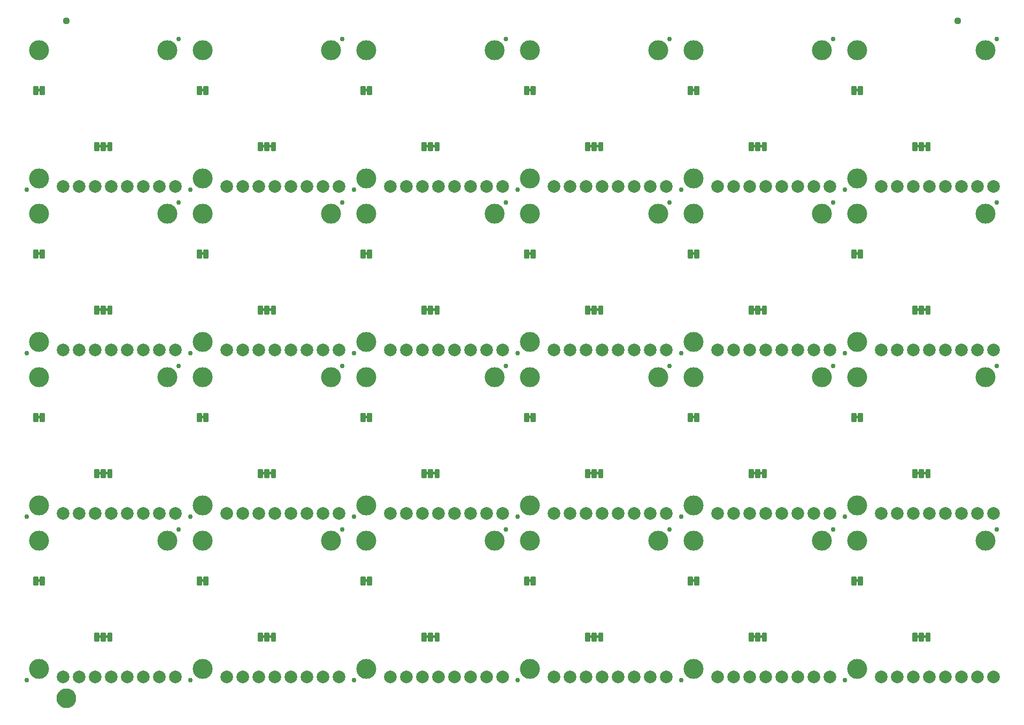
<source format=gbs>
G04 EAGLE Gerber RS-274X export*
G75*
%MOMM*%
%FSLAX34Y34*%
%LPD*%
%INSoldermask Bottom*%
%IPPOS*%
%AMOC8*
5,1,8,0,0,1.08239X$1,22.5*%
G01*
%ADD10C,0.762000*%
%ADD11C,3.175000*%
%ADD12C,2.006600*%
%ADD13C,0.228344*%
%ADD14C,1.127000*%
%ADD15C,1.270000*%
%ADD16C,1.627000*%

G36*
X393130Y851547D02*
X393130Y851547D01*
X393196Y851549D01*
X393239Y851567D01*
X393286Y851575D01*
X393343Y851609D01*
X393403Y851634D01*
X393438Y851665D01*
X393479Y851690D01*
X393521Y851741D01*
X393569Y851785D01*
X393591Y851827D01*
X393620Y851864D01*
X393641Y851926D01*
X393672Y851985D01*
X393680Y852039D01*
X393692Y852076D01*
X393691Y852116D01*
X393699Y852170D01*
X393699Y854710D01*
X393688Y854775D01*
X393686Y854841D01*
X393668Y854884D01*
X393660Y854931D01*
X393626Y854988D01*
X393601Y855048D01*
X393570Y855083D01*
X393545Y855124D01*
X393494Y855166D01*
X393450Y855214D01*
X393408Y855236D01*
X393371Y855265D01*
X393309Y855286D01*
X393250Y855317D01*
X393196Y855325D01*
X393159Y855337D01*
X393119Y855336D01*
X393065Y855344D01*
X389255Y855344D01*
X389190Y855333D01*
X389124Y855331D01*
X389081Y855313D01*
X389034Y855305D01*
X388977Y855271D01*
X388917Y855246D01*
X388882Y855215D01*
X388841Y855190D01*
X388800Y855139D01*
X388751Y855095D01*
X388729Y855053D01*
X388700Y855016D01*
X388679Y854954D01*
X388648Y854895D01*
X388640Y854841D01*
X388628Y854804D01*
X388628Y854801D01*
X388629Y854764D01*
X388621Y854710D01*
X388621Y852170D01*
X388632Y852105D01*
X388634Y852039D01*
X388652Y851996D01*
X388660Y851949D01*
X388694Y851892D01*
X388719Y851832D01*
X388750Y851797D01*
X388775Y851756D01*
X388826Y851715D01*
X388870Y851666D01*
X388912Y851644D01*
X388949Y851615D01*
X389011Y851594D01*
X389070Y851563D01*
X389124Y851555D01*
X389161Y851543D01*
X389201Y851544D01*
X389255Y851536D01*
X393065Y851536D01*
X393130Y851547D01*
G37*
G36*
X642050Y851547D02*
X642050Y851547D01*
X642116Y851549D01*
X642159Y851567D01*
X642206Y851575D01*
X642263Y851609D01*
X642323Y851634D01*
X642358Y851665D01*
X642399Y851690D01*
X642441Y851741D01*
X642489Y851785D01*
X642511Y851827D01*
X642540Y851864D01*
X642561Y851926D01*
X642592Y851985D01*
X642600Y852039D01*
X642612Y852076D01*
X642611Y852116D01*
X642619Y852170D01*
X642619Y854710D01*
X642608Y854775D01*
X642606Y854841D01*
X642588Y854884D01*
X642580Y854931D01*
X642546Y854988D01*
X642521Y855048D01*
X642490Y855083D01*
X642465Y855124D01*
X642414Y855166D01*
X642370Y855214D01*
X642328Y855236D01*
X642291Y855265D01*
X642229Y855286D01*
X642170Y855317D01*
X642116Y855325D01*
X642079Y855337D01*
X642039Y855336D01*
X641985Y855344D01*
X638175Y855344D01*
X638110Y855333D01*
X638044Y855331D01*
X638001Y855313D01*
X637954Y855305D01*
X637897Y855271D01*
X637837Y855246D01*
X637802Y855215D01*
X637761Y855190D01*
X637720Y855139D01*
X637671Y855095D01*
X637649Y855053D01*
X637620Y855016D01*
X637599Y854954D01*
X637568Y854895D01*
X637560Y854841D01*
X637548Y854804D01*
X637548Y854801D01*
X637549Y854764D01*
X637541Y854710D01*
X637541Y852170D01*
X637552Y852105D01*
X637554Y852039D01*
X637572Y851996D01*
X637580Y851949D01*
X637614Y851892D01*
X637639Y851832D01*
X637670Y851797D01*
X637695Y851756D01*
X637746Y851715D01*
X637790Y851666D01*
X637832Y851644D01*
X637869Y851615D01*
X637931Y851594D01*
X637990Y851563D01*
X638044Y851555D01*
X638081Y851543D01*
X638121Y851544D01*
X638175Y851536D01*
X641985Y851536D01*
X642050Y851547D01*
G37*
G36*
X1170370Y851547D02*
X1170370Y851547D01*
X1170436Y851549D01*
X1170479Y851567D01*
X1170526Y851575D01*
X1170583Y851609D01*
X1170643Y851634D01*
X1170678Y851665D01*
X1170719Y851690D01*
X1170761Y851741D01*
X1170809Y851785D01*
X1170831Y851827D01*
X1170860Y851864D01*
X1170881Y851926D01*
X1170912Y851985D01*
X1170920Y852039D01*
X1170932Y852076D01*
X1170931Y852116D01*
X1170939Y852170D01*
X1170939Y854710D01*
X1170928Y854775D01*
X1170926Y854841D01*
X1170908Y854884D01*
X1170900Y854931D01*
X1170866Y854988D01*
X1170841Y855048D01*
X1170810Y855083D01*
X1170785Y855124D01*
X1170734Y855166D01*
X1170690Y855214D01*
X1170648Y855236D01*
X1170611Y855265D01*
X1170549Y855286D01*
X1170490Y855317D01*
X1170436Y855325D01*
X1170399Y855337D01*
X1170359Y855336D01*
X1170305Y855344D01*
X1166495Y855344D01*
X1166430Y855333D01*
X1166364Y855331D01*
X1166321Y855313D01*
X1166274Y855305D01*
X1166217Y855271D01*
X1166157Y855246D01*
X1166122Y855215D01*
X1166081Y855190D01*
X1166040Y855139D01*
X1165991Y855095D01*
X1165969Y855053D01*
X1165940Y855016D01*
X1165919Y854954D01*
X1165888Y854895D01*
X1165880Y854841D01*
X1165868Y854804D01*
X1165868Y854801D01*
X1165869Y854764D01*
X1165861Y854710D01*
X1165861Y852170D01*
X1165872Y852105D01*
X1165874Y852039D01*
X1165892Y851996D01*
X1165900Y851949D01*
X1165934Y851892D01*
X1165959Y851832D01*
X1165990Y851797D01*
X1166015Y851756D01*
X1166066Y851715D01*
X1166110Y851666D01*
X1166152Y851644D01*
X1166189Y851615D01*
X1166251Y851594D01*
X1166310Y851563D01*
X1166364Y851555D01*
X1166401Y851543D01*
X1166441Y851544D01*
X1166495Y851536D01*
X1170305Y851536D01*
X1170370Y851547D01*
G37*
G36*
X382970Y851547D02*
X382970Y851547D01*
X383036Y851549D01*
X383079Y851567D01*
X383126Y851575D01*
X383183Y851609D01*
X383243Y851634D01*
X383278Y851665D01*
X383319Y851690D01*
X383361Y851741D01*
X383409Y851785D01*
X383431Y851827D01*
X383460Y851864D01*
X383481Y851926D01*
X383512Y851985D01*
X383520Y852039D01*
X383532Y852076D01*
X383531Y852116D01*
X383539Y852170D01*
X383539Y854710D01*
X383528Y854775D01*
X383526Y854841D01*
X383508Y854884D01*
X383500Y854931D01*
X383466Y854988D01*
X383441Y855048D01*
X383410Y855083D01*
X383385Y855124D01*
X383334Y855166D01*
X383290Y855214D01*
X383248Y855236D01*
X383211Y855265D01*
X383149Y855286D01*
X383090Y855317D01*
X383036Y855325D01*
X382999Y855337D01*
X382959Y855336D01*
X382905Y855344D01*
X379095Y855344D01*
X379030Y855333D01*
X378964Y855331D01*
X378921Y855313D01*
X378874Y855305D01*
X378817Y855271D01*
X378757Y855246D01*
X378722Y855215D01*
X378681Y855190D01*
X378640Y855139D01*
X378591Y855095D01*
X378569Y855053D01*
X378540Y855016D01*
X378519Y854954D01*
X378488Y854895D01*
X378480Y854841D01*
X378468Y854804D01*
X378468Y854801D01*
X378469Y854764D01*
X378461Y854710D01*
X378461Y852170D01*
X378472Y852105D01*
X378474Y852039D01*
X378492Y851996D01*
X378500Y851949D01*
X378534Y851892D01*
X378559Y851832D01*
X378590Y851797D01*
X378615Y851756D01*
X378666Y851715D01*
X378710Y851666D01*
X378752Y851644D01*
X378789Y851615D01*
X378851Y851594D01*
X378910Y851563D01*
X378964Y851555D01*
X379001Y851543D01*
X379041Y851544D01*
X379095Y851536D01*
X382905Y851536D01*
X382970Y851547D01*
G37*
G36*
X123890Y851547D02*
X123890Y851547D01*
X123956Y851549D01*
X123999Y851567D01*
X124046Y851575D01*
X124103Y851609D01*
X124163Y851634D01*
X124198Y851665D01*
X124239Y851690D01*
X124281Y851741D01*
X124329Y851785D01*
X124351Y851827D01*
X124380Y851864D01*
X124401Y851926D01*
X124432Y851985D01*
X124440Y852039D01*
X124452Y852076D01*
X124451Y852116D01*
X124459Y852170D01*
X124459Y854710D01*
X124448Y854775D01*
X124446Y854841D01*
X124428Y854884D01*
X124420Y854931D01*
X124386Y854988D01*
X124361Y855048D01*
X124330Y855083D01*
X124305Y855124D01*
X124254Y855166D01*
X124210Y855214D01*
X124168Y855236D01*
X124131Y855265D01*
X124069Y855286D01*
X124010Y855317D01*
X123956Y855325D01*
X123919Y855337D01*
X123879Y855336D01*
X123825Y855344D01*
X120015Y855344D01*
X119950Y855333D01*
X119884Y855331D01*
X119841Y855313D01*
X119794Y855305D01*
X119737Y855271D01*
X119677Y855246D01*
X119642Y855215D01*
X119601Y855190D01*
X119560Y855139D01*
X119511Y855095D01*
X119489Y855053D01*
X119460Y855016D01*
X119439Y854954D01*
X119408Y854895D01*
X119400Y854841D01*
X119388Y854804D01*
X119388Y854801D01*
X119389Y854764D01*
X119381Y854710D01*
X119381Y852170D01*
X119392Y852105D01*
X119394Y852039D01*
X119412Y851996D01*
X119420Y851949D01*
X119454Y851892D01*
X119479Y851832D01*
X119510Y851797D01*
X119535Y851756D01*
X119586Y851715D01*
X119630Y851666D01*
X119672Y851644D01*
X119709Y851615D01*
X119771Y851594D01*
X119830Y851563D01*
X119884Y851555D01*
X119921Y851543D01*
X119961Y851544D01*
X120015Y851536D01*
X123825Y851536D01*
X123890Y851547D01*
G37*
G36*
X911290Y851547D02*
X911290Y851547D01*
X911356Y851549D01*
X911399Y851567D01*
X911446Y851575D01*
X911503Y851609D01*
X911563Y851634D01*
X911598Y851665D01*
X911639Y851690D01*
X911681Y851741D01*
X911729Y851785D01*
X911751Y851827D01*
X911780Y851864D01*
X911801Y851926D01*
X911832Y851985D01*
X911840Y852039D01*
X911852Y852076D01*
X911851Y852116D01*
X911859Y852170D01*
X911859Y854710D01*
X911848Y854775D01*
X911846Y854841D01*
X911828Y854884D01*
X911820Y854931D01*
X911786Y854988D01*
X911761Y855048D01*
X911730Y855083D01*
X911705Y855124D01*
X911654Y855166D01*
X911610Y855214D01*
X911568Y855236D01*
X911531Y855265D01*
X911469Y855286D01*
X911410Y855317D01*
X911356Y855325D01*
X911319Y855337D01*
X911279Y855336D01*
X911225Y855344D01*
X907415Y855344D01*
X907350Y855333D01*
X907284Y855331D01*
X907241Y855313D01*
X907194Y855305D01*
X907137Y855271D01*
X907077Y855246D01*
X907042Y855215D01*
X907001Y855190D01*
X906960Y855139D01*
X906911Y855095D01*
X906889Y855053D01*
X906860Y855016D01*
X906839Y854954D01*
X906808Y854895D01*
X906800Y854841D01*
X906788Y854804D01*
X906788Y854801D01*
X906789Y854764D01*
X906781Y854710D01*
X906781Y852170D01*
X906792Y852105D01*
X906794Y852039D01*
X906812Y851996D01*
X906820Y851949D01*
X906854Y851892D01*
X906879Y851832D01*
X906910Y851797D01*
X906935Y851756D01*
X906986Y851715D01*
X907030Y851666D01*
X907072Y851644D01*
X907109Y851615D01*
X907171Y851594D01*
X907230Y851563D01*
X907284Y851555D01*
X907321Y851543D01*
X907361Y851544D01*
X907415Y851536D01*
X911225Y851536D01*
X911290Y851547D01*
G37*
G36*
X652210Y851547D02*
X652210Y851547D01*
X652276Y851549D01*
X652319Y851567D01*
X652366Y851575D01*
X652423Y851609D01*
X652483Y851634D01*
X652518Y851665D01*
X652559Y851690D01*
X652601Y851741D01*
X652649Y851785D01*
X652671Y851827D01*
X652700Y851864D01*
X652721Y851926D01*
X652752Y851985D01*
X652760Y852039D01*
X652772Y852076D01*
X652771Y852116D01*
X652779Y852170D01*
X652779Y854710D01*
X652768Y854775D01*
X652766Y854841D01*
X652748Y854884D01*
X652740Y854931D01*
X652706Y854988D01*
X652681Y855048D01*
X652650Y855083D01*
X652625Y855124D01*
X652574Y855166D01*
X652530Y855214D01*
X652488Y855236D01*
X652451Y855265D01*
X652389Y855286D01*
X652330Y855317D01*
X652276Y855325D01*
X652239Y855337D01*
X652199Y855336D01*
X652145Y855344D01*
X648335Y855344D01*
X648270Y855333D01*
X648204Y855331D01*
X648161Y855313D01*
X648114Y855305D01*
X648057Y855271D01*
X647997Y855246D01*
X647962Y855215D01*
X647921Y855190D01*
X647880Y855139D01*
X647831Y855095D01*
X647809Y855053D01*
X647780Y855016D01*
X647759Y854954D01*
X647728Y854895D01*
X647720Y854841D01*
X647708Y854804D01*
X647708Y854801D01*
X647709Y854764D01*
X647701Y854710D01*
X647701Y852170D01*
X647712Y852105D01*
X647714Y852039D01*
X647732Y851996D01*
X647740Y851949D01*
X647774Y851892D01*
X647799Y851832D01*
X647830Y851797D01*
X647855Y851756D01*
X647906Y851715D01*
X647950Y851666D01*
X647992Y851644D01*
X648029Y851615D01*
X648091Y851594D01*
X648150Y851563D01*
X648204Y851555D01*
X648241Y851543D01*
X648281Y851544D01*
X648335Y851536D01*
X652145Y851536D01*
X652210Y851547D01*
G37*
G36*
X1160210Y851547D02*
X1160210Y851547D01*
X1160276Y851549D01*
X1160319Y851567D01*
X1160366Y851575D01*
X1160423Y851609D01*
X1160483Y851634D01*
X1160518Y851665D01*
X1160559Y851690D01*
X1160601Y851741D01*
X1160649Y851785D01*
X1160671Y851827D01*
X1160700Y851864D01*
X1160721Y851926D01*
X1160752Y851985D01*
X1160760Y852039D01*
X1160772Y852076D01*
X1160771Y852116D01*
X1160779Y852170D01*
X1160779Y854710D01*
X1160768Y854775D01*
X1160766Y854841D01*
X1160748Y854884D01*
X1160740Y854931D01*
X1160706Y854988D01*
X1160681Y855048D01*
X1160650Y855083D01*
X1160625Y855124D01*
X1160574Y855166D01*
X1160530Y855214D01*
X1160488Y855236D01*
X1160451Y855265D01*
X1160389Y855286D01*
X1160330Y855317D01*
X1160276Y855325D01*
X1160239Y855337D01*
X1160199Y855336D01*
X1160145Y855344D01*
X1156335Y855344D01*
X1156270Y855333D01*
X1156204Y855331D01*
X1156161Y855313D01*
X1156114Y855305D01*
X1156057Y855271D01*
X1155997Y855246D01*
X1155962Y855215D01*
X1155921Y855190D01*
X1155880Y855139D01*
X1155831Y855095D01*
X1155809Y855053D01*
X1155780Y855016D01*
X1155759Y854954D01*
X1155728Y854895D01*
X1155720Y854841D01*
X1155708Y854804D01*
X1155708Y854801D01*
X1155709Y854764D01*
X1155701Y854710D01*
X1155701Y852170D01*
X1155712Y852105D01*
X1155714Y852039D01*
X1155732Y851996D01*
X1155740Y851949D01*
X1155774Y851892D01*
X1155799Y851832D01*
X1155830Y851797D01*
X1155855Y851756D01*
X1155906Y851715D01*
X1155950Y851666D01*
X1155992Y851644D01*
X1156029Y851615D01*
X1156091Y851594D01*
X1156150Y851563D01*
X1156204Y851555D01*
X1156241Y851543D01*
X1156281Y851544D01*
X1156335Y851536D01*
X1160145Y851536D01*
X1160210Y851547D01*
G37*
G36*
X134050Y851547D02*
X134050Y851547D01*
X134116Y851549D01*
X134159Y851567D01*
X134206Y851575D01*
X134263Y851609D01*
X134323Y851634D01*
X134358Y851665D01*
X134399Y851690D01*
X134441Y851741D01*
X134489Y851785D01*
X134511Y851827D01*
X134540Y851864D01*
X134561Y851926D01*
X134592Y851985D01*
X134600Y852039D01*
X134612Y852076D01*
X134611Y852116D01*
X134619Y852170D01*
X134619Y854710D01*
X134608Y854775D01*
X134606Y854841D01*
X134588Y854884D01*
X134580Y854931D01*
X134546Y854988D01*
X134521Y855048D01*
X134490Y855083D01*
X134465Y855124D01*
X134414Y855166D01*
X134370Y855214D01*
X134328Y855236D01*
X134291Y855265D01*
X134229Y855286D01*
X134170Y855317D01*
X134116Y855325D01*
X134079Y855337D01*
X134039Y855336D01*
X133985Y855344D01*
X130175Y855344D01*
X130110Y855333D01*
X130044Y855331D01*
X130001Y855313D01*
X129954Y855305D01*
X129897Y855271D01*
X129837Y855246D01*
X129802Y855215D01*
X129761Y855190D01*
X129720Y855139D01*
X129671Y855095D01*
X129649Y855053D01*
X129620Y855016D01*
X129599Y854954D01*
X129568Y854895D01*
X129560Y854841D01*
X129548Y854804D01*
X129548Y854801D01*
X129549Y854764D01*
X129541Y854710D01*
X129541Y852170D01*
X129552Y852105D01*
X129554Y852039D01*
X129572Y851996D01*
X129580Y851949D01*
X129614Y851892D01*
X129639Y851832D01*
X129670Y851797D01*
X129695Y851756D01*
X129746Y851715D01*
X129790Y851666D01*
X129832Y851644D01*
X129869Y851615D01*
X129931Y851594D01*
X129990Y851563D01*
X130044Y851555D01*
X130081Y851543D01*
X130121Y851544D01*
X130175Y851536D01*
X133985Y851536D01*
X134050Y851547D01*
G37*
G36*
X652210Y333387D02*
X652210Y333387D01*
X652276Y333389D01*
X652319Y333407D01*
X652366Y333415D01*
X652423Y333449D01*
X652483Y333474D01*
X652518Y333505D01*
X652559Y333530D01*
X652601Y333581D01*
X652649Y333625D01*
X652671Y333667D01*
X652700Y333704D01*
X652721Y333766D01*
X652752Y333825D01*
X652760Y333879D01*
X652772Y333916D01*
X652771Y333956D01*
X652779Y334010D01*
X652779Y336550D01*
X652768Y336615D01*
X652766Y336681D01*
X652748Y336724D01*
X652740Y336771D01*
X652706Y336828D01*
X652681Y336888D01*
X652650Y336923D01*
X652625Y336964D01*
X652574Y337006D01*
X652530Y337054D01*
X652488Y337076D01*
X652451Y337105D01*
X652389Y337126D01*
X652330Y337157D01*
X652276Y337165D01*
X652239Y337177D01*
X652199Y337176D01*
X652145Y337184D01*
X648335Y337184D01*
X648270Y337173D01*
X648204Y337171D01*
X648161Y337153D01*
X648114Y337145D01*
X648057Y337111D01*
X647997Y337086D01*
X647962Y337055D01*
X647921Y337030D01*
X647880Y336979D01*
X647831Y336935D01*
X647809Y336893D01*
X647780Y336856D01*
X647759Y336794D01*
X647728Y336735D01*
X647720Y336681D01*
X647708Y336644D01*
X647708Y336641D01*
X647709Y336604D01*
X647701Y336550D01*
X647701Y334010D01*
X647712Y333945D01*
X647714Y333879D01*
X647732Y333836D01*
X647740Y333789D01*
X647774Y333732D01*
X647799Y333672D01*
X647830Y333637D01*
X647855Y333596D01*
X647906Y333555D01*
X647950Y333506D01*
X647992Y333484D01*
X648029Y333455D01*
X648091Y333434D01*
X648150Y333403D01*
X648204Y333395D01*
X648241Y333383D01*
X648281Y333384D01*
X648335Y333376D01*
X652145Y333376D01*
X652210Y333387D01*
G37*
G36*
X901130Y851547D02*
X901130Y851547D01*
X901196Y851549D01*
X901239Y851567D01*
X901286Y851575D01*
X901343Y851609D01*
X901403Y851634D01*
X901438Y851665D01*
X901479Y851690D01*
X901521Y851741D01*
X901569Y851785D01*
X901591Y851827D01*
X901620Y851864D01*
X901641Y851926D01*
X901672Y851985D01*
X901680Y852039D01*
X901692Y852076D01*
X901691Y852116D01*
X901699Y852170D01*
X901699Y854710D01*
X901688Y854775D01*
X901686Y854841D01*
X901668Y854884D01*
X901660Y854931D01*
X901626Y854988D01*
X901601Y855048D01*
X901570Y855083D01*
X901545Y855124D01*
X901494Y855166D01*
X901450Y855214D01*
X901408Y855236D01*
X901371Y855265D01*
X901309Y855286D01*
X901250Y855317D01*
X901196Y855325D01*
X901159Y855337D01*
X901119Y855336D01*
X901065Y855344D01*
X897255Y855344D01*
X897190Y855333D01*
X897124Y855331D01*
X897081Y855313D01*
X897034Y855305D01*
X896977Y855271D01*
X896917Y855246D01*
X896882Y855215D01*
X896841Y855190D01*
X896800Y855139D01*
X896751Y855095D01*
X896729Y855053D01*
X896700Y855016D01*
X896679Y854954D01*
X896648Y854895D01*
X896640Y854841D01*
X896628Y854804D01*
X896628Y854801D01*
X896629Y854764D01*
X896621Y854710D01*
X896621Y852170D01*
X896632Y852105D01*
X896634Y852039D01*
X896652Y851996D01*
X896660Y851949D01*
X896694Y851892D01*
X896719Y851832D01*
X896750Y851797D01*
X896775Y851756D01*
X896826Y851715D01*
X896870Y851666D01*
X896912Y851644D01*
X896949Y851615D01*
X897011Y851594D01*
X897070Y851563D01*
X897124Y851555D01*
X897161Y851543D01*
X897201Y851544D01*
X897255Y851536D01*
X901065Y851536D01*
X901130Y851547D01*
G37*
G36*
X1429450Y851547D02*
X1429450Y851547D01*
X1429516Y851549D01*
X1429559Y851567D01*
X1429606Y851575D01*
X1429663Y851609D01*
X1429723Y851634D01*
X1429758Y851665D01*
X1429799Y851690D01*
X1429841Y851741D01*
X1429889Y851785D01*
X1429911Y851827D01*
X1429940Y851864D01*
X1429961Y851926D01*
X1429992Y851985D01*
X1430000Y852039D01*
X1430012Y852076D01*
X1430011Y852116D01*
X1430019Y852170D01*
X1430019Y854710D01*
X1430008Y854775D01*
X1430006Y854841D01*
X1429988Y854884D01*
X1429980Y854931D01*
X1429946Y854988D01*
X1429921Y855048D01*
X1429890Y855083D01*
X1429865Y855124D01*
X1429814Y855166D01*
X1429770Y855214D01*
X1429728Y855236D01*
X1429691Y855265D01*
X1429629Y855286D01*
X1429570Y855317D01*
X1429516Y855325D01*
X1429479Y855337D01*
X1429439Y855336D01*
X1429385Y855344D01*
X1425575Y855344D01*
X1425510Y855333D01*
X1425444Y855331D01*
X1425401Y855313D01*
X1425354Y855305D01*
X1425297Y855271D01*
X1425237Y855246D01*
X1425202Y855215D01*
X1425161Y855190D01*
X1425120Y855139D01*
X1425071Y855095D01*
X1425049Y855053D01*
X1425020Y855016D01*
X1424999Y854954D01*
X1424968Y854895D01*
X1424960Y854841D01*
X1424948Y854804D01*
X1424948Y854801D01*
X1424949Y854764D01*
X1424941Y854710D01*
X1424941Y852170D01*
X1424952Y852105D01*
X1424954Y852039D01*
X1424972Y851996D01*
X1424980Y851949D01*
X1425014Y851892D01*
X1425039Y851832D01*
X1425070Y851797D01*
X1425095Y851756D01*
X1425146Y851715D01*
X1425190Y851666D01*
X1425232Y851644D01*
X1425269Y851615D01*
X1425331Y851594D01*
X1425390Y851563D01*
X1425444Y851555D01*
X1425481Y851543D01*
X1425521Y851544D01*
X1425575Y851536D01*
X1429385Y851536D01*
X1429450Y851547D01*
G37*
G36*
X1419290Y851547D02*
X1419290Y851547D01*
X1419356Y851549D01*
X1419399Y851567D01*
X1419446Y851575D01*
X1419503Y851609D01*
X1419563Y851634D01*
X1419598Y851665D01*
X1419639Y851690D01*
X1419681Y851741D01*
X1419729Y851785D01*
X1419751Y851827D01*
X1419780Y851864D01*
X1419801Y851926D01*
X1419832Y851985D01*
X1419840Y852039D01*
X1419852Y852076D01*
X1419851Y852116D01*
X1419859Y852170D01*
X1419859Y854710D01*
X1419848Y854775D01*
X1419846Y854841D01*
X1419828Y854884D01*
X1419820Y854931D01*
X1419786Y854988D01*
X1419761Y855048D01*
X1419730Y855083D01*
X1419705Y855124D01*
X1419654Y855166D01*
X1419610Y855214D01*
X1419568Y855236D01*
X1419531Y855265D01*
X1419469Y855286D01*
X1419410Y855317D01*
X1419356Y855325D01*
X1419319Y855337D01*
X1419279Y855336D01*
X1419225Y855344D01*
X1415415Y855344D01*
X1415350Y855333D01*
X1415284Y855331D01*
X1415241Y855313D01*
X1415194Y855305D01*
X1415137Y855271D01*
X1415077Y855246D01*
X1415042Y855215D01*
X1415001Y855190D01*
X1414960Y855139D01*
X1414911Y855095D01*
X1414889Y855053D01*
X1414860Y855016D01*
X1414839Y854954D01*
X1414808Y854895D01*
X1414800Y854841D01*
X1414788Y854804D01*
X1414788Y854801D01*
X1414789Y854764D01*
X1414781Y854710D01*
X1414781Y852170D01*
X1414792Y852105D01*
X1414794Y852039D01*
X1414812Y851996D01*
X1414820Y851949D01*
X1414854Y851892D01*
X1414879Y851832D01*
X1414910Y851797D01*
X1414935Y851756D01*
X1414986Y851715D01*
X1415030Y851666D01*
X1415072Y851644D01*
X1415109Y851615D01*
X1415171Y851594D01*
X1415230Y851563D01*
X1415284Y851555D01*
X1415321Y851543D01*
X1415361Y851544D01*
X1415415Y851536D01*
X1419225Y851536D01*
X1419290Y851547D01*
G37*
G36*
X1170370Y333387D02*
X1170370Y333387D01*
X1170436Y333389D01*
X1170479Y333407D01*
X1170526Y333415D01*
X1170583Y333449D01*
X1170643Y333474D01*
X1170678Y333505D01*
X1170719Y333530D01*
X1170761Y333581D01*
X1170809Y333625D01*
X1170831Y333667D01*
X1170860Y333704D01*
X1170881Y333766D01*
X1170912Y333825D01*
X1170920Y333879D01*
X1170932Y333916D01*
X1170931Y333956D01*
X1170939Y334010D01*
X1170939Y336550D01*
X1170928Y336615D01*
X1170926Y336681D01*
X1170908Y336724D01*
X1170900Y336771D01*
X1170866Y336828D01*
X1170841Y336888D01*
X1170810Y336923D01*
X1170785Y336964D01*
X1170734Y337006D01*
X1170690Y337054D01*
X1170648Y337076D01*
X1170611Y337105D01*
X1170549Y337126D01*
X1170490Y337157D01*
X1170436Y337165D01*
X1170399Y337177D01*
X1170359Y337176D01*
X1170305Y337184D01*
X1166495Y337184D01*
X1166430Y337173D01*
X1166364Y337171D01*
X1166321Y337153D01*
X1166274Y337145D01*
X1166217Y337111D01*
X1166157Y337086D01*
X1166122Y337055D01*
X1166081Y337030D01*
X1166040Y336979D01*
X1165991Y336935D01*
X1165969Y336893D01*
X1165940Y336856D01*
X1165919Y336794D01*
X1165888Y336735D01*
X1165880Y336681D01*
X1165868Y336644D01*
X1165868Y336641D01*
X1165869Y336604D01*
X1165861Y336550D01*
X1165861Y334010D01*
X1165872Y333945D01*
X1165874Y333879D01*
X1165892Y333836D01*
X1165900Y333789D01*
X1165934Y333732D01*
X1165959Y333672D01*
X1165990Y333637D01*
X1166015Y333596D01*
X1166066Y333555D01*
X1166110Y333506D01*
X1166152Y333484D01*
X1166189Y333455D01*
X1166251Y333434D01*
X1166310Y333403D01*
X1166364Y333395D01*
X1166401Y333383D01*
X1166441Y333384D01*
X1166495Y333376D01*
X1170305Y333376D01*
X1170370Y333387D01*
G37*
G36*
X911290Y333387D02*
X911290Y333387D01*
X911356Y333389D01*
X911399Y333407D01*
X911446Y333415D01*
X911503Y333449D01*
X911563Y333474D01*
X911598Y333505D01*
X911639Y333530D01*
X911681Y333581D01*
X911729Y333625D01*
X911751Y333667D01*
X911780Y333704D01*
X911801Y333766D01*
X911832Y333825D01*
X911840Y333879D01*
X911852Y333916D01*
X911851Y333956D01*
X911859Y334010D01*
X911859Y336550D01*
X911848Y336615D01*
X911846Y336681D01*
X911828Y336724D01*
X911820Y336771D01*
X911786Y336828D01*
X911761Y336888D01*
X911730Y336923D01*
X911705Y336964D01*
X911654Y337006D01*
X911610Y337054D01*
X911568Y337076D01*
X911531Y337105D01*
X911469Y337126D01*
X911410Y337157D01*
X911356Y337165D01*
X911319Y337177D01*
X911279Y337176D01*
X911225Y337184D01*
X907415Y337184D01*
X907350Y337173D01*
X907284Y337171D01*
X907241Y337153D01*
X907194Y337145D01*
X907137Y337111D01*
X907077Y337086D01*
X907042Y337055D01*
X907001Y337030D01*
X906960Y336979D01*
X906911Y336935D01*
X906889Y336893D01*
X906860Y336856D01*
X906839Y336794D01*
X906808Y336735D01*
X906800Y336681D01*
X906788Y336644D01*
X906788Y336641D01*
X906789Y336604D01*
X906781Y336550D01*
X906781Y334010D01*
X906792Y333945D01*
X906794Y333879D01*
X906812Y333836D01*
X906820Y333789D01*
X906854Y333732D01*
X906879Y333672D01*
X906910Y333637D01*
X906935Y333596D01*
X906986Y333555D01*
X907030Y333506D01*
X907072Y333484D01*
X907109Y333455D01*
X907171Y333434D01*
X907230Y333403D01*
X907284Y333395D01*
X907321Y333383D01*
X907361Y333384D01*
X907415Y333376D01*
X911225Y333376D01*
X911290Y333387D01*
G37*
G36*
X1429450Y333387D02*
X1429450Y333387D01*
X1429516Y333389D01*
X1429559Y333407D01*
X1429606Y333415D01*
X1429663Y333449D01*
X1429723Y333474D01*
X1429758Y333505D01*
X1429799Y333530D01*
X1429841Y333581D01*
X1429889Y333625D01*
X1429911Y333667D01*
X1429940Y333704D01*
X1429961Y333766D01*
X1429992Y333825D01*
X1430000Y333879D01*
X1430012Y333916D01*
X1430011Y333956D01*
X1430019Y334010D01*
X1430019Y336550D01*
X1430008Y336615D01*
X1430006Y336681D01*
X1429988Y336724D01*
X1429980Y336771D01*
X1429946Y336828D01*
X1429921Y336888D01*
X1429890Y336923D01*
X1429865Y336964D01*
X1429814Y337006D01*
X1429770Y337054D01*
X1429728Y337076D01*
X1429691Y337105D01*
X1429629Y337126D01*
X1429570Y337157D01*
X1429516Y337165D01*
X1429479Y337177D01*
X1429439Y337176D01*
X1429385Y337184D01*
X1425575Y337184D01*
X1425510Y337173D01*
X1425444Y337171D01*
X1425401Y337153D01*
X1425354Y337145D01*
X1425297Y337111D01*
X1425237Y337086D01*
X1425202Y337055D01*
X1425161Y337030D01*
X1425120Y336979D01*
X1425071Y336935D01*
X1425049Y336893D01*
X1425020Y336856D01*
X1424999Y336794D01*
X1424968Y336735D01*
X1424960Y336681D01*
X1424948Y336644D01*
X1424948Y336641D01*
X1424949Y336604D01*
X1424941Y336550D01*
X1424941Y334010D01*
X1424952Y333945D01*
X1424954Y333879D01*
X1424972Y333836D01*
X1424980Y333789D01*
X1425014Y333732D01*
X1425039Y333672D01*
X1425070Y333637D01*
X1425095Y333596D01*
X1425146Y333555D01*
X1425190Y333506D01*
X1425232Y333484D01*
X1425269Y333455D01*
X1425331Y333434D01*
X1425390Y333403D01*
X1425444Y333395D01*
X1425481Y333383D01*
X1425521Y333384D01*
X1425575Y333376D01*
X1429385Y333376D01*
X1429450Y333387D01*
G37*
G36*
X1419290Y333387D02*
X1419290Y333387D01*
X1419356Y333389D01*
X1419399Y333407D01*
X1419446Y333415D01*
X1419503Y333449D01*
X1419563Y333474D01*
X1419598Y333505D01*
X1419639Y333530D01*
X1419681Y333581D01*
X1419729Y333625D01*
X1419751Y333667D01*
X1419780Y333704D01*
X1419801Y333766D01*
X1419832Y333825D01*
X1419840Y333879D01*
X1419852Y333916D01*
X1419851Y333956D01*
X1419859Y334010D01*
X1419859Y336550D01*
X1419848Y336615D01*
X1419846Y336681D01*
X1419828Y336724D01*
X1419820Y336771D01*
X1419786Y336828D01*
X1419761Y336888D01*
X1419730Y336923D01*
X1419705Y336964D01*
X1419654Y337006D01*
X1419610Y337054D01*
X1419568Y337076D01*
X1419531Y337105D01*
X1419469Y337126D01*
X1419410Y337157D01*
X1419356Y337165D01*
X1419319Y337177D01*
X1419279Y337176D01*
X1419225Y337184D01*
X1415415Y337184D01*
X1415350Y337173D01*
X1415284Y337171D01*
X1415241Y337153D01*
X1415194Y337145D01*
X1415137Y337111D01*
X1415077Y337086D01*
X1415042Y337055D01*
X1415001Y337030D01*
X1414960Y336979D01*
X1414911Y336935D01*
X1414889Y336893D01*
X1414860Y336856D01*
X1414839Y336794D01*
X1414808Y336735D01*
X1414800Y336681D01*
X1414788Y336644D01*
X1414788Y336641D01*
X1414789Y336604D01*
X1414781Y336550D01*
X1414781Y334010D01*
X1414792Y333945D01*
X1414794Y333879D01*
X1414812Y333836D01*
X1414820Y333789D01*
X1414854Y333732D01*
X1414879Y333672D01*
X1414910Y333637D01*
X1414935Y333596D01*
X1414986Y333555D01*
X1415030Y333506D01*
X1415072Y333484D01*
X1415109Y333455D01*
X1415171Y333434D01*
X1415230Y333403D01*
X1415284Y333395D01*
X1415321Y333383D01*
X1415361Y333384D01*
X1415415Y333376D01*
X1419225Y333376D01*
X1419290Y333387D01*
G37*
G36*
X123890Y333387D02*
X123890Y333387D01*
X123956Y333389D01*
X123999Y333407D01*
X124046Y333415D01*
X124103Y333449D01*
X124163Y333474D01*
X124198Y333505D01*
X124239Y333530D01*
X124281Y333581D01*
X124329Y333625D01*
X124351Y333667D01*
X124380Y333704D01*
X124401Y333766D01*
X124432Y333825D01*
X124440Y333879D01*
X124452Y333916D01*
X124451Y333956D01*
X124459Y334010D01*
X124459Y336550D01*
X124448Y336615D01*
X124446Y336681D01*
X124428Y336724D01*
X124420Y336771D01*
X124386Y336828D01*
X124361Y336888D01*
X124330Y336923D01*
X124305Y336964D01*
X124254Y337006D01*
X124210Y337054D01*
X124168Y337076D01*
X124131Y337105D01*
X124069Y337126D01*
X124010Y337157D01*
X123956Y337165D01*
X123919Y337177D01*
X123879Y337176D01*
X123825Y337184D01*
X120015Y337184D01*
X119950Y337173D01*
X119884Y337171D01*
X119841Y337153D01*
X119794Y337145D01*
X119737Y337111D01*
X119677Y337086D01*
X119642Y337055D01*
X119601Y337030D01*
X119560Y336979D01*
X119511Y336935D01*
X119489Y336893D01*
X119460Y336856D01*
X119439Y336794D01*
X119408Y336735D01*
X119400Y336681D01*
X119388Y336644D01*
X119388Y336641D01*
X119389Y336604D01*
X119381Y336550D01*
X119381Y334010D01*
X119392Y333945D01*
X119394Y333879D01*
X119412Y333836D01*
X119420Y333789D01*
X119454Y333732D01*
X119479Y333672D01*
X119510Y333637D01*
X119535Y333596D01*
X119586Y333555D01*
X119630Y333506D01*
X119672Y333484D01*
X119709Y333455D01*
X119771Y333434D01*
X119830Y333403D01*
X119884Y333395D01*
X119921Y333383D01*
X119961Y333384D01*
X120015Y333376D01*
X123825Y333376D01*
X123890Y333387D01*
G37*
G36*
X1160210Y333387D02*
X1160210Y333387D01*
X1160276Y333389D01*
X1160319Y333407D01*
X1160366Y333415D01*
X1160423Y333449D01*
X1160483Y333474D01*
X1160518Y333505D01*
X1160559Y333530D01*
X1160601Y333581D01*
X1160649Y333625D01*
X1160671Y333667D01*
X1160700Y333704D01*
X1160721Y333766D01*
X1160752Y333825D01*
X1160760Y333879D01*
X1160772Y333916D01*
X1160771Y333956D01*
X1160779Y334010D01*
X1160779Y336550D01*
X1160768Y336615D01*
X1160766Y336681D01*
X1160748Y336724D01*
X1160740Y336771D01*
X1160706Y336828D01*
X1160681Y336888D01*
X1160650Y336923D01*
X1160625Y336964D01*
X1160574Y337006D01*
X1160530Y337054D01*
X1160488Y337076D01*
X1160451Y337105D01*
X1160389Y337126D01*
X1160330Y337157D01*
X1160276Y337165D01*
X1160239Y337177D01*
X1160199Y337176D01*
X1160145Y337184D01*
X1156335Y337184D01*
X1156270Y337173D01*
X1156204Y337171D01*
X1156161Y337153D01*
X1156114Y337145D01*
X1156057Y337111D01*
X1155997Y337086D01*
X1155962Y337055D01*
X1155921Y337030D01*
X1155880Y336979D01*
X1155831Y336935D01*
X1155809Y336893D01*
X1155780Y336856D01*
X1155759Y336794D01*
X1155728Y336735D01*
X1155720Y336681D01*
X1155708Y336644D01*
X1155708Y336641D01*
X1155709Y336604D01*
X1155701Y336550D01*
X1155701Y334010D01*
X1155712Y333945D01*
X1155714Y333879D01*
X1155732Y333836D01*
X1155740Y333789D01*
X1155774Y333732D01*
X1155799Y333672D01*
X1155830Y333637D01*
X1155855Y333596D01*
X1155906Y333555D01*
X1155950Y333506D01*
X1155992Y333484D01*
X1156029Y333455D01*
X1156091Y333434D01*
X1156150Y333403D01*
X1156204Y333395D01*
X1156241Y333383D01*
X1156281Y333384D01*
X1156335Y333376D01*
X1160145Y333376D01*
X1160210Y333387D01*
G37*
G36*
X134050Y333387D02*
X134050Y333387D01*
X134116Y333389D01*
X134159Y333407D01*
X134206Y333415D01*
X134263Y333449D01*
X134323Y333474D01*
X134358Y333505D01*
X134399Y333530D01*
X134441Y333581D01*
X134489Y333625D01*
X134511Y333667D01*
X134540Y333704D01*
X134561Y333766D01*
X134592Y333825D01*
X134600Y333879D01*
X134612Y333916D01*
X134611Y333956D01*
X134619Y334010D01*
X134619Y336550D01*
X134608Y336615D01*
X134606Y336681D01*
X134588Y336724D01*
X134580Y336771D01*
X134546Y336828D01*
X134521Y336888D01*
X134490Y336923D01*
X134465Y336964D01*
X134414Y337006D01*
X134370Y337054D01*
X134328Y337076D01*
X134291Y337105D01*
X134229Y337126D01*
X134170Y337157D01*
X134116Y337165D01*
X134079Y337177D01*
X134039Y337176D01*
X133985Y337184D01*
X130175Y337184D01*
X130110Y337173D01*
X130044Y337171D01*
X130001Y337153D01*
X129954Y337145D01*
X129897Y337111D01*
X129837Y337086D01*
X129802Y337055D01*
X129761Y337030D01*
X129720Y336979D01*
X129671Y336935D01*
X129649Y336893D01*
X129620Y336856D01*
X129599Y336794D01*
X129568Y336735D01*
X129560Y336681D01*
X129548Y336644D01*
X129548Y336641D01*
X129549Y336604D01*
X129541Y336550D01*
X129541Y334010D01*
X129552Y333945D01*
X129554Y333879D01*
X129572Y333836D01*
X129580Y333789D01*
X129614Y333732D01*
X129639Y333672D01*
X129670Y333637D01*
X129695Y333596D01*
X129746Y333555D01*
X129790Y333506D01*
X129832Y333484D01*
X129869Y333455D01*
X129931Y333434D01*
X129990Y333403D01*
X130044Y333395D01*
X130081Y333383D01*
X130121Y333384D01*
X130175Y333376D01*
X133985Y333376D01*
X134050Y333387D01*
G37*
G36*
X642050Y333387D02*
X642050Y333387D01*
X642116Y333389D01*
X642159Y333407D01*
X642206Y333415D01*
X642263Y333449D01*
X642323Y333474D01*
X642358Y333505D01*
X642399Y333530D01*
X642441Y333581D01*
X642489Y333625D01*
X642511Y333667D01*
X642540Y333704D01*
X642561Y333766D01*
X642592Y333825D01*
X642600Y333879D01*
X642612Y333916D01*
X642611Y333956D01*
X642619Y334010D01*
X642619Y336550D01*
X642608Y336615D01*
X642606Y336681D01*
X642588Y336724D01*
X642580Y336771D01*
X642546Y336828D01*
X642521Y336888D01*
X642490Y336923D01*
X642465Y336964D01*
X642414Y337006D01*
X642370Y337054D01*
X642328Y337076D01*
X642291Y337105D01*
X642229Y337126D01*
X642170Y337157D01*
X642116Y337165D01*
X642079Y337177D01*
X642039Y337176D01*
X641985Y337184D01*
X638175Y337184D01*
X638110Y337173D01*
X638044Y337171D01*
X638001Y337153D01*
X637954Y337145D01*
X637897Y337111D01*
X637837Y337086D01*
X637802Y337055D01*
X637761Y337030D01*
X637720Y336979D01*
X637671Y336935D01*
X637649Y336893D01*
X637620Y336856D01*
X637599Y336794D01*
X637568Y336735D01*
X637560Y336681D01*
X637548Y336644D01*
X637548Y336641D01*
X637549Y336604D01*
X637541Y336550D01*
X637541Y334010D01*
X637552Y333945D01*
X637554Y333879D01*
X637572Y333836D01*
X637580Y333789D01*
X637614Y333732D01*
X637639Y333672D01*
X637670Y333637D01*
X637695Y333596D01*
X637746Y333555D01*
X637790Y333506D01*
X637832Y333484D01*
X637869Y333455D01*
X637931Y333434D01*
X637990Y333403D01*
X638044Y333395D01*
X638081Y333383D01*
X638121Y333384D01*
X638175Y333376D01*
X641985Y333376D01*
X642050Y333387D01*
G37*
G36*
X382970Y333387D02*
X382970Y333387D01*
X383036Y333389D01*
X383079Y333407D01*
X383126Y333415D01*
X383183Y333449D01*
X383243Y333474D01*
X383278Y333505D01*
X383319Y333530D01*
X383361Y333581D01*
X383409Y333625D01*
X383431Y333667D01*
X383460Y333704D01*
X383481Y333766D01*
X383512Y333825D01*
X383520Y333879D01*
X383532Y333916D01*
X383531Y333956D01*
X383539Y334010D01*
X383539Y336550D01*
X383528Y336615D01*
X383526Y336681D01*
X383508Y336724D01*
X383500Y336771D01*
X383466Y336828D01*
X383441Y336888D01*
X383410Y336923D01*
X383385Y336964D01*
X383334Y337006D01*
X383290Y337054D01*
X383248Y337076D01*
X383211Y337105D01*
X383149Y337126D01*
X383090Y337157D01*
X383036Y337165D01*
X382999Y337177D01*
X382959Y337176D01*
X382905Y337184D01*
X379095Y337184D01*
X379030Y337173D01*
X378964Y337171D01*
X378921Y337153D01*
X378874Y337145D01*
X378817Y337111D01*
X378757Y337086D01*
X378722Y337055D01*
X378681Y337030D01*
X378640Y336979D01*
X378591Y336935D01*
X378569Y336893D01*
X378540Y336856D01*
X378519Y336794D01*
X378488Y336735D01*
X378480Y336681D01*
X378468Y336644D01*
X378468Y336641D01*
X378469Y336604D01*
X378461Y336550D01*
X378461Y334010D01*
X378472Y333945D01*
X378474Y333879D01*
X378492Y333836D01*
X378500Y333789D01*
X378534Y333732D01*
X378559Y333672D01*
X378590Y333637D01*
X378615Y333596D01*
X378666Y333555D01*
X378710Y333506D01*
X378752Y333484D01*
X378789Y333455D01*
X378851Y333434D01*
X378910Y333403D01*
X378964Y333395D01*
X379001Y333383D01*
X379041Y333384D01*
X379095Y333376D01*
X382905Y333376D01*
X382970Y333387D01*
G37*
G36*
X901130Y333387D02*
X901130Y333387D01*
X901196Y333389D01*
X901239Y333407D01*
X901286Y333415D01*
X901343Y333449D01*
X901403Y333474D01*
X901438Y333505D01*
X901479Y333530D01*
X901521Y333581D01*
X901569Y333625D01*
X901591Y333667D01*
X901620Y333704D01*
X901641Y333766D01*
X901672Y333825D01*
X901680Y333879D01*
X901692Y333916D01*
X901691Y333956D01*
X901699Y334010D01*
X901699Y336550D01*
X901688Y336615D01*
X901686Y336681D01*
X901668Y336724D01*
X901660Y336771D01*
X901626Y336828D01*
X901601Y336888D01*
X901570Y336923D01*
X901545Y336964D01*
X901494Y337006D01*
X901450Y337054D01*
X901408Y337076D01*
X901371Y337105D01*
X901309Y337126D01*
X901250Y337157D01*
X901196Y337165D01*
X901159Y337177D01*
X901119Y337176D01*
X901065Y337184D01*
X897255Y337184D01*
X897190Y337173D01*
X897124Y337171D01*
X897081Y337153D01*
X897034Y337145D01*
X896977Y337111D01*
X896917Y337086D01*
X896882Y337055D01*
X896841Y337030D01*
X896800Y336979D01*
X896751Y336935D01*
X896729Y336893D01*
X896700Y336856D01*
X896679Y336794D01*
X896648Y336735D01*
X896640Y336681D01*
X896628Y336644D01*
X896628Y336641D01*
X896629Y336604D01*
X896621Y336550D01*
X896621Y334010D01*
X896632Y333945D01*
X896634Y333879D01*
X896652Y333836D01*
X896660Y333789D01*
X896694Y333732D01*
X896719Y333672D01*
X896750Y333637D01*
X896775Y333596D01*
X896826Y333555D01*
X896870Y333506D01*
X896912Y333484D01*
X896949Y333455D01*
X897011Y333434D01*
X897070Y333403D01*
X897124Y333395D01*
X897161Y333383D01*
X897201Y333384D01*
X897255Y333376D01*
X901065Y333376D01*
X901130Y333387D01*
G37*
G36*
X393130Y333387D02*
X393130Y333387D01*
X393196Y333389D01*
X393239Y333407D01*
X393286Y333415D01*
X393343Y333449D01*
X393403Y333474D01*
X393438Y333505D01*
X393479Y333530D01*
X393521Y333581D01*
X393569Y333625D01*
X393591Y333667D01*
X393620Y333704D01*
X393641Y333766D01*
X393672Y333825D01*
X393680Y333879D01*
X393692Y333916D01*
X393691Y333956D01*
X393699Y334010D01*
X393699Y336550D01*
X393688Y336615D01*
X393686Y336681D01*
X393668Y336724D01*
X393660Y336771D01*
X393626Y336828D01*
X393601Y336888D01*
X393570Y336923D01*
X393545Y336964D01*
X393494Y337006D01*
X393450Y337054D01*
X393408Y337076D01*
X393371Y337105D01*
X393309Y337126D01*
X393250Y337157D01*
X393196Y337165D01*
X393159Y337177D01*
X393119Y337176D01*
X393065Y337184D01*
X389255Y337184D01*
X389190Y337173D01*
X389124Y337171D01*
X389081Y337153D01*
X389034Y337145D01*
X388977Y337111D01*
X388917Y337086D01*
X388882Y337055D01*
X388841Y337030D01*
X388800Y336979D01*
X388751Y336935D01*
X388729Y336893D01*
X388700Y336856D01*
X388679Y336794D01*
X388648Y336735D01*
X388640Y336681D01*
X388628Y336644D01*
X388628Y336641D01*
X388629Y336604D01*
X388621Y336550D01*
X388621Y334010D01*
X388632Y333945D01*
X388634Y333879D01*
X388652Y333836D01*
X388660Y333789D01*
X388694Y333732D01*
X388719Y333672D01*
X388750Y333637D01*
X388775Y333596D01*
X388826Y333555D01*
X388870Y333506D01*
X388912Y333484D01*
X388949Y333455D01*
X389011Y333434D01*
X389070Y333403D01*
X389124Y333395D01*
X389161Y333383D01*
X389201Y333384D01*
X389255Y333376D01*
X393065Y333376D01*
X393130Y333387D01*
G37*
G36*
X1322770Y681367D02*
X1322770Y681367D01*
X1322836Y681369D01*
X1322879Y681387D01*
X1322926Y681395D01*
X1322983Y681429D01*
X1323043Y681454D01*
X1323078Y681485D01*
X1323119Y681510D01*
X1323161Y681561D01*
X1323209Y681605D01*
X1323231Y681647D01*
X1323260Y681684D01*
X1323281Y681746D01*
X1323312Y681805D01*
X1323320Y681859D01*
X1323332Y681896D01*
X1323331Y681936D01*
X1323339Y681990D01*
X1323339Y684530D01*
X1323328Y684595D01*
X1323326Y684661D01*
X1323308Y684704D01*
X1323300Y684751D01*
X1323266Y684808D01*
X1323241Y684868D01*
X1323210Y684903D01*
X1323185Y684944D01*
X1323134Y684986D01*
X1323090Y685034D01*
X1323048Y685056D01*
X1323011Y685085D01*
X1322949Y685106D01*
X1322890Y685137D01*
X1322836Y685145D01*
X1322799Y685157D01*
X1322759Y685156D01*
X1322705Y685164D01*
X1318895Y685164D01*
X1318830Y685153D01*
X1318764Y685151D01*
X1318721Y685133D01*
X1318674Y685125D01*
X1318617Y685091D01*
X1318557Y685066D01*
X1318522Y685035D01*
X1318481Y685010D01*
X1318440Y684959D01*
X1318391Y684915D01*
X1318369Y684873D01*
X1318340Y684836D01*
X1318319Y684774D01*
X1318288Y684715D01*
X1318280Y684661D01*
X1318268Y684624D01*
X1318268Y684621D01*
X1318269Y684584D01*
X1318261Y684530D01*
X1318261Y681990D01*
X1318272Y681925D01*
X1318274Y681859D01*
X1318292Y681816D01*
X1318300Y681769D01*
X1318334Y681712D01*
X1318359Y681652D01*
X1318390Y681617D01*
X1318415Y681576D01*
X1318466Y681535D01*
X1318510Y681486D01*
X1318552Y681464D01*
X1318589Y681435D01*
X1318651Y681414D01*
X1318710Y681383D01*
X1318764Y681375D01*
X1318801Y681363D01*
X1318841Y681364D01*
X1318895Y681356D01*
X1322705Y681356D01*
X1322770Y681367D01*
G37*
G36*
X1170370Y592467D02*
X1170370Y592467D01*
X1170436Y592469D01*
X1170479Y592487D01*
X1170526Y592495D01*
X1170583Y592529D01*
X1170643Y592554D01*
X1170678Y592585D01*
X1170719Y592610D01*
X1170761Y592661D01*
X1170809Y592705D01*
X1170831Y592747D01*
X1170860Y592784D01*
X1170881Y592846D01*
X1170912Y592905D01*
X1170920Y592959D01*
X1170932Y592996D01*
X1170931Y593036D01*
X1170939Y593090D01*
X1170939Y595630D01*
X1170928Y595695D01*
X1170926Y595761D01*
X1170908Y595804D01*
X1170900Y595851D01*
X1170866Y595908D01*
X1170841Y595968D01*
X1170810Y596003D01*
X1170785Y596044D01*
X1170734Y596086D01*
X1170690Y596134D01*
X1170648Y596156D01*
X1170611Y596185D01*
X1170549Y596206D01*
X1170490Y596237D01*
X1170436Y596245D01*
X1170399Y596257D01*
X1170359Y596256D01*
X1170305Y596264D01*
X1166495Y596264D01*
X1166430Y596253D01*
X1166364Y596251D01*
X1166321Y596233D01*
X1166274Y596225D01*
X1166217Y596191D01*
X1166157Y596166D01*
X1166122Y596135D01*
X1166081Y596110D01*
X1166040Y596059D01*
X1165991Y596015D01*
X1165969Y595973D01*
X1165940Y595936D01*
X1165919Y595874D01*
X1165888Y595815D01*
X1165880Y595761D01*
X1165868Y595724D01*
X1165868Y595721D01*
X1165869Y595684D01*
X1165861Y595630D01*
X1165861Y593090D01*
X1165872Y593025D01*
X1165874Y592959D01*
X1165892Y592916D01*
X1165900Y592869D01*
X1165934Y592812D01*
X1165959Y592752D01*
X1165990Y592717D01*
X1166015Y592676D01*
X1166066Y592635D01*
X1166110Y592586D01*
X1166152Y592564D01*
X1166189Y592535D01*
X1166251Y592514D01*
X1166310Y592483D01*
X1166364Y592475D01*
X1166401Y592463D01*
X1166441Y592464D01*
X1166495Y592456D01*
X1170305Y592456D01*
X1170370Y592467D01*
G37*
G36*
X382970Y592467D02*
X382970Y592467D01*
X383036Y592469D01*
X383079Y592487D01*
X383126Y592495D01*
X383183Y592529D01*
X383243Y592554D01*
X383278Y592585D01*
X383319Y592610D01*
X383361Y592661D01*
X383409Y592705D01*
X383431Y592747D01*
X383460Y592784D01*
X383481Y592846D01*
X383512Y592905D01*
X383520Y592959D01*
X383532Y592996D01*
X383531Y593036D01*
X383539Y593090D01*
X383539Y595630D01*
X383528Y595695D01*
X383526Y595761D01*
X383508Y595804D01*
X383500Y595851D01*
X383466Y595908D01*
X383441Y595968D01*
X383410Y596003D01*
X383385Y596044D01*
X383334Y596086D01*
X383290Y596134D01*
X383248Y596156D01*
X383211Y596185D01*
X383149Y596206D01*
X383090Y596237D01*
X383036Y596245D01*
X382999Y596257D01*
X382959Y596256D01*
X382905Y596264D01*
X379095Y596264D01*
X379030Y596253D01*
X378964Y596251D01*
X378921Y596233D01*
X378874Y596225D01*
X378817Y596191D01*
X378757Y596166D01*
X378722Y596135D01*
X378681Y596110D01*
X378640Y596059D01*
X378591Y596015D01*
X378569Y595973D01*
X378540Y595936D01*
X378519Y595874D01*
X378488Y595815D01*
X378480Y595761D01*
X378468Y595724D01*
X378468Y595721D01*
X378469Y595684D01*
X378461Y595630D01*
X378461Y593090D01*
X378472Y593025D01*
X378474Y592959D01*
X378492Y592916D01*
X378500Y592869D01*
X378534Y592812D01*
X378559Y592752D01*
X378590Y592717D01*
X378615Y592676D01*
X378666Y592635D01*
X378710Y592586D01*
X378752Y592564D01*
X378789Y592535D01*
X378851Y592514D01*
X378910Y592483D01*
X378964Y592475D01*
X379001Y592463D01*
X379041Y592464D01*
X379095Y592456D01*
X382905Y592456D01*
X382970Y592467D01*
G37*
G36*
X123890Y592467D02*
X123890Y592467D01*
X123956Y592469D01*
X123999Y592487D01*
X124046Y592495D01*
X124103Y592529D01*
X124163Y592554D01*
X124198Y592585D01*
X124239Y592610D01*
X124281Y592661D01*
X124329Y592705D01*
X124351Y592747D01*
X124380Y592784D01*
X124401Y592846D01*
X124432Y592905D01*
X124440Y592959D01*
X124452Y592996D01*
X124451Y593036D01*
X124459Y593090D01*
X124459Y595630D01*
X124448Y595695D01*
X124446Y595761D01*
X124428Y595804D01*
X124420Y595851D01*
X124386Y595908D01*
X124361Y595968D01*
X124330Y596003D01*
X124305Y596044D01*
X124254Y596086D01*
X124210Y596134D01*
X124168Y596156D01*
X124131Y596185D01*
X124069Y596206D01*
X124010Y596237D01*
X123956Y596245D01*
X123919Y596257D01*
X123879Y596256D01*
X123825Y596264D01*
X120015Y596264D01*
X119950Y596253D01*
X119884Y596251D01*
X119841Y596233D01*
X119794Y596225D01*
X119737Y596191D01*
X119677Y596166D01*
X119642Y596135D01*
X119601Y596110D01*
X119560Y596059D01*
X119511Y596015D01*
X119489Y595973D01*
X119460Y595936D01*
X119439Y595874D01*
X119408Y595815D01*
X119400Y595761D01*
X119388Y595724D01*
X119388Y595721D01*
X119389Y595684D01*
X119381Y595630D01*
X119381Y593090D01*
X119392Y593025D01*
X119394Y592959D01*
X119412Y592916D01*
X119420Y592869D01*
X119454Y592812D01*
X119479Y592752D01*
X119510Y592717D01*
X119535Y592676D01*
X119586Y592635D01*
X119630Y592586D01*
X119672Y592564D01*
X119709Y592535D01*
X119771Y592514D01*
X119830Y592483D01*
X119884Y592475D01*
X119921Y592463D01*
X119961Y592464D01*
X120015Y592456D01*
X123825Y592456D01*
X123890Y592467D01*
G37*
G36*
X393130Y592467D02*
X393130Y592467D01*
X393196Y592469D01*
X393239Y592487D01*
X393286Y592495D01*
X393343Y592529D01*
X393403Y592554D01*
X393438Y592585D01*
X393479Y592610D01*
X393521Y592661D01*
X393569Y592705D01*
X393591Y592747D01*
X393620Y592784D01*
X393641Y592846D01*
X393672Y592905D01*
X393680Y592959D01*
X393692Y592996D01*
X393691Y593036D01*
X393699Y593090D01*
X393699Y595630D01*
X393688Y595695D01*
X393686Y595761D01*
X393668Y595804D01*
X393660Y595851D01*
X393626Y595908D01*
X393601Y595968D01*
X393570Y596003D01*
X393545Y596044D01*
X393494Y596086D01*
X393450Y596134D01*
X393408Y596156D01*
X393371Y596185D01*
X393309Y596206D01*
X393250Y596237D01*
X393196Y596245D01*
X393159Y596257D01*
X393119Y596256D01*
X393065Y596264D01*
X389255Y596264D01*
X389190Y596253D01*
X389124Y596251D01*
X389081Y596233D01*
X389034Y596225D01*
X388977Y596191D01*
X388917Y596166D01*
X388882Y596135D01*
X388841Y596110D01*
X388800Y596059D01*
X388751Y596015D01*
X388729Y595973D01*
X388700Y595936D01*
X388679Y595874D01*
X388648Y595815D01*
X388640Y595761D01*
X388628Y595724D01*
X388628Y595721D01*
X388629Y595684D01*
X388621Y595630D01*
X388621Y593090D01*
X388632Y593025D01*
X388634Y592959D01*
X388652Y592916D01*
X388660Y592869D01*
X388694Y592812D01*
X388719Y592752D01*
X388750Y592717D01*
X388775Y592676D01*
X388826Y592635D01*
X388870Y592586D01*
X388912Y592564D01*
X388949Y592535D01*
X389011Y592514D01*
X389070Y592483D01*
X389124Y592475D01*
X389161Y592463D01*
X389201Y592464D01*
X389255Y592456D01*
X393065Y592456D01*
X393130Y592467D01*
G37*
G36*
X1160210Y592467D02*
X1160210Y592467D01*
X1160276Y592469D01*
X1160319Y592487D01*
X1160366Y592495D01*
X1160423Y592529D01*
X1160483Y592554D01*
X1160518Y592585D01*
X1160559Y592610D01*
X1160601Y592661D01*
X1160649Y592705D01*
X1160671Y592747D01*
X1160700Y592784D01*
X1160721Y592846D01*
X1160752Y592905D01*
X1160760Y592959D01*
X1160772Y592996D01*
X1160771Y593036D01*
X1160779Y593090D01*
X1160779Y595630D01*
X1160768Y595695D01*
X1160766Y595761D01*
X1160748Y595804D01*
X1160740Y595851D01*
X1160706Y595908D01*
X1160681Y595968D01*
X1160650Y596003D01*
X1160625Y596044D01*
X1160574Y596086D01*
X1160530Y596134D01*
X1160488Y596156D01*
X1160451Y596185D01*
X1160389Y596206D01*
X1160330Y596237D01*
X1160276Y596245D01*
X1160239Y596257D01*
X1160199Y596256D01*
X1160145Y596264D01*
X1156335Y596264D01*
X1156270Y596253D01*
X1156204Y596251D01*
X1156161Y596233D01*
X1156114Y596225D01*
X1156057Y596191D01*
X1155997Y596166D01*
X1155962Y596135D01*
X1155921Y596110D01*
X1155880Y596059D01*
X1155831Y596015D01*
X1155809Y595973D01*
X1155780Y595936D01*
X1155759Y595874D01*
X1155728Y595815D01*
X1155720Y595761D01*
X1155708Y595724D01*
X1155708Y595721D01*
X1155709Y595684D01*
X1155701Y595630D01*
X1155701Y593090D01*
X1155712Y593025D01*
X1155714Y592959D01*
X1155732Y592916D01*
X1155740Y592869D01*
X1155774Y592812D01*
X1155799Y592752D01*
X1155830Y592717D01*
X1155855Y592676D01*
X1155906Y592635D01*
X1155950Y592586D01*
X1155992Y592564D01*
X1156029Y592535D01*
X1156091Y592514D01*
X1156150Y592483D01*
X1156204Y592475D01*
X1156241Y592463D01*
X1156281Y592464D01*
X1156335Y592456D01*
X1160145Y592456D01*
X1160210Y592467D01*
G37*
G36*
X911290Y592467D02*
X911290Y592467D01*
X911356Y592469D01*
X911399Y592487D01*
X911446Y592495D01*
X911503Y592529D01*
X911563Y592554D01*
X911598Y592585D01*
X911639Y592610D01*
X911681Y592661D01*
X911729Y592705D01*
X911751Y592747D01*
X911780Y592784D01*
X911801Y592846D01*
X911832Y592905D01*
X911840Y592959D01*
X911852Y592996D01*
X911851Y593036D01*
X911859Y593090D01*
X911859Y595630D01*
X911848Y595695D01*
X911846Y595761D01*
X911828Y595804D01*
X911820Y595851D01*
X911786Y595908D01*
X911761Y595968D01*
X911730Y596003D01*
X911705Y596044D01*
X911654Y596086D01*
X911610Y596134D01*
X911568Y596156D01*
X911531Y596185D01*
X911469Y596206D01*
X911410Y596237D01*
X911356Y596245D01*
X911319Y596257D01*
X911279Y596256D01*
X911225Y596264D01*
X907415Y596264D01*
X907350Y596253D01*
X907284Y596251D01*
X907241Y596233D01*
X907194Y596225D01*
X907137Y596191D01*
X907077Y596166D01*
X907042Y596135D01*
X907001Y596110D01*
X906960Y596059D01*
X906911Y596015D01*
X906889Y595973D01*
X906860Y595936D01*
X906839Y595874D01*
X906808Y595815D01*
X906800Y595761D01*
X906788Y595724D01*
X906788Y595721D01*
X906789Y595684D01*
X906781Y595630D01*
X906781Y593090D01*
X906792Y593025D01*
X906794Y592959D01*
X906812Y592916D01*
X906820Y592869D01*
X906854Y592812D01*
X906879Y592752D01*
X906910Y592717D01*
X906935Y592676D01*
X906986Y592635D01*
X907030Y592586D01*
X907072Y592564D01*
X907109Y592535D01*
X907171Y592514D01*
X907230Y592483D01*
X907284Y592475D01*
X907321Y592463D01*
X907361Y592464D01*
X907415Y592456D01*
X911225Y592456D01*
X911290Y592467D01*
G37*
G36*
X642050Y592467D02*
X642050Y592467D01*
X642116Y592469D01*
X642159Y592487D01*
X642206Y592495D01*
X642263Y592529D01*
X642323Y592554D01*
X642358Y592585D01*
X642399Y592610D01*
X642441Y592661D01*
X642489Y592705D01*
X642511Y592747D01*
X642540Y592784D01*
X642561Y592846D01*
X642592Y592905D01*
X642600Y592959D01*
X642612Y592996D01*
X642611Y593036D01*
X642619Y593090D01*
X642619Y595630D01*
X642608Y595695D01*
X642606Y595761D01*
X642588Y595804D01*
X642580Y595851D01*
X642546Y595908D01*
X642521Y595968D01*
X642490Y596003D01*
X642465Y596044D01*
X642414Y596086D01*
X642370Y596134D01*
X642328Y596156D01*
X642291Y596185D01*
X642229Y596206D01*
X642170Y596237D01*
X642116Y596245D01*
X642079Y596257D01*
X642039Y596256D01*
X641985Y596264D01*
X638175Y596264D01*
X638110Y596253D01*
X638044Y596251D01*
X638001Y596233D01*
X637954Y596225D01*
X637897Y596191D01*
X637837Y596166D01*
X637802Y596135D01*
X637761Y596110D01*
X637720Y596059D01*
X637671Y596015D01*
X637649Y595973D01*
X637620Y595936D01*
X637599Y595874D01*
X637568Y595815D01*
X637560Y595761D01*
X637548Y595724D01*
X637548Y595721D01*
X637549Y595684D01*
X637541Y595630D01*
X637541Y593090D01*
X637552Y593025D01*
X637554Y592959D01*
X637572Y592916D01*
X637580Y592869D01*
X637614Y592812D01*
X637639Y592752D01*
X637670Y592717D01*
X637695Y592676D01*
X637746Y592635D01*
X637790Y592586D01*
X637832Y592564D01*
X637869Y592535D01*
X637931Y592514D01*
X637990Y592483D01*
X638044Y592475D01*
X638081Y592463D01*
X638121Y592464D01*
X638175Y592456D01*
X641985Y592456D01*
X642050Y592467D01*
G37*
G36*
X901130Y592467D02*
X901130Y592467D01*
X901196Y592469D01*
X901239Y592487D01*
X901286Y592495D01*
X901343Y592529D01*
X901403Y592554D01*
X901438Y592585D01*
X901479Y592610D01*
X901521Y592661D01*
X901569Y592705D01*
X901591Y592747D01*
X901620Y592784D01*
X901641Y592846D01*
X901672Y592905D01*
X901680Y592959D01*
X901692Y592996D01*
X901691Y593036D01*
X901699Y593090D01*
X901699Y595630D01*
X901688Y595695D01*
X901686Y595761D01*
X901668Y595804D01*
X901660Y595851D01*
X901626Y595908D01*
X901601Y595968D01*
X901570Y596003D01*
X901545Y596044D01*
X901494Y596086D01*
X901450Y596134D01*
X901408Y596156D01*
X901371Y596185D01*
X901309Y596206D01*
X901250Y596237D01*
X901196Y596245D01*
X901159Y596257D01*
X901119Y596256D01*
X901065Y596264D01*
X897255Y596264D01*
X897190Y596253D01*
X897124Y596251D01*
X897081Y596233D01*
X897034Y596225D01*
X896977Y596191D01*
X896917Y596166D01*
X896882Y596135D01*
X896841Y596110D01*
X896800Y596059D01*
X896751Y596015D01*
X896729Y595973D01*
X896700Y595936D01*
X896679Y595874D01*
X896648Y595815D01*
X896640Y595761D01*
X896628Y595724D01*
X896628Y595721D01*
X896629Y595684D01*
X896621Y595630D01*
X896621Y593090D01*
X896632Y593025D01*
X896634Y592959D01*
X896652Y592916D01*
X896660Y592869D01*
X896694Y592812D01*
X896719Y592752D01*
X896750Y592717D01*
X896775Y592676D01*
X896826Y592635D01*
X896870Y592586D01*
X896912Y592564D01*
X896949Y592535D01*
X897011Y592514D01*
X897070Y592483D01*
X897124Y592475D01*
X897161Y592463D01*
X897201Y592464D01*
X897255Y592456D01*
X901065Y592456D01*
X901130Y592467D01*
G37*
G36*
X1419290Y592467D02*
X1419290Y592467D01*
X1419356Y592469D01*
X1419399Y592487D01*
X1419446Y592495D01*
X1419503Y592529D01*
X1419563Y592554D01*
X1419598Y592585D01*
X1419639Y592610D01*
X1419681Y592661D01*
X1419729Y592705D01*
X1419751Y592747D01*
X1419780Y592784D01*
X1419801Y592846D01*
X1419832Y592905D01*
X1419840Y592959D01*
X1419852Y592996D01*
X1419851Y593036D01*
X1419859Y593090D01*
X1419859Y595630D01*
X1419848Y595695D01*
X1419846Y595761D01*
X1419828Y595804D01*
X1419820Y595851D01*
X1419786Y595908D01*
X1419761Y595968D01*
X1419730Y596003D01*
X1419705Y596044D01*
X1419654Y596086D01*
X1419610Y596134D01*
X1419568Y596156D01*
X1419531Y596185D01*
X1419469Y596206D01*
X1419410Y596237D01*
X1419356Y596245D01*
X1419319Y596257D01*
X1419279Y596256D01*
X1419225Y596264D01*
X1415415Y596264D01*
X1415350Y596253D01*
X1415284Y596251D01*
X1415241Y596233D01*
X1415194Y596225D01*
X1415137Y596191D01*
X1415077Y596166D01*
X1415042Y596135D01*
X1415001Y596110D01*
X1414960Y596059D01*
X1414911Y596015D01*
X1414889Y595973D01*
X1414860Y595936D01*
X1414839Y595874D01*
X1414808Y595815D01*
X1414800Y595761D01*
X1414788Y595724D01*
X1414788Y595721D01*
X1414789Y595684D01*
X1414781Y595630D01*
X1414781Y593090D01*
X1414792Y593025D01*
X1414794Y592959D01*
X1414812Y592916D01*
X1414820Y592869D01*
X1414854Y592812D01*
X1414879Y592752D01*
X1414910Y592717D01*
X1414935Y592676D01*
X1414986Y592635D01*
X1415030Y592586D01*
X1415072Y592564D01*
X1415109Y592535D01*
X1415171Y592514D01*
X1415230Y592483D01*
X1415284Y592475D01*
X1415321Y592463D01*
X1415361Y592464D01*
X1415415Y592456D01*
X1419225Y592456D01*
X1419290Y592467D01*
G37*
G36*
X652210Y592467D02*
X652210Y592467D01*
X652276Y592469D01*
X652319Y592487D01*
X652366Y592495D01*
X652423Y592529D01*
X652483Y592554D01*
X652518Y592585D01*
X652559Y592610D01*
X652601Y592661D01*
X652649Y592705D01*
X652671Y592747D01*
X652700Y592784D01*
X652721Y592846D01*
X652752Y592905D01*
X652760Y592959D01*
X652772Y592996D01*
X652771Y593036D01*
X652779Y593090D01*
X652779Y595630D01*
X652768Y595695D01*
X652766Y595761D01*
X652748Y595804D01*
X652740Y595851D01*
X652706Y595908D01*
X652681Y595968D01*
X652650Y596003D01*
X652625Y596044D01*
X652574Y596086D01*
X652530Y596134D01*
X652488Y596156D01*
X652451Y596185D01*
X652389Y596206D01*
X652330Y596237D01*
X652276Y596245D01*
X652239Y596257D01*
X652199Y596256D01*
X652145Y596264D01*
X648335Y596264D01*
X648270Y596253D01*
X648204Y596251D01*
X648161Y596233D01*
X648114Y596225D01*
X648057Y596191D01*
X647997Y596166D01*
X647962Y596135D01*
X647921Y596110D01*
X647880Y596059D01*
X647831Y596015D01*
X647809Y595973D01*
X647780Y595936D01*
X647759Y595874D01*
X647728Y595815D01*
X647720Y595761D01*
X647708Y595724D01*
X647708Y595721D01*
X647709Y595684D01*
X647701Y595630D01*
X647701Y593090D01*
X647712Y593025D01*
X647714Y592959D01*
X647732Y592916D01*
X647740Y592869D01*
X647774Y592812D01*
X647799Y592752D01*
X647830Y592717D01*
X647855Y592676D01*
X647906Y592635D01*
X647950Y592586D01*
X647992Y592564D01*
X648029Y592535D01*
X648091Y592514D01*
X648150Y592483D01*
X648204Y592475D01*
X648241Y592463D01*
X648281Y592464D01*
X648335Y592456D01*
X652145Y592456D01*
X652210Y592467D01*
G37*
G36*
X1429450Y592467D02*
X1429450Y592467D01*
X1429516Y592469D01*
X1429559Y592487D01*
X1429606Y592495D01*
X1429663Y592529D01*
X1429723Y592554D01*
X1429758Y592585D01*
X1429799Y592610D01*
X1429841Y592661D01*
X1429889Y592705D01*
X1429911Y592747D01*
X1429940Y592784D01*
X1429961Y592846D01*
X1429992Y592905D01*
X1430000Y592959D01*
X1430012Y592996D01*
X1430011Y593036D01*
X1430019Y593090D01*
X1430019Y595630D01*
X1430008Y595695D01*
X1430006Y595761D01*
X1429988Y595804D01*
X1429980Y595851D01*
X1429946Y595908D01*
X1429921Y595968D01*
X1429890Y596003D01*
X1429865Y596044D01*
X1429814Y596086D01*
X1429770Y596134D01*
X1429728Y596156D01*
X1429691Y596185D01*
X1429629Y596206D01*
X1429570Y596237D01*
X1429516Y596245D01*
X1429479Y596257D01*
X1429439Y596256D01*
X1429385Y596264D01*
X1425575Y596264D01*
X1425510Y596253D01*
X1425444Y596251D01*
X1425401Y596233D01*
X1425354Y596225D01*
X1425297Y596191D01*
X1425237Y596166D01*
X1425202Y596135D01*
X1425161Y596110D01*
X1425120Y596059D01*
X1425071Y596015D01*
X1425049Y595973D01*
X1425020Y595936D01*
X1424999Y595874D01*
X1424968Y595815D01*
X1424960Y595761D01*
X1424948Y595724D01*
X1424948Y595721D01*
X1424949Y595684D01*
X1424941Y595630D01*
X1424941Y593090D01*
X1424952Y593025D01*
X1424954Y592959D01*
X1424972Y592916D01*
X1424980Y592869D01*
X1425014Y592812D01*
X1425039Y592752D01*
X1425070Y592717D01*
X1425095Y592676D01*
X1425146Y592635D01*
X1425190Y592586D01*
X1425232Y592564D01*
X1425269Y592535D01*
X1425331Y592514D01*
X1425390Y592483D01*
X1425444Y592475D01*
X1425481Y592463D01*
X1425521Y592464D01*
X1425575Y592456D01*
X1429385Y592456D01*
X1429450Y592467D01*
G37*
G36*
X134050Y592467D02*
X134050Y592467D01*
X134116Y592469D01*
X134159Y592487D01*
X134206Y592495D01*
X134263Y592529D01*
X134323Y592554D01*
X134358Y592585D01*
X134399Y592610D01*
X134441Y592661D01*
X134489Y592705D01*
X134511Y592747D01*
X134540Y592784D01*
X134561Y592846D01*
X134592Y592905D01*
X134600Y592959D01*
X134612Y592996D01*
X134611Y593036D01*
X134619Y593090D01*
X134619Y595630D01*
X134608Y595695D01*
X134606Y595761D01*
X134588Y595804D01*
X134580Y595851D01*
X134546Y595908D01*
X134521Y595968D01*
X134490Y596003D01*
X134465Y596044D01*
X134414Y596086D01*
X134370Y596134D01*
X134328Y596156D01*
X134291Y596185D01*
X134229Y596206D01*
X134170Y596237D01*
X134116Y596245D01*
X134079Y596257D01*
X134039Y596256D01*
X133985Y596264D01*
X130175Y596264D01*
X130110Y596253D01*
X130044Y596251D01*
X130001Y596233D01*
X129954Y596225D01*
X129897Y596191D01*
X129837Y596166D01*
X129802Y596135D01*
X129761Y596110D01*
X129720Y596059D01*
X129671Y596015D01*
X129649Y595973D01*
X129620Y595936D01*
X129599Y595874D01*
X129568Y595815D01*
X129560Y595761D01*
X129548Y595724D01*
X129548Y595721D01*
X129549Y595684D01*
X129541Y595630D01*
X129541Y593090D01*
X129552Y593025D01*
X129554Y592959D01*
X129572Y592916D01*
X129580Y592869D01*
X129614Y592812D01*
X129639Y592752D01*
X129670Y592717D01*
X129695Y592676D01*
X129746Y592635D01*
X129790Y592586D01*
X129832Y592564D01*
X129869Y592535D01*
X129931Y592514D01*
X129990Y592483D01*
X130044Y592475D01*
X130081Y592463D01*
X130121Y592464D01*
X130175Y592456D01*
X133985Y592456D01*
X134050Y592467D01*
G37*
G36*
X1063690Y422287D02*
X1063690Y422287D01*
X1063756Y422289D01*
X1063799Y422307D01*
X1063846Y422315D01*
X1063903Y422349D01*
X1063963Y422374D01*
X1063998Y422405D01*
X1064039Y422430D01*
X1064081Y422481D01*
X1064129Y422525D01*
X1064151Y422567D01*
X1064180Y422604D01*
X1064201Y422666D01*
X1064232Y422725D01*
X1064240Y422779D01*
X1064252Y422816D01*
X1064251Y422856D01*
X1064259Y422910D01*
X1064259Y425450D01*
X1064248Y425515D01*
X1064246Y425581D01*
X1064228Y425624D01*
X1064220Y425671D01*
X1064186Y425728D01*
X1064161Y425788D01*
X1064130Y425823D01*
X1064105Y425864D01*
X1064054Y425906D01*
X1064010Y425954D01*
X1063968Y425976D01*
X1063931Y426005D01*
X1063869Y426026D01*
X1063810Y426057D01*
X1063756Y426065D01*
X1063719Y426077D01*
X1063679Y426076D01*
X1063625Y426084D01*
X1059815Y426084D01*
X1059750Y426073D01*
X1059684Y426071D01*
X1059641Y426053D01*
X1059594Y426045D01*
X1059537Y426011D01*
X1059477Y425986D01*
X1059442Y425955D01*
X1059401Y425930D01*
X1059360Y425879D01*
X1059311Y425835D01*
X1059289Y425793D01*
X1059260Y425756D01*
X1059239Y425694D01*
X1059208Y425635D01*
X1059200Y425581D01*
X1059188Y425544D01*
X1059188Y425541D01*
X1059189Y425504D01*
X1059181Y425450D01*
X1059181Y422910D01*
X1059192Y422845D01*
X1059194Y422779D01*
X1059212Y422736D01*
X1059220Y422689D01*
X1059254Y422632D01*
X1059279Y422572D01*
X1059310Y422537D01*
X1059335Y422496D01*
X1059386Y422455D01*
X1059430Y422406D01*
X1059472Y422384D01*
X1059509Y422355D01*
X1059571Y422334D01*
X1059630Y422303D01*
X1059684Y422295D01*
X1059721Y422283D01*
X1059761Y422284D01*
X1059815Y422276D01*
X1063625Y422276D01*
X1063690Y422287D01*
G37*
G36*
X27370Y422287D02*
X27370Y422287D01*
X27436Y422289D01*
X27479Y422307D01*
X27526Y422315D01*
X27583Y422349D01*
X27643Y422374D01*
X27678Y422405D01*
X27719Y422430D01*
X27761Y422481D01*
X27809Y422525D01*
X27831Y422567D01*
X27860Y422604D01*
X27881Y422666D01*
X27912Y422725D01*
X27920Y422779D01*
X27932Y422816D01*
X27931Y422856D01*
X27939Y422910D01*
X27939Y425450D01*
X27928Y425515D01*
X27926Y425581D01*
X27908Y425624D01*
X27900Y425671D01*
X27866Y425728D01*
X27841Y425788D01*
X27810Y425823D01*
X27785Y425864D01*
X27734Y425906D01*
X27690Y425954D01*
X27648Y425976D01*
X27611Y426005D01*
X27549Y426026D01*
X27490Y426057D01*
X27436Y426065D01*
X27399Y426077D01*
X27359Y426076D01*
X27305Y426084D01*
X23495Y426084D01*
X23430Y426073D01*
X23364Y426071D01*
X23321Y426053D01*
X23274Y426045D01*
X23217Y426011D01*
X23157Y425986D01*
X23122Y425955D01*
X23081Y425930D01*
X23040Y425879D01*
X22991Y425835D01*
X22969Y425793D01*
X22940Y425756D01*
X22919Y425694D01*
X22888Y425635D01*
X22880Y425581D01*
X22868Y425544D01*
X22868Y425541D01*
X22869Y425504D01*
X22861Y425450D01*
X22861Y422910D01*
X22872Y422845D01*
X22874Y422779D01*
X22892Y422736D01*
X22900Y422689D01*
X22934Y422632D01*
X22959Y422572D01*
X22990Y422537D01*
X23015Y422496D01*
X23066Y422455D01*
X23110Y422406D01*
X23152Y422384D01*
X23189Y422355D01*
X23251Y422334D01*
X23310Y422303D01*
X23364Y422295D01*
X23401Y422283D01*
X23441Y422284D01*
X23495Y422276D01*
X27305Y422276D01*
X27370Y422287D01*
G37*
G36*
X804610Y422287D02*
X804610Y422287D01*
X804676Y422289D01*
X804719Y422307D01*
X804766Y422315D01*
X804823Y422349D01*
X804883Y422374D01*
X804918Y422405D01*
X804959Y422430D01*
X805001Y422481D01*
X805049Y422525D01*
X805071Y422567D01*
X805100Y422604D01*
X805121Y422666D01*
X805152Y422725D01*
X805160Y422779D01*
X805172Y422816D01*
X805171Y422856D01*
X805179Y422910D01*
X805179Y425450D01*
X805168Y425515D01*
X805166Y425581D01*
X805148Y425624D01*
X805140Y425671D01*
X805106Y425728D01*
X805081Y425788D01*
X805050Y425823D01*
X805025Y425864D01*
X804974Y425906D01*
X804930Y425954D01*
X804888Y425976D01*
X804851Y426005D01*
X804789Y426026D01*
X804730Y426057D01*
X804676Y426065D01*
X804639Y426077D01*
X804599Y426076D01*
X804545Y426084D01*
X800735Y426084D01*
X800670Y426073D01*
X800604Y426071D01*
X800561Y426053D01*
X800514Y426045D01*
X800457Y426011D01*
X800397Y425986D01*
X800362Y425955D01*
X800321Y425930D01*
X800280Y425879D01*
X800231Y425835D01*
X800209Y425793D01*
X800180Y425756D01*
X800159Y425694D01*
X800128Y425635D01*
X800120Y425581D01*
X800108Y425544D01*
X800108Y425541D01*
X800109Y425504D01*
X800101Y425450D01*
X800101Y422910D01*
X800112Y422845D01*
X800114Y422779D01*
X800132Y422736D01*
X800140Y422689D01*
X800174Y422632D01*
X800199Y422572D01*
X800230Y422537D01*
X800255Y422496D01*
X800306Y422455D01*
X800350Y422406D01*
X800392Y422384D01*
X800429Y422355D01*
X800491Y422334D01*
X800550Y422303D01*
X800604Y422295D01*
X800641Y422283D01*
X800681Y422284D01*
X800735Y422276D01*
X804545Y422276D01*
X804610Y422287D01*
G37*
G36*
X286450Y422287D02*
X286450Y422287D01*
X286516Y422289D01*
X286559Y422307D01*
X286606Y422315D01*
X286663Y422349D01*
X286723Y422374D01*
X286758Y422405D01*
X286799Y422430D01*
X286841Y422481D01*
X286889Y422525D01*
X286911Y422567D01*
X286940Y422604D01*
X286961Y422666D01*
X286992Y422725D01*
X287000Y422779D01*
X287012Y422816D01*
X287011Y422856D01*
X287019Y422910D01*
X287019Y425450D01*
X287008Y425515D01*
X287006Y425581D01*
X286988Y425624D01*
X286980Y425671D01*
X286946Y425728D01*
X286921Y425788D01*
X286890Y425823D01*
X286865Y425864D01*
X286814Y425906D01*
X286770Y425954D01*
X286728Y425976D01*
X286691Y426005D01*
X286629Y426026D01*
X286570Y426057D01*
X286516Y426065D01*
X286479Y426077D01*
X286439Y426076D01*
X286385Y426084D01*
X282575Y426084D01*
X282510Y426073D01*
X282444Y426071D01*
X282401Y426053D01*
X282354Y426045D01*
X282297Y426011D01*
X282237Y425986D01*
X282202Y425955D01*
X282161Y425930D01*
X282120Y425879D01*
X282071Y425835D01*
X282049Y425793D01*
X282020Y425756D01*
X281999Y425694D01*
X281968Y425635D01*
X281960Y425581D01*
X281948Y425544D01*
X281948Y425541D01*
X281949Y425504D01*
X281941Y425450D01*
X281941Y422910D01*
X281952Y422845D01*
X281954Y422779D01*
X281972Y422736D01*
X281980Y422689D01*
X282014Y422632D01*
X282039Y422572D01*
X282070Y422537D01*
X282095Y422496D01*
X282146Y422455D01*
X282190Y422406D01*
X282232Y422384D01*
X282269Y422355D01*
X282331Y422334D01*
X282390Y422303D01*
X282444Y422295D01*
X282481Y422283D01*
X282521Y422284D01*
X282575Y422276D01*
X286385Y422276D01*
X286450Y422287D01*
G37*
G36*
X1322770Y422287D02*
X1322770Y422287D01*
X1322836Y422289D01*
X1322879Y422307D01*
X1322926Y422315D01*
X1322983Y422349D01*
X1323043Y422374D01*
X1323078Y422405D01*
X1323119Y422430D01*
X1323161Y422481D01*
X1323209Y422525D01*
X1323231Y422567D01*
X1323260Y422604D01*
X1323281Y422666D01*
X1323312Y422725D01*
X1323320Y422779D01*
X1323332Y422816D01*
X1323331Y422856D01*
X1323339Y422910D01*
X1323339Y425450D01*
X1323328Y425515D01*
X1323326Y425581D01*
X1323308Y425624D01*
X1323300Y425671D01*
X1323266Y425728D01*
X1323241Y425788D01*
X1323210Y425823D01*
X1323185Y425864D01*
X1323134Y425906D01*
X1323090Y425954D01*
X1323048Y425976D01*
X1323011Y426005D01*
X1322949Y426026D01*
X1322890Y426057D01*
X1322836Y426065D01*
X1322799Y426077D01*
X1322759Y426076D01*
X1322705Y426084D01*
X1318895Y426084D01*
X1318830Y426073D01*
X1318764Y426071D01*
X1318721Y426053D01*
X1318674Y426045D01*
X1318617Y426011D01*
X1318557Y425986D01*
X1318522Y425955D01*
X1318481Y425930D01*
X1318440Y425879D01*
X1318391Y425835D01*
X1318369Y425793D01*
X1318340Y425756D01*
X1318319Y425694D01*
X1318288Y425635D01*
X1318280Y425581D01*
X1318268Y425544D01*
X1318268Y425541D01*
X1318269Y425504D01*
X1318261Y425450D01*
X1318261Y422910D01*
X1318272Y422845D01*
X1318274Y422779D01*
X1318292Y422736D01*
X1318300Y422689D01*
X1318334Y422632D01*
X1318359Y422572D01*
X1318390Y422537D01*
X1318415Y422496D01*
X1318466Y422455D01*
X1318510Y422406D01*
X1318552Y422384D01*
X1318589Y422355D01*
X1318651Y422334D01*
X1318710Y422303D01*
X1318764Y422295D01*
X1318801Y422283D01*
X1318841Y422284D01*
X1318895Y422276D01*
X1322705Y422276D01*
X1322770Y422287D01*
G37*
G36*
X545530Y940447D02*
X545530Y940447D01*
X545596Y940449D01*
X545639Y940467D01*
X545686Y940475D01*
X545743Y940509D01*
X545803Y940534D01*
X545838Y940565D01*
X545879Y940590D01*
X545921Y940641D01*
X545969Y940685D01*
X545991Y940727D01*
X546020Y940764D01*
X546041Y940826D01*
X546072Y940885D01*
X546080Y940939D01*
X546092Y940976D01*
X546091Y941016D01*
X546099Y941070D01*
X546099Y943610D01*
X546088Y943675D01*
X546086Y943741D01*
X546068Y943784D01*
X546060Y943831D01*
X546026Y943888D01*
X546001Y943948D01*
X545970Y943983D01*
X545945Y944024D01*
X545894Y944066D01*
X545850Y944114D01*
X545808Y944136D01*
X545771Y944165D01*
X545709Y944186D01*
X545650Y944217D01*
X545596Y944225D01*
X545559Y944237D01*
X545519Y944236D01*
X545465Y944244D01*
X541655Y944244D01*
X541590Y944233D01*
X541524Y944231D01*
X541481Y944213D01*
X541434Y944205D01*
X541377Y944171D01*
X541317Y944146D01*
X541282Y944115D01*
X541241Y944090D01*
X541200Y944039D01*
X541151Y943995D01*
X541129Y943953D01*
X541100Y943916D01*
X541079Y943854D01*
X541048Y943795D01*
X541040Y943741D01*
X541028Y943704D01*
X541028Y943701D01*
X541029Y943664D01*
X541021Y943610D01*
X541021Y941070D01*
X541032Y941005D01*
X541034Y940939D01*
X541052Y940896D01*
X541060Y940849D01*
X541094Y940792D01*
X541119Y940732D01*
X541150Y940697D01*
X541175Y940656D01*
X541226Y940615D01*
X541270Y940566D01*
X541312Y940544D01*
X541349Y940515D01*
X541411Y940494D01*
X541470Y940463D01*
X541524Y940455D01*
X541561Y940443D01*
X541601Y940444D01*
X541655Y940436D01*
X545465Y940436D01*
X545530Y940447D01*
G37*
G36*
X286450Y940447D02*
X286450Y940447D01*
X286516Y940449D01*
X286559Y940467D01*
X286606Y940475D01*
X286663Y940509D01*
X286723Y940534D01*
X286758Y940565D01*
X286799Y940590D01*
X286841Y940641D01*
X286889Y940685D01*
X286911Y940727D01*
X286940Y940764D01*
X286961Y940826D01*
X286992Y940885D01*
X287000Y940939D01*
X287012Y940976D01*
X287011Y941016D01*
X287019Y941070D01*
X287019Y943610D01*
X287008Y943675D01*
X287006Y943741D01*
X286988Y943784D01*
X286980Y943831D01*
X286946Y943888D01*
X286921Y943948D01*
X286890Y943983D01*
X286865Y944024D01*
X286814Y944066D01*
X286770Y944114D01*
X286728Y944136D01*
X286691Y944165D01*
X286629Y944186D01*
X286570Y944217D01*
X286516Y944225D01*
X286479Y944237D01*
X286439Y944236D01*
X286385Y944244D01*
X282575Y944244D01*
X282510Y944233D01*
X282444Y944231D01*
X282401Y944213D01*
X282354Y944205D01*
X282297Y944171D01*
X282237Y944146D01*
X282202Y944115D01*
X282161Y944090D01*
X282120Y944039D01*
X282071Y943995D01*
X282049Y943953D01*
X282020Y943916D01*
X281999Y943854D01*
X281968Y943795D01*
X281960Y943741D01*
X281948Y943704D01*
X281948Y943701D01*
X281949Y943664D01*
X281941Y943610D01*
X281941Y941070D01*
X281952Y941005D01*
X281954Y940939D01*
X281972Y940896D01*
X281980Y940849D01*
X282014Y940792D01*
X282039Y940732D01*
X282070Y940697D01*
X282095Y940656D01*
X282146Y940615D01*
X282190Y940566D01*
X282232Y940544D01*
X282269Y940515D01*
X282331Y940494D01*
X282390Y940463D01*
X282444Y940455D01*
X282481Y940443D01*
X282521Y940444D01*
X282575Y940436D01*
X286385Y940436D01*
X286450Y940447D01*
G37*
G36*
X1063690Y940447D02*
X1063690Y940447D01*
X1063756Y940449D01*
X1063799Y940467D01*
X1063846Y940475D01*
X1063903Y940509D01*
X1063963Y940534D01*
X1063998Y940565D01*
X1064039Y940590D01*
X1064081Y940641D01*
X1064129Y940685D01*
X1064151Y940727D01*
X1064180Y940764D01*
X1064201Y940826D01*
X1064232Y940885D01*
X1064240Y940939D01*
X1064252Y940976D01*
X1064251Y941016D01*
X1064259Y941070D01*
X1064259Y943610D01*
X1064248Y943675D01*
X1064246Y943741D01*
X1064228Y943784D01*
X1064220Y943831D01*
X1064186Y943888D01*
X1064161Y943948D01*
X1064130Y943983D01*
X1064105Y944024D01*
X1064054Y944066D01*
X1064010Y944114D01*
X1063968Y944136D01*
X1063931Y944165D01*
X1063869Y944186D01*
X1063810Y944217D01*
X1063756Y944225D01*
X1063719Y944237D01*
X1063679Y944236D01*
X1063625Y944244D01*
X1059815Y944244D01*
X1059750Y944233D01*
X1059684Y944231D01*
X1059641Y944213D01*
X1059594Y944205D01*
X1059537Y944171D01*
X1059477Y944146D01*
X1059442Y944115D01*
X1059401Y944090D01*
X1059360Y944039D01*
X1059311Y943995D01*
X1059289Y943953D01*
X1059260Y943916D01*
X1059239Y943854D01*
X1059208Y943795D01*
X1059200Y943741D01*
X1059188Y943704D01*
X1059188Y943701D01*
X1059189Y943664D01*
X1059181Y943610D01*
X1059181Y941070D01*
X1059192Y941005D01*
X1059194Y940939D01*
X1059212Y940896D01*
X1059220Y940849D01*
X1059254Y940792D01*
X1059279Y940732D01*
X1059310Y940697D01*
X1059335Y940656D01*
X1059386Y940615D01*
X1059430Y940566D01*
X1059472Y940544D01*
X1059509Y940515D01*
X1059571Y940494D01*
X1059630Y940463D01*
X1059684Y940455D01*
X1059721Y940443D01*
X1059761Y940444D01*
X1059815Y940436D01*
X1063625Y940436D01*
X1063690Y940447D01*
G37*
G36*
X545530Y422287D02*
X545530Y422287D01*
X545596Y422289D01*
X545639Y422307D01*
X545686Y422315D01*
X545743Y422349D01*
X545803Y422374D01*
X545838Y422405D01*
X545879Y422430D01*
X545921Y422481D01*
X545969Y422525D01*
X545991Y422567D01*
X546020Y422604D01*
X546041Y422666D01*
X546072Y422725D01*
X546080Y422779D01*
X546092Y422816D01*
X546091Y422856D01*
X546099Y422910D01*
X546099Y425450D01*
X546088Y425515D01*
X546086Y425581D01*
X546068Y425624D01*
X546060Y425671D01*
X546026Y425728D01*
X546001Y425788D01*
X545970Y425823D01*
X545945Y425864D01*
X545894Y425906D01*
X545850Y425954D01*
X545808Y425976D01*
X545771Y426005D01*
X545709Y426026D01*
X545650Y426057D01*
X545596Y426065D01*
X545559Y426077D01*
X545519Y426076D01*
X545465Y426084D01*
X541655Y426084D01*
X541590Y426073D01*
X541524Y426071D01*
X541481Y426053D01*
X541434Y426045D01*
X541377Y426011D01*
X541317Y425986D01*
X541282Y425955D01*
X541241Y425930D01*
X541200Y425879D01*
X541151Y425835D01*
X541129Y425793D01*
X541100Y425756D01*
X541079Y425694D01*
X541048Y425635D01*
X541040Y425581D01*
X541028Y425544D01*
X541028Y425541D01*
X541029Y425504D01*
X541021Y425450D01*
X541021Y422910D01*
X541032Y422845D01*
X541034Y422779D01*
X541052Y422736D01*
X541060Y422689D01*
X541094Y422632D01*
X541119Y422572D01*
X541150Y422537D01*
X541175Y422496D01*
X541226Y422455D01*
X541270Y422406D01*
X541312Y422384D01*
X541349Y422355D01*
X541411Y422334D01*
X541470Y422303D01*
X541524Y422295D01*
X541561Y422283D01*
X541601Y422284D01*
X541655Y422276D01*
X545465Y422276D01*
X545530Y422287D01*
G37*
G36*
X804610Y940447D02*
X804610Y940447D01*
X804676Y940449D01*
X804719Y940467D01*
X804766Y940475D01*
X804823Y940509D01*
X804883Y940534D01*
X804918Y940565D01*
X804959Y940590D01*
X805001Y940641D01*
X805049Y940685D01*
X805071Y940727D01*
X805100Y940764D01*
X805121Y940826D01*
X805152Y940885D01*
X805160Y940939D01*
X805172Y940976D01*
X805171Y941016D01*
X805179Y941070D01*
X805179Y943610D01*
X805168Y943675D01*
X805166Y943741D01*
X805148Y943784D01*
X805140Y943831D01*
X805106Y943888D01*
X805081Y943948D01*
X805050Y943983D01*
X805025Y944024D01*
X804974Y944066D01*
X804930Y944114D01*
X804888Y944136D01*
X804851Y944165D01*
X804789Y944186D01*
X804730Y944217D01*
X804676Y944225D01*
X804639Y944237D01*
X804599Y944236D01*
X804545Y944244D01*
X800735Y944244D01*
X800670Y944233D01*
X800604Y944231D01*
X800561Y944213D01*
X800514Y944205D01*
X800457Y944171D01*
X800397Y944146D01*
X800362Y944115D01*
X800321Y944090D01*
X800280Y944039D01*
X800231Y943995D01*
X800209Y943953D01*
X800180Y943916D01*
X800159Y943854D01*
X800128Y943795D01*
X800120Y943741D01*
X800108Y943704D01*
X800108Y943701D01*
X800109Y943664D01*
X800101Y943610D01*
X800101Y941070D01*
X800112Y941005D01*
X800114Y940939D01*
X800132Y940896D01*
X800140Y940849D01*
X800174Y940792D01*
X800199Y940732D01*
X800230Y940697D01*
X800255Y940656D01*
X800306Y940615D01*
X800350Y940566D01*
X800392Y940544D01*
X800429Y940515D01*
X800491Y940494D01*
X800550Y940463D01*
X800604Y940455D01*
X800641Y940443D01*
X800681Y940444D01*
X800735Y940436D01*
X804545Y940436D01*
X804610Y940447D01*
G37*
G36*
X1322770Y940447D02*
X1322770Y940447D01*
X1322836Y940449D01*
X1322879Y940467D01*
X1322926Y940475D01*
X1322983Y940509D01*
X1323043Y940534D01*
X1323078Y940565D01*
X1323119Y940590D01*
X1323161Y940641D01*
X1323209Y940685D01*
X1323231Y940727D01*
X1323260Y940764D01*
X1323281Y940826D01*
X1323312Y940885D01*
X1323320Y940939D01*
X1323332Y940976D01*
X1323331Y941016D01*
X1323339Y941070D01*
X1323339Y943610D01*
X1323328Y943675D01*
X1323326Y943741D01*
X1323308Y943784D01*
X1323300Y943831D01*
X1323266Y943888D01*
X1323241Y943948D01*
X1323210Y943983D01*
X1323185Y944024D01*
X1323134Y944066D01*
X1323090Y944114D01*
X1323048Y944136D01*
X1323011Y944165D01*
X1322949Y944186D01*
X1322890Y944217D01*
X1322836Y944225D01*
X1322799Y944237D01*
X1322759Y944236D01*
X1322705Y944244D01*
X1318895Y944244D01*
X1318830Y944233D01*
X1318764Y944231D01*
X1318721Y944213D01*
X1318674Y944205D01*
X1318617Y944171D01*
X1318557Y944146D01*
X1318522Y944115D01*
X1318481Y944090D01*
X1318440Y944039D01*
X1318391Y943995D01*
X1318369Y943953D01*
X1318340Y943916D01*
X1318319Y943854D01*
X1318288Y943795D01*
X1318280Y943741D01*
X1318268Y943704D01*
X1318268Y943701D01*
X1318269Y943664D01*
X1318261Y943610D01*
X1318261Y941070D01*
X1318272Y941005D01*
X1318274Y940939D01*
X1318292Y940896D01*
X1318300Y940849D01*
X1318334Y940792D01*
X1318359Y940732D01*
X1318390Y940697D01*
X1318415Y940656D01*
X1318466Y940615D01*
X1318510Y940566D01*
X1318552Y940544D01*
X1318589Y940515D01*
X1318651Y940494D01*
X1318710Y940463D01*
X1318764Y940455D01*
X1318801Y940443D01*
X1318841Y940444D01*
X1318895Y940436D01*
X1322705Y940436D01*
X1322770Y940447D01*
G37*
G36*
X27370Y940447D02*
X27370Y940447D01*
X27436Y940449D01*
X27479Y940467D01*
X27526Y940475D01*
X27583Y940509D01*
X27643Y940534D01*
X27678Y940565D01*
X27719Y940590D01*
X27761Y940641D01*
X27809Y940685D01*
X27831Y940727D01*
X27860Y940764D01*
X27881Y940826D01*
X27912Y940885D01*
X27920Y940939D01*
X27932Y940976D01*
X27931Y941016D01*
X27939Y941070D01*
X27939Y943610D01*
X27928Y943675D01*
X27926Y943741D01*
X27908Y943784D01*
X27900Y943831D01*
X27866Y943888D01*
X27841Y943948D01*
X27810Y943983D01*
X27785Y944024D01*
X27734Y944066D01*
X27690Y944114D01*
X27648Y944136D01*
X27611Y944165D01*
X27549Y944186D01*
X27490Y944217D01*
X27436Y944225D01*
X27399Y944237D01*
X27359Y944236D01*
X27305Y944244D01*
X23495Y944244D01*
X23430Y944233D01*
X23364Y944231D01*
X23321Y944213D01*
X23274Y944205D01*
X23217Y944171D01*
X23157Y944146D01*
X23122Y944115D01*
X23081Y944090D01*
X23040Y944039D01*
X22991Y943995D01*
X22969Y943953D01*
X22940Y943916D01*
X22919Y943854D01*
X22888Y943795D01*
X22880Y943741D01*
X22868Y943704D01*
X22868Y943701D01*
X22869Y943664D01*
X22861Y943610D01*
X22861Y941070D01*
X22872Y941005D01*
X22874Y940939D01*
X22892Y940896D01*
X22900Y940849D01*
X22934Y940792D01*
X22959Y940732D01*
X22990Y940697D01*
X23015Y940656D01*
X23066Y940615D01*
X23110Y940566D01*
X23152Y940544D01*
X23189Y940515D01*
X23251Y940494D01*
X23310Y940463D01*
X23364Y940455D01*
X23401Y940443D01*
X23441Y940444D01*
X23495Y940436D01*
X27305Y940436D01*
X27370Y940447D01*
G37*
G36*
X27370Y681367D02*
X27370Y681367D01*
X27436Y681369D01*
X27479Y681387D01*
X27526Y681395D01*
X27583Y681429D01*
X27643Y681454D01*
X27678Y681485D01*
X27719Y681510D01*
X27761Y681561D01*
X27809Y681605D01*
X27831Y681647D01*
X27860Y681684D01*
X27881Y681746D01*
X27912Y681805D01*
X27920Y681859D01*
X27932Y681896D01*
X27931Y681936D01*
X27939Y681990D01*
X27939Y684530D01*
X27928Y684595D01*
X27926Y684661D01*
X27908Y684704D01*
X27900Y684751D01*
X27866Y684808D01*
X27841Y684868D01*
X27810Y684903D01*
X27785Y684944D01*
X27734Y684986D01*
X27690Y685034D01*
X27648Y685056D01*
X27611Y685085D01*
X27549Y685106D01*
X27490Y685137D01*
X27436Y685145D01*
X27399Y685157D01*
X27359Y685156D01*
X27305Y685164D01*
X23495Y685164D01*
X23430Y685153D01*
X23364Y685151D01*
X23321Y685133D01*
X23274Y685125D01*
X23217Y685091D01*
X23157Y685066D01*
X23122Y685035D01*
X23081Y685010D01*
X23040Y684959D01*
X22991Y684915D01*
X22969Y684873D01*
X22940Y684836D01*
X22919Y684774D01*
X22888Y684715D01*
X22880Y684661D01*
X22868Y684624D01*
X22868Y684621D01*
X22869Y684584D01*
X22861Y684530D01*
X22861Y681990D01*
X22872Y681925D01*
X22874Y681859D01*
X22892Y681816D01*
X22900Y681769D01*
X22934Y681712D01*
X22959Y681652D01*
X22990Y681617D01*
X23015Y681576D01*
X23066Y681535D01*
X23110Y681486D01*
X23152Y681464D01*
X23189Y681435D01*
X23251Y681414D01*
X23310Y681383D01*
X23364Y681375D01*
X23401Y681363D01*
X23441Y681364D01*
X23495Y681356D01*
X27305Y681356D01*
X27370Y681367D01*
G37*
G36*
X804610Y681367D02*
X804610Y681367D01*
X804676Y681369D01*
X804719Y681387D01*
X804766Y681395D01*
X804823Y681429D01*
X804883Y681454D01*
X804918Y681485D01*
X804959Y681510D01*
X805001Y681561D01*
X805049Y681605D01*
X805071Y681647D01*
X805100Y681684D01*
X805121Y681746D01*
X805152Y681805D01*
X805160Y681859D01*
X805172Y681896D01*
X805171Y681936D01*
X805179Y681990D01*
X805179Y684530D01*
X805168Y684595D01*
X805166Y684661D01*
X805148Y684704D01*
X805140Y684751D01*
X805106Y684808D01*
X805081Y684868D01*
X805050Y684903D01*
X805025Y684944D01*
X804974Y684986D01*
X804930Y685034D01*
X804888Y685056D01*
X804851Y685085D01*
X804789Y685106D01*
X804730Y685137D01*
X804676Y685145D01*
X804639Y685157D01*
X804599Y685156D01*
X804545Y685164D01*
X800735Y685164D01*
X800670Y685153D01*
X800604Y685151D01*
X800561Y685133D01*
X800514Y685125D01*
X800457Y685091D01*
X800397Y685066D01*
X800362Y685035D01*
X800321Y685010D01*
X800280Y684959D01*
X800231Y684915D01*
X800209Y684873D01*
X800180Y684836D01*
X800159Y684774D01*
X800128Y684715D01*
X800120Y684661D01*
X800108Y684624D01*
X800108Y684621D01*
X800109Y684584D01*
X800101Y684530D01*
X800101Y681990D01*
X800112Y681925D01*
X800114Y681859D01*
X800132Y681816D01*
X800140Y681769D01*
X800174Y681712D01*
X800199Y681652D01*
X800230Y681617D01*
X800255Y681576D01*
X800306Y681535D01*
X800350Y681486D01*
X800392Y681464D01*
X800429Y681435D01*
X800491Y681414D01*
X800550Y681383D01*
X800604Y681375D01*
X800641Y681363D01*
X800681Y681364D01*
X800735Y681356D01*
X804545Y681356D01*
X804610Y681367D01*
G37*
G36*
X286450Y681367D02*
X286450Y681367D01*
X286516Y681369D01*
X286559Y681387D01*
X286606Y681395D01*
X286663Y681429D01*
X286723Y681454D01*
X286758Y681485D01*
X286799Y681510D01*
X286841Y681561D01*
X286889Y681605D01*
X286911Y681647D01*
X286940Y681684D01*
X286961Y681746D01*
X286992Y681805D01*
X287000Y681859D01*
X287012Y681896D01*
X287011Y681936D01*
X287019Y681990D01*
X287019Y684530D01*
X287008Y684595D01*
X287006Y684661D01*
X286988Y684704D01*
X286980Y684751D01*
X286946Y684808D01*
X286921Y684868D01*
X286890Y684903D01*
X286865Y684944D01*
X286814Y684986D01*
X286770Y685034D01*
X286728Y685056D01*
X286691Y685085D01*
X286629Y685106D01*
X286570Y685137D01*
X286516Y685145D01*
X286479Y685157D01*
X286439Y685156D01*
X286385Y685164D01*
X282575Y685164D01*
X282510Y685153D01*
X282444Y685151D01*
X282401Y685133D01*
X282354Y685125D01*
X282297Y685091D01*
X282237Y685066D01*
X282202Y685035D01*
X282161Y685010D01*
X282120Y684959D01*
X282071Y684915D01*
X282049Y684873D01*
X282020Y684836D01*
X281999Y684774D01*
X281968Y684715D01*
X281960Y684661D01*
X281948Y684624D01*
X281948Y684621D01*
X281949Y684584D01*
X281941Y684530D01*
X281941Y681990D01*
X281952Y681925D01*
X281954Y681859D01*
X281972Y681816D01*
X281980Y681769D01*
X282014Y681712D01*
X282039Y681652D01*
X282070Y681617D01*
X282095Y681576D01*
X282146Y681535D01*
X282190Y681486D01*
X282232Y681464D01*
X282269Y681435D01*
X282331Y681414D01*
X282390Y681383D01*
X282444Y681375D01*
X282481Y681363D01*
X282521Y681364D01*
X282575Y681356D01*
X286385Y681356D01*
X286450Y681367D01*
G37*
G36*
X545530Y681367D02*
X545530Y681367D01*
X545596Y681369D01*
X545639Y681387D01*
X545686Y681395D01*
X545743Y681429D01*
X545803Y681454D01*
X545838Y681485D01*
X545879Y681510D01*
X545921Y681561D01*
X545969Y681605D01*
X545991Y681647D01*
X546020Y681684D01*
X546041Y681746D01*
X546072Y681805D01*
X546080Y681859D01*
X546092Y681896D01*
X546091Y681936D01*
X546099Y681990D01*
X546099Y684530D01*
X546088Y684595D01*
X546086Y684661D01*
X546068Y684704D01*
X546060Y684751D01*
X546026Y684808D01*
X546001Y684868D01*
X545970Y684903D01*
X545945Y684944D01*
X545894Y684986D01*
X545850Y685034D01*
X545808Y685056D01*
X545771Y685085D01*
X545709Y685106D01*
X545650Y685137D01*
X545596Y685145D01*
X545559Y685157D01*
X545519Y685156D01*
X545465Y685164D01*
X541655Y685164D01*
X541590Y685153D01*
X541524Y685151D01*
X541481Y685133D01*
X541434Y685125D01*
X541377Y685091D01*
X541317Y685066D01*
X541282Y685035D01*
X541241Y685010D01*
X541200Y684959D01*
X541151Y684915D01*
X541129Y684873D01*
X541100Y684836D01*
X541079Y684774D01*
X541048Y684715D01*
X541040Y684661D01*
X541028Y684624D01*
X541028Y684621D01*
X541029Y684584D01*
X541021Y684530D01*
X541021Y681990D01*
X541032Y681925D01*
X541034Y681859D01*
X541052Y681816D01*
X541060Y681769D01*
X541094Y681712D01*
X541119Y681652D01*
X541150Y681617D01*
X541175Y681576D01*
X541226Y681535D01*
X541270Y681486D01*
X541312Y681464D01*
X541349Y681435D01*
X541411Y681414D01*
X541470Y681383D01*
X541524Y681375D01*
X541561Y681363D01*
X541601Y681364D01*
X541655Y681356D01*
X545465Y681356D01*
X545530Y681367D01*
G37*
G36*
X1063690Y681367D02*
X1063690Y681367D01*
X1063756Y681369D01*
X1063799Y681387D01*
X1063846Y681395D01*
X1063903Y681429D01*
X1063963Y681454D01*
X1063998Y681485D01*
X1064039Y681510D01*
X1064081Y681561D01*
X1064129Y681605D01*
X1064151Y681647D01*
X1064180Y681684D01*
X1064201Y681746D01*
X1064232Y681805D01*
X1064240Y681859D01*
X1064252Y681896D01*
X1064251Y681936D01*
X1064259Y681990D01*
X1064259Y684530D01*
X1064248Y684595D01*
X1064246Y684661D01*
X1064228Y684704D01*
X1064220Y684751D01*
X1064186Y684808D01*
X1064161Y684868D01*
X1064130Y684903D01*
X1064105Y684944D01*
X1064054Y684986D01*
X1064010Y685034D01*
X1063968Y685056D01*
X1063931Y685085D01*
X1063869Y685106D01*
X1063810Y685137D01*
X1063756Y685145D01*
X1063719Y685157D01*
X1063679Y685156D01*
X1063625Y685164D01*
X1059815Y685164D01*
X1059750Y685153D01*
X1059684Y685151D01*
X1059641Y685133D01*
X1059594Y685125D01*
X1059537Y685091D01*
X1059477Y685066D01*
X1059442Y685035D01*
X1059401Y685010D01*
X1059360Y684959D01*
X1059311Y684915D01*
X1059289Y684873D01*
X1059260Y684836D01*
X1059239Y684774D01*
X1059208Y684715D01*
X1059200Y684661D01*
X1059188Y684624D01*
X1059188Y684621D01*
X1059189Y684584D01*
X1059181Y684530D01*
X1059181Y681990D01*
X1059192Y681925D01*
X1059194Y681859D01*
X1059212Y681816D01*
X1059220Y681769D01*
X1059254Y681712D01*
X1059279Y681652D01*
X1059310Y681617D01*
X1059335Y681576D01*
X1059386Y681535D01*
X1059430Y681486D01*
X1059472Y681464D01*
X1059509Y681435D01*
X1059571Y681414D01*
X1059630Y681383D01*
X1059684Y681375D01*
X1059721Y681363D01*
X1059761Y681364D01*
X1059815Y681356D01*
X1063625Y681356D01*
X1063690Y681367D01*
G37*
G36*
X1322770Y163207D02*
X1322770Y163207D01*
X1322836Y163209D01*
X1322879Y163227D01*
X1322926Y163235D01*
X1322983Y163269D01*
X1323043Y163294D01*
X1323078Y163325D01*
X1323119Y163350D01*
X1323161Y163401D01*
X1323209Y163445D01*
X1323231Y163487D01*
X1323260Y163524D01*
X1323281Y163586D01*
X1323312Y163645D01*
X1323320Y163699D01*
X1323332Y163736D01*
X1323331Y163776D01*
X1323339Y163830D01*
X1323339Y166370D01*
X1323328Y166435D01*
X1323326Y166501D01*
X1323308Y166544D01*
X1323300Y166591D01*
X1323266Y166648D01*
X1323241Y166708D01*
X1323210Y166743D01*
X1323185Y166784D01*
X1323134Y166826D01*
X1323090Y166874D01*
X1323048Y166896D01*
X1323011Y166925D01*
X1322949Y166946D01*
X1322890Y166977D01*
X1322836Y166985D01*
X1322799Y166997D01*
X1322759Y166996D01*
X1322705Y167004D01*
X1318895Y167004D01*
X1318830Y166993D01*
X1318764Y166991D01*
X1318721Y166973D01*
X1318674Y166965D01*
X1318617Y166931D01*
X1318557Y166906D01*
X1318522Y166875D01*
X1318481Y166850D01*
X1318440Y166799D01*
X1318391Y166755D01*
X1318369Y166713D01*
X1318340Y166676D01*
X1318319Y166614D01*
X1318288Y166555D01*
X1318280Y166501D01*
X1318268Y166464D01*
X1318268Y166461D01*
X1318269Y166424D01*
X1318261Y166370D01*
X1318261Y163830D01*
X1318272Y163765D01*
X1318274Y163699D01*
X1318292Y163656D01*
X1318300Y163609D01*
X1318334Y163552D01*
X1318359Y163492D01*
X1318390Y163457D01*
X1318415Y163416D01*
X1318466Y163375D01*
X1318510Y163326D01*
X1318552Y163304D01*
X1318589Y163275D01*
X1318651Y163254D01*
X1318710Y163223D01*
X1318764Y163215D01*
X1318801Y163203D01*
X1318841Y163204D01*
X1318895Y163196D01*
X1322705Y163196D01*
X1322770Y163207D01*
G37*
G36*
X804610Y163207D02*
X804610Y163207D01*
X804676Y163209D01*
X804719Y163227D01*
X804766Y163235D01*
X804823Y163269D01*
X804883Y163294D01*
X804918Y163325D01*
X804959Y163350D01*
X805001Y163401D01*
X805049Y163445D01*
X805071Y163487D01*
X805100Y163524D01*
X805121Y163586D01*
X805152Y163645D01*
X805160Y163699D01*
X805172Y163736D01*
X805171Y163776D01*
X805179Y163830D01*
X805179Y166370D01*
X805168Y166435D01*
X805166Y166501D01*
X805148Y166544D01*
X805140Y166591D01*
X805106Y166648D01*
X805081Y166708D01*
X805050Y166743D01*
X805025Y166784D01*
X804974Y166826D01*
X804930Y166874D01*
X804888Y166896D01*
X804851Y166925D01*
X804789Y166946D01*
X804730Y166977D01*
X804676Y166985D01*
X804639Y166997D01*
X804599Y166996D01*
X804545Y167004D01*
X800735Y167004D01*
X800670Y166993D01*
X800604Y166991D01*
X800561Y166973D01*
X800514Y166965D01*
X800457Y166931D01*
X800397Y166906D01*
X800362Y166875D01*
X800321Y166850D01*
X800280Y166799D01*
X800231Y166755D01*
X800209Y166713D01*
X800180Y166676D01*
X800159Y166614D01*
X800128Y166555D01*
X800120Y166501D01*
X800108Y166464D01*
X800108Y166461D01*
X800109Y166424D01*
X800101Y166370D01*
X800101Y163830D01*
X800112Y163765D01*
X800114Y163699D01*
X800132Y163656D01*
X800140Y163609D01*
X800174Y163552D01*
X800199Y163492D01*
X800230Y163457D01*
X800255Y163416D01*
X800306Y163375D01*
X800350Y163326D01*
X800392Y163304D01*
X800429Y163275D01*
X800491Y163254D01*
X800550Y163223D01*
X800604Y163215D01*
X800641Y163203D01*
X800681Y163204D01*
X800735Y163196D01*
X804545Y163196D01*
X804610Y163207D01*
G37*
G36*
X545530Y163207D02*
X545530Y163207D01*
X545596Y163209D01*
X545639Y163227D01*
X545686Y163235D01*
X545743Y163269D01*
X545803Y163294D01*
X545838Y163325D01*
X545879Y163350D01*
X545921Y163401D01*
X545969Y163445D01*
X545991Y163487D01*
X546020Y163524D01*
X546041Y163586D01*
X546072Y163645D01*
X546080Y163699D01*
X546092Y163736D01*
X546091Y163776D01*
X546099Y163830D01*
X546099Y166370D01*
X546088Y166435D01*
X546086Y166501D01*
X546068Y166544D01*
X546060Y166591D01*
X546026Y166648D01*
X546001Y166708D01*
X545970Y166743D01*
X545945Y166784D01*
X545894Y166826D01*
X545850Y166874D01*
X545808Y166896D01*
X545771Y166925D01*
X545709Y166946D01*
X545650Y166977D01*
X545596Y166985D01*
X545559Y166997D01*
X545519Y166996D01*
X545465Y167004D01*
X541655Y167004D01*
X541590Y166993D01*
X541524Y166991D01*
X541481Y166973D01*
X541434Y166965D01*
X541377Y166931D01*
X541317Y166906D01*
X541282Y166875D01*
X541241Y166850D01*
X541200Y166799D01*
X541151Y166755D01*
X541129Y166713D01*
X541100Y166676D01*
X541079Y166614D01*
X541048Y166555D01*
X541040Y166501D01*
X541028Y166464D01*
X541028Y166461D01*
X541029Y166424D01*
X541021Y166370D01*
X541021Y163830D01*
X541032Y163765D01*
X541034Y163699D01*
X541052Y163656D01*
X541060Y163609D01*
X541094Y163552D01*
X541119Y163492D01*
X541150Y163457D01*
X541175Y163416D01*
X541226Y163375D01*
X541270Y163326D01*
X541312Y163304D01*
X541349Y163275D01*
X541411Y163254D01*
X541470Y163223D01*
X541524Y163215D01*
X541561Y163203D01*
X541601Y163204D01*
X541655Y163196D01*
X545465Y163196D01*
X545530Y163207D01*
G37*
G36*
X1063690Y163207D02*
X1063690Y163207D01*
X1063756Y163209D01*
X1063799Y163227D01*
X1063846Y163235D01*
X1063903Y163269D01*
X1063963Y163294D01*
X1063998Y163325D01*
X1064039Y163350D01*
X1064081Y163401D01*
X1064129Y163445D01*
X1064151Y163487D01*
X1064180Y163524D01*
X1064201Y163586D01*
X1064232Y163645D01*
X1064240Y163699D01*
X1064252Y163736D01*
X1064251Y163776D01*
X1064259Y163830D01*
X1064259Y166370D01*
X1064248Y166435D01*
X1064246Y166501D01*
X1064228Y166544D01*
X1064220Y166591D01*
X1064186Y166648D01*
X1064161Y166708D01*
X1064130Y166743D01*
X1064105Y166784D01*
X1064054Y166826D01*
X1064010Y166874D01*
X1063968Y166896D01*
X1063931Y166925D01*
X1063869Y166946D01*
X1063810Y166977D01*
X1063756Y166985D01*
X1063719Y166997D01*
X1063679Y166996D01*
X1063625Y167004D01*
X1059815Y167004D01*
X1059750Y166993D01*
X1059684Y166991D01*
X1059641Y166973D01*
X1059594Y166965D01*
X1059537Y166931D01*
X1059477Y166906D01*
X1059442Y166875D01*
X1059401Y166850D01*
X1059360Y166799D01*
X1059311Y166755D01*
X1059289Y166713D01*
X1059260Y166676D01*
X1059239Y166614D01*
X1059208Y166555D01*
X1059200Y166501D01*
X1059188Y166464D01*
X1059188Y166461D01*
X1059189Y166424D01*
X1059181Y166370D01*
X1059181Y163830D01*
X1059192Y163765D01*
X1059194Y163699D01*
X1059212Y163656D01*
X1059220Y163609D01*
X1059254Y163552D01*
X1059279Y163492D01*
X1059310Y163457D01*
X1059335Y163416D01*
X1059386Y163375D01*
X1059430Y163326D01*
X1059472Y163304D01*
X1059509Y163275D01*
X1059571Y163254D01*
X1059630Y163223D01*
X1059684Y163215D01*
X1059721Y163203D01*
X1059761Y163204D01*
X1059815Y163196D01*
X1063625Y163196D01*
X1063690Y163207D01*
G37*
G36*
X286450Y163207D02*
X286450Y163207D01*
X286516Y163209D01*
X286559Y163227D01*
X286606Y163235D01*
X286663Y163269D01*
X286723Y163294D01*
X286758Y163325D01*
X286799Y163350D01*
X286841Y163401D01*
X286889Y163445D01*
X286911Y163487D01*
X286940Y163524D01*
X286961Y163586D01*
X286992Y163645D01*
X287000Y163699D01*
X287012Y163736D01*
X287011Y163776D01*
X287019Y163830D01*
X287019Y166370D01*
X287008Y166435D01*
X287006Y166501D01*
X286988Y166544D01*
X286980Y166591D01*
X286946Y166648D01*
X286921Y166708D01*
X286890Y166743D01*
X286865Y166784D01*
X286814Y166826D01*
X286770Y166874D01*
X286728Y166896D01*
X286691Y166925D01*
X286629Y166946D01*
X286570Y166977D01*
X286516Y166985D01*
X286479Y166997D01*
X286439Y166996D01*
X286385Y167004D01*
X282575Y167004D01*
X282510Y166993D01*
X282444Y166991D01*
X282401Y166973D01*
X282354Y166965D01*
X282297Y166931D01*
X282237Y166906D01*
X282202Y166875D01*
X282161Y166850D01*
X282120Y166799D01*
X282071Y166755D01*
X282049Y166713D01*
X282020Y166676D01*
X281999Y166614D01*
X281968Y166555D01*
X281960Y166501D01*
X281948Y166464D01*
X281948Y166461D01*
X281949Y166424D01*
X281941Y166370D01*
X281941Y163830D01*
X281952Y163765D01*
X281954Y163699D01*
X281972Y163656D01*
X281980Y163609D01*
X282014Y163552D01*
X282039Y163492D01*
X282070Y163457D01*
X282095Y163416D01*
X282146Y163375D01*
X282190Y163326D01*
X282232Y163304D01*
X282269Y163275D01*
X282331Y163254D01*
X282390Y163223D01*
X282444Y163215D01*
X282481Y163203D01*
X282521Y163204D01*
X282575Y163196D01*
X286385Y163196D01*
X286450Y163207D01*
G37*
G36*
X27370Y163207D02*
X27370Y163207D01*
X27436Y163209D01*
X27479Y163227D01*
X27526Y163235D01*
X27583Y163269D01*
X27643Y163294D01*
X27678Y163325D01*
X27719Y163350D01*
X27761Y163401D01*
X27809Y163445D01*
X27831Y163487D01*
X27860Y163524D01*
X27881Y163586D01*
X27912Y163645D01*
X27920Y163699D01*
X27932Y163736D01*
X27931Y163776D01*
X27939Y163830D01*
X27939Y166370D01*
X27928Y166435D01*
X27926Y166501D01*
X27908Y166544D01*
X27900Y166591D01*
X27866Y166648D01*
X27841Y166708D01*
X27810Y166743D01*
X27785Y166784D01*
X27734Y166826D01*
X27690Y166874D01*
X27648Y166896D01*
X27611Y166925D01*
X27549Y166946D01*
X27490Y166977D01*
X27436Y166985D01*
X27399Y166997D01*
X27359Y166996D01*
X27305Y167004D01*
X23495Y167004D01*
X23430Y166993D01*
X23364Y166991D01*
X23321Y166973D01*
X23274Y166965D01*
X23217Y166931D01*
X23157Y166906D01*
X23122Y166875D01*
X23081Y166850D01*
X23040Y166799D01*
X22991Y166755D01*
X22969Y166713D01*
X22940Y166676D01*
X22919Y166614D01*
X22888Y166555D01*
X22880Y166501D01*
X22868Y166464D01*
X22868Y166461D01*
X22869Y166424D01*
X22861Y166370D01*
X22861Y163830D01*
X22872Y163765D01*
X22874Y163699D01*
X22892Y163656D01*
X22900Y163609D01*
X22934Y163552D01*
X22959Y163492D01*
X22990Y163457D01*
X23015Y163416D01*
X23066Y163375D01*
X23110Y163326D01*
X23152Y163304D01*
X23189Y163275D01*
X23251Y163254D01*
X23310Y163223D01*
X23364Y163215D01*
X23401Y163203D01*
X23441Y163204D01*
X23495Y163196D01*
X27305Y163196D01*
X27370Y163207D01*
G37*
G36*
X134050Y74307D02*
X134050Y74307D01*
X134116Y74309D01*
X134159Y74327D01*
X134206Y74335D01*
X134263Y74369D01*
X134323Y74394D01*
X134358Y74425D01*
X134399Y74450D01*
X134441Y74501D01*
X134489Y74545D01*
X134511Y74587D01*
X134540Y74624D01*
X134561Y74686D01*
X134592Y74745D01*
X134600Y74799D01*
X134612Y74836D01*
X134611Y74876D01*
X134619Y74930D01*
X134619Y77470D01*
X134608Y77535D01*
X134606Y77601D01*
X134588Y77644D01*
X134580Y77691D01*
X134546Y77748D01*
X134521Y77808D01*
X134490Y77843D01*
X134465Y77884D01*
X134414Y77926D01*
X134370Y77974D01*
X134328Y77996D01*
X134291Y78025D01*
X134229Y78046D01*
X134170Y78077D01*
X134116Y78085D01*
X134079Y78097D01*
X134039Y78096D01*
X133985Y78104D01*
X130175Y78104D01*
X130110Y78093D01*
X130044Y78091D01*
X130001Y78073D01*
X129954Y78065D01*
X129897Y78031D01*
X129837Y78006D01*
X129802Y77975D01*
X129761Y77950D01*
X129720Y77899D01*
X129671Y77855D01*
X129649Y77813D01*
X129620Y77776D01*
X129599Y77714D01*
X129568Y77655D01*
X129560Y77601D01*
X129548Y77564D01*
X129548Y77561D01*
X129549Y77524D01*
X129541Y77470D01*
X129541Y74930D01*
X129552Y74865D01*
X129554Y74799D01*
X129572Y74756D01*
X129580Y74709D01*
X129614Y74652D01*
X129639Y74592D01*
X129670Y74557D01*
X129695Y74516D01*
X129746Y74475D01*
X129790Y74426D01*
X129832Y74404D01*
X129869Y74375D01*
X129931Y74354D01*
X129990Y74323D01*
X130044Y74315D01*
X130081Y74303D01*
X130121Y74304D01*
X130175Y74296D01*
X133985Y74296D01*
X134050Y74307D01*
G37*
G36*
X652210Y74307D02*
X652210Y74307D01*
X652276Y74309D01*
X652319Y74327D01*
X652366Y74335D01*
X652423Y74369D01*
X652483Y74394D01*
X652518Y74425D01*
X652559Y74450D01*
X652601Y74501D01*
X652649Y74545D01*
X652671Y74587D01*
X652700Y74624D01*
X652721Y74686D01*
X652752Y74745D01*
X652760Y74799D01*
X652772Y74836D01*
X652771Y74876D01*
X652779Y74930D01*
X652779Y77470D01*
X652768Y77535D01*
X652766Y77601D01*
X652748Y77644D01*
X652740Y77691D01*
X652706Y77748D01*
X652681Y77808D01*
X652650Y77843D01*
X652625Y77884D01*
X652574Y77926D01*
X652530Y77974D01*
X652488Y77996D01*
X652451Y78025D01*
X652389Y78046D01*
X652330Y78077D01*
X652276Y78085D01*
X652239Y78097D01*
X652199Y78096D01*
X652145Y78104D01*
X648335Y78104D01*
X648270Y78093D01*
X648204Y78091D01*
X648161Y78073D01*
X648114Y78065D01*
X648057Y78031D01*
X647997Y78006D01*
X647962Y77975D01*
X647921Y77950D01*
X647880Y77899D01*
X647831Y77855D01*
X647809Y77813D01*
X647780Y77776D01*
X647759Y77714D01*
X647728Y77655D01*
X647720Y77601D01*
X647708Y77564D01*
X647708Y77561D01*
X647709Y77524D01*
X647701Y77470D01*
X647701Y74930D01*
X647712Y74865D01*
X647714Y74799D01*
X647732Y74756D01*
X647740Y74709D01*
X647774Y74652D01*
X647799Y74592D01*
X647830Y74557D01*
X647855Y74516D01*
X647906Y74475D01*
X647950Y74426D01*
X647992Y74404D01*
X648029Y74375D01*
X648091Y74354D01*
X648150Y74323D01*
X648204Y74315D01*
X648241Y74303D01*
X648281Y74304D01*
X648335Y74296D01*
X652145Y74296D01*
X652210Y74307D01*
G37*
G36*
X1429450Y74307D02*
X1429450Y74307D01*
X1429516Y74309D01*
X1429559Y74327D01*
X1429606Y74335D01*
X1429663Y74369D01*
X1429723Y74394D01*
X1429758Y74425D01*
X1429799Y74450D01*
X1429841Y74501D01*
X1429889Y74545D01*
X1429911Y74587D01*
X1429940Y74624D01*
X1429961Y74686D01*
X1429992Y74745D01*
X1430000Y74799D01*
X1430012Y74836D01*
X1430011Y74876D01*
X1430019Y74930D01*
X1430019Y77470D01*
X1430008Y77535D01*
X1430006Y77601D01*
X1429988Y77644D01*
X1429980Y77691D01*
X1429946Y77748D01*
X1429921Y77808D01*
X1429890Y77843D01*
X1429865Y77884D01*
X1429814Y77926D01*
X1429770Y77974D01*
X1429728Y77996D01*
X1429691Y78025D01*
X1429629Y78046D01*
X1429570Y78077D01*
X1429516Y78085D01*
X1429479Y78097D01*
X1429439Y78096D01*
X1429385Y78104D01*
X1425575Y78104D01*
X1425510Y78093D01*
X1425444Y78091D01*
X1425401Y78073D01*
X1425354Y78065D01*
X1425297Y78031D01*
X1425237Y78006D01*
X1425202Y77975D01*
X1425161Y77950D01*
X1425120Y77899D01*
X1425071Y77855D01*
X1425049Y77813D01*
X1425020Y77776D01*
X1424999Y77714D01*
X1424968Y77655D01*
X1424960Y77601D01*
X1424948Y77564D01*
X1424948Y77561D01*
X1424949Y77524D01*
X1424941Y77470D01*
X1424941Y74930D01*
X1424952Y74865D01*
X1424954Y74799D01*
X1424972Y74756D01*
X1424980Y74709D01*
X1425014Y74652D01*
X1425039Y74592D01*
X1425070Y74557D01*
X1425095Y74516D01*
X1425146Y74475D01*
X1425190Y74426D01*
X1425232Y74404D01*
X1425269Y74375D01*
X1425331Y74354D01*
X1425390Y74323D01*
X1425444Y74315D01*
X1425481Y74303D01*
X1425521Y74304D01*
X1425575Y74296D01*
X1429385Y74296D01*
X1429450Y74307D01*
G37*
G36*
X642050Y74307D02*
X642050Y74307D01*
X642116Y74309D01*
X642159Y74327D01*
X642206Y74335D01*
X642263Y74369D01*
X642323Y74394D01*
X642358Y74425D01*
X642399Y74450D01*
X642441Y74501D01*
X642489Y74545D01*
X642511Y74587D01*
X642540Y74624D01*
X642561Y74686D01*
X642592Y74745D01*
X642600Y74799D01*
X642612Y74836D01*
X642611Y74876D01*
X642619Y74930D01*
X642619Y77470D01*
X642608Y77535D01*
X642606Y77601D01*
X642588Y77644D01*
X642580Y77691D01*
X642546Y77748D01*
X642521Y77808D01*
X642490Y77843D01*
X642465Y77884D01*
X642414Y77926D01*
X642370Y77974D01*
X642328Y77996D01*
X642291Y78025D01*
X642229Y78046D01*
X642170Y78077D01*
X642116Y78085D01*
X642079Y78097D01*
X642039Y78096D01*
X641985Y78104D01*
X638175Y78104D01*
X638110Y78093D01*
X638044Y78091D01*
X638001Y78073D01*
X637954Y78065D01*
X637897Y78031D01*
X637837Y78006D01*
X637802Y77975D01*
X637761Y77950D01*
X637720Y77899D01*
X637671Y77855D01*
X637649Y77813D01*
X637620Y77776D01*
X637599Y77714D01*
X637568Y77655D01*
X637560Y77601D01*
X637548Y77564D01*
X637548Y77561D01*
X637549Y77524D01*
X637541Y77470D01*
X637541Y74930D01*
X637552Y74865D01*
X637554Y74799D01*
X637572Y74756D01*
X637580Y74709D01*
X637614Y74652D01*
X637639Y74592D01*
X637670Y74557D01*
X637695Y74516D01*
X637746Y74475D01*
X637790Y74426D01*
X637832Y74404D01*
X637869Y74375D01*
X637931Y74354D01*
X637990Y74323D01*
X638044Y74315D01*
X638081Y74303D01*
X638121Y74304D01*
X638175Y74296D01*
X641985Y74296D01*
X642050Y74307D01*
G37*
G36*
X382970Y74307D02*
X382970Y74307D01*
X383036Y74309D01*
X383079Y74327D01*
X383126Y74335D01*
X383183Y74369D01*
X383243Y74394D01*
X383278Y74425D01*
X383319Y74450D01*
X383361Y74501D01*
X383409Y74545D01*
X383431Y74587D01*
X383460Y74624D01*
X383481Y74686D01*
X383512Y74745D01*
X383520Y74799D01*
X383532Y74836D01*
X383531Y74876D01*
X383539Y74930D01*
X383539Y77470D01*
X383528Y77535D01*
X383526Y77601D01*
X383508Y77644D01*
X383500Y77691D01*
X383466Y77748D01*
X383441Y77808D01*
X383410Y77843D01*
X383385Y77884D01*
X383334Y77926D01*
X383290Y77974D01*
X383248Y77996D01*
X383211Y78025D01*
X383149Y78046D01*
X383090Y78077D01*
X383036Y78085D01*
X382999Y78097D01*
X382959Y78096D01*
X382905Y78104D01*
X379095Y78104D01*
X379030Y78093D01*
X378964Y78091D01*
X378921Y78073D01*
X378874Y78065D01*
X378817Y78031D01*
X378757Y78006D01*
X378722Y77975D01*
X378681Y77950D01*
X378640Y77899D01*
X378591Y77855D01*
X378569Y77813D01*
X378540Y77776D01*
X378519Y77714D01*
X378488Y77655D01*
X378480Y77601D01*
X378468Y77564D01*
X378468Y77561D01*
X378469Y77524D01*
X378461Y77470D01*
X378461Y74930D01*
X378472Y74865D01*
X378474Y74799D01*
X378492Y74756D01*
X378500Y74709D01*
X378534Y74652D01*
X378559Y74592D01*
X378590Y74557D01*
X378615Y74516D01*
X378666Y74475D01*
X378710Y74426D01*
X378752Y74404D01*
X378789Y74375D01*
X378851Y74354D01*
X378910Y74323D01*
X378964Y74315D01*
X379001Y74303D01*
X379041Y74304D01*
X379095Y74296D01*
X382905Y74296D01*
X382970Y74307D01*
G37*
G36*
X1160210Y74307D02*
X1160210Y74307D01*
X1160276Y74309D01*
X1160319Y74327D01*
X1160366Y74335D01*
X1160423Y74369D01*
X1160483Y74394D01*
X1160518Y74425D01*
X1160559Y74450D01*
X1160601Y74501D01*
X1160649Y74545D01*
X1160671Y74587D01*
X1160700Y74624D01*
X1160721Y74686D01*
X1160752Y74745D01*
X1160760Y74799D01*
X1160772Y74836D01*
X1160771Y74876D01*
X1160779Y74930D01*
X1160779Y77470D01*
X1160768Y77535D01*
X1160766Y77601D01*
X1160748Y77644D01*
X1160740Y77691D01*
X1160706Y77748D01*
X1160681Y77808D01*
X1160650Y77843D01*
X1160625Y77884D01*
X1160574Y77926D01*
X1160530Y77974D01*
X1160488Y77996D01*
X1160451Y78025D01*
X1160389Y78046D01*
X1160330Y78077D01*
X1160276Y78085D01*
X1160239Y78097D01*
X1160199Y78096D01*
X1160145Y78104D01*
X1156335Y78104D01*
X1156270Y78093D01*
X1156204Y78091D01*
X1156161Y78073D01*
X1156114Y78065D01*
X1156057Y78031D01*
X1155997Y78006D01*
X1155962Y77975D01*
X1155921Y77950D01*
X1155880Y77899D01*
X1155831Y77855D01*
X1155809Y77813D01*
X1155780Y77776D01*
X1155759Y77714D01*
X1155728Y77655D01*
X1155720Y77601D01*
X1155708Y77564D01*
X1155708Y77561D01*
X1155709Y77524D01*
X1155701Y77470D01*
X1155701Y74930D01*
X1155712Y74865D01*
X1155714Y74799D01*
X1155732Y74756D01*
X1155740Y74709D01*
X1155774Y74652D01*
X1155799Y74592D01*
X1155830Y74557D01*
X1155855Y74516D01*
X1155906Y74475D01*
X1155950Y74426D01*
X1155992Y74404D01*
X1156029Y74375D01*
X1156091Y74354D01*
X1156150Y74323D01*
X1156204Y74315D01*
X1156241Y74303D01*
X1156281Y74304D01*
X1156335Y74296D01*
X1160145Y74296D01*
X1160210Y74307D01*
G37*
G36*
X1170370Y74307D02*
X1170370Y74307D01*
X1170436Y74309D01*
X1170479Y74327D01*
X1170526Y74335D01*
X1170583Y74369D01*
X1170643Y74394D01*
X1170678Y74425D01*
X1170719Y74450D01*
X1170761Y74501D01*
X1170809Y74545D01*
X1170831Y74587D01*
X1170860Y74624D01*
X1170881Y74686D01*
X1170912Y74745D01*
X1170920Y74799D01*
X1170932Y74836D01*
X1170931Y74876D01*
X1170939Y74930D01*
X1170939Y77470D01*
X1170928Y77535D01*
X1170926Y77601D01*
X1170908Y77644D01*
X1170900Y77691D01*
X1170866Y77748D01*
X1170841Y77808D01*
X1170810Y77843D01*
X1170785Y77884D01*
X1170734Y77926D01*
X1170690Y77974D01*
X1170648Y77996D01*
X1170611Y78025D01*
X1170549Y78046D01*
X1170490Y78077D01*
X1170436Y78085D01*
X1170399Y78097D01*
X1170359Y78096D01*
X1170305Y78104D01*
X1166495Y78104D01*
X1166430Y78093D01*
X1166364Y78091D01*
X1166321Y78073D01*
X1166274Y78065D01*
X1166217Y78031D01*
X1166157Y78006D01*
X1166122Y77975D01*
X1166081Y77950D01*
X1166040Y77899D01*
X1165991Y77855D01*
X1165969Y77813D01*
X1165940Y77776D01*
X1165919Y77714D01*
X1165888Y77655D01*
X1165880Y77601D01*
X1165868Y77564D01*
X1165868Y77561D01*
X1165869Y77524D01*
X1165861Y77470D01*
X1165861Y74930D01*
X1165872Y74865D01*
X1165874Y74799D01*
X1165892Y74756D01*
X1165900Y74709D01*
X1165934Y74652D01*
X1165959Y74592D01*
X1165990Y74557D01*
X1166015Y74516D01*
X1166066Y74475D01*
X1166110Y74426D01*
X1166152Y74404D01*
X1166189Y74375D01*
X1166251Y74354D01*
X1166310Y74323D01*
X1166364Y74315D01*
X1166401Y74303D01*
X1166441Y74304D01*
X1166495Y74296D01*
X1170305Y74296D01*
X1170370Y74307D01*
G37*
G36*
X901130Y74307D02*
X901130Y74307D01*
X901196Y74309D01*
X901239Y74327D01*
X901286Y74335D01*
X901343Y74369D01*
X901403Y74394D01*
X901438Y74425D01*
X901479Y74450D01*
X901521Y74501D01*
X901569Y74545D01*
X901591Y74587D01*
X901620Y74624D01*
X901641Y74686D01*
X901672Y74745D01*
X901680Y74799D01*
X901692Y74836D01*
X901691Y74876D01*
X901699Y74930D01*
X901699Y77470D01*
X901688Y77535D01*
X901686Y77601D01*
X901668Y77644D01*
X901660Y77691D01*
X901626Y77748D01*
X901601Y77808D01*
X901570Y77843D01*
X901545Y77884D01*
X901494Y77926D01*
X901450Y77974D01*
X901408Y77996D01*
X901371Y78025D01*
X901309Y78046D01*
X901250Y78077D01*
X901196Y78085D01*
X901159Y78097D01*
X901119Y78096D01*
X901065Y78104D01*
X897255Y78104D01*
X897190Y78093D01*
X897124Y78091D01*
X897081Y78073D01*
X897034Y78065D01*
X896977Y78031D01*
X896917Y78006D01*
X896882Y77975D01*
X896841Y77950D01*
X896800Y77899D01*
X896751Y77855D01*
X896729Y77813D01*
X896700Y77776D01*
X896679Y77714D01*
X896648Y77655D01*
X896640Y77601D01*
X896628Y77564D01*
X896628Y77561D01*
X896629Y77524D01*
X896621Y77470D01*
X896621Y74930D01*
X896632Y74865D01*
X896634Y74799D01*
X896652Y74756D01*
X896660Y74709D01*
X896694Y74652D01*
X896719Y74592D01*
X896750Y74557D01*
X896775Y74516D01*
X896826Y74475D01*
X896870Y74426D01*
X896912Y74404D01*
X896949Y74375D01*
X897011Y74354D01*
X897070Y74323D01*
X897124Y74315D01*
X897161Y74303D01*
X897201Y74304D01*
X897255Y74296D01*
X901065Y74296D01*
X901130Y74307D01*
G37*
G36*
X1419290Y74307D02*
X1419290Y74307D01*
X1419356Y74309D01*
X1419399Y74327D01*
X1419446Y74335D01*
X1419503Y74369D01*
X1419563Y74394D01*
X1419598Y74425D01*
X1419639Y74450D01*
X1419681Y74501D01*
X1419729Y74545D01*
X1419751Y74587D01*
X1419780Y74624D01*
X1419801Y74686D01*
X1419832Y74745D01*
X1419840Y74799D01*
X1419852Y74836D01*
X1419851Y74876D01*
X1419859Y74930D01*
X1419859Y77470D01*
X1419848Y77535D01*
X1419846Y77601D01*
X1419828Y77644D01*
X1419820Y77691D01*
X1419786Y77748D01*
X1419761Y77808D01*
X1419730Y77843D01*
X1419705Y77884D01*
X1419654Y77926D01*
X1419610Y77974D01*
X1419568Y77996D01*
X1419531Y78025D01*
X1419469Y78046D01*
X1419410Y78077D01*
X1419356Y78085D01*
X1419319Y78097D01*
X1419279Y78096D01*
X1419225Y78104D01*
X1415415Y78104D01*
X1415350Y78093D01*
X1415284Y78091D01*
X1415241Y78073D01*
X1415194Y78065D01*
X1415137Y78031D01*
X1415077Y78006D01*
X1415042Y77975D01*
X1415001Y77950D01*
X1414960Y77899D01*
X1414911Y77855D01*
X1414889Y77813D01*
X1414860Y77776D01*
X1414839Y77714D01*
X1414808Y77655D01*
X1414800Y77601D01*
X1414788Y77564D01*
X1414788Y77561D01*
X1414789Y77524D01*
X1414781Y77470D01*
X1414781Y74930D01*
X1414792Y74865D01*
X1414794Y74799D01*
X1414812Y74756D01*
X1414820Y74709D01*
X1414854Y74652D01*
X1414879Y74592D01*
X1414910Y74557D01*
X1414935Y74516D01*
X1414986Y74475D01*
X1415030Y74426D01*
X1415072Y74404D01*
X1415109Y74375D01*
X1415171Y74354D01*
X1415230Y74323D01*
X1415284Y74315D01*
X1415321Y74303D01*
X1415361Y74304D01*
X1415415Y74296D01*
X1419225Y74296D01*
X1419290Y74307D01*
G37*
G36*
X911290Y74307D02*
X911290Y74307D01*
X911356Y74309D01*
X911399Y74327D01*
X911446Y74335D01*
X911503Y74369D01*
X911563Y74394D01*
X911598Y74425D01*
X911639Y74450D01*
X911681Y74501D01*
X911729Y74545D01*
X911751Y74587D01*
X911780Y74624D01*
X911801Y74686D01*
X911832Y74745D01*
X911840Y74799D01*
X911852Y74836D01*
X911851Y74876D01*
X911859Y74930D01*
X911859Y77470D01*
X911848Y77535D01*
X911846Y77601D01*
X911828Y77644D01*
X911820Y77691D01*
X911786Y77748D01*
X911761Y77808D01*
X911730Y77843D01*
X911705Y77884D01*
X911654Y77926D01*
X911610Y77974D01*
X911568Y77996D01*
X911531Y78025D01*
X911469Y78046D01*
X911410Y78077D01*
X911356Y78085D01*
X911319Y78097D01*
X911279Y78096D01*
X911225Y78104D01*
X907415Y78104D01*
X907350Y78093D01*
X907284Y78091D01*
X907241Y78073D01*
X907194Y78065D01*
X907137Y78031D01*
X907077Y78006D01*
X907042Y77975D01*
X907001Y77950D01*
X906960Y77899D01*
X906911Y77855D01*
X906889Y77813D01*
X906860Y77776D01*
X906839Y77714D01*
X906808Y77655D01*
X906800Y77601D01*
X906788Y77564D01*
X906788Y77561D01*
X906789Y77524D01*
X906781Y77470D01*
X906781Y74930D01*
X906792Y74865D01*
X906794Y74799D01*
X906812Y74756D01*
X906820Y74709D01*
X906854Y74652D01*
X906879Y74592D01*
X906910Y74557D01*
X906935Y74516D01*
X906986Y74475D01*
X907030Y74426D01*
X907072Y74404D01*
X907109Y74375D01*
X907171Y74354D01*
X907230Y74323D01*
X907284Y74315D01*
X907321Y74303D01*
X907361Y74304D01*
X907415Y74296D01*
X911225Y74296D01*
X911290Y74307D01*
G37*
G36*
X123890Y74307D02*
X123890Y74307D01*
X123956Y74309D01*
X123999Y74327D01*
X124046Y74335D01*
X124103Y74369D01*
X124163Y74394D01*
X124198Y74425D01*
X124239Y74450D01*
X124281Y74501D01*
X124329Y74545D01*
X124351Y74587D01*
X124380Y74624D01*
X124401Y74686D01*
X124432Y74745D01*
X124440Y74799D01*
X124452Y74836D01*
X124451Y74876D01*
X124459Y74930D01*
X124459Y77470D01*
X124448Y77535D01*
X124446Y77601D01*
X124428Y77644D01*
X124420Y77691D01*
X124386Y77748D01*
X124361Y77808D01*
X124330Y77843D01*
X124305Y77884D01*
X124254Y77926D01*
X124210Y77974D01*
X124168Y77996D01*
X124131Y78025D01*
X124069Y78046D01*
X124010Y78077D01*
X123956Y78085D01*
X123919Y78097D01*
X123879Y78096D01*
X123825Y78104D01*
X120015Y78104D01*
X119950Y78093D01*
X119884Y78091D01*
X119841Y78073D01*
X119794Y78065D01*
X119737Y78031D01*
X119677Y78006D01*
X119642Y77975D01*
X119601Y77950D01*
X119560Y77899D01*
X119511Y77855D01*
X119489Y77813D01*
X119460Y77776D01*
X119439Y77714D01*
X119408Y77655D01*
X119400Y77601D01*
X119388Y77564D01*
X119388Y77561D01*
X119389Y77524D01*
X119381Y77470D01*
X119381Y74930D01*
X119392Y74865D01*
X119394Y74799D01*
X119412Y74756D01*
X119420Y74709D01*
X119454Y74652D01*
X119479Y74592D01*
X119510Y74557D01*
X119535Y74516D01*
X119586Y74475D01*
X119630Y74426D01*
X119672Y74404D01*
X119709Y74375D01*
X119771Y74354D01*
X119830Y74323D01*
X119884Y74315D01*
X119921Y74303D01*
X119961Y74304D01*
X120015Y74296D01*
X123825Y74296D01*
X123890Y74307D01*
G37*
G36*
X393130Y74307D02*
X393130Y74307D01*
X393196Y74309D01*
X393239Y74327D01*
X393286Y74335D01*
X393343Y74369D01*
X393403Y74394D01*
X393438Y74425D01*
X393479Y74450D01*
X393521Y74501D01*
X393569Y74545D01*
X393591Y74587D01*
X393620Y74624D01*
X393641Y74686D01*
X393672Y74745D01*
X393680Y74799D01*
X393692Y74836D01*
X393691Y74876D01*
X393699Y74930D01*
X393699Y77470D01*
X393688Y77535D01*
X393686Y77601D01*
X393668Y77644D01*
X393660Y77691D01*
X393626Y77748D01*
X393601Y77808D01*
X393570Y77843D01*
X393545Y77884D01*
X393494Y77926D01*
X393450Y77974D01*
X393408Y77996D01*
X393371Y78025D01*
X393309Y78046D01*
X393250Y78077D01*
X393196Y78085D01*
X393159Y78097D01*
X393119Y78096D01*
X393065Y78104D01*
X389255Y78104D01*
X389190Y78093D01*
X389124Y78091D01*
X389081Y78073D01*
X389034Y78065D01*
X388977Y78031D01*
X388917Y78006D01*
X388882Y77975D01*
X388841Y77950D01*
X388800Y77899D01*
X388751Y77855D01*
X388729Y77813D01*
X388700Y77776D01*
X388679Y77714D01*
X388648Y77655D01*
X388640Y77601D01*
X388628Y77564D01*
X388628Y77561D01*
X388629Y77524D01*
X388621Y77470D01*
X388621Y74930D01*
X388632Y74865D01*
X388634Y74799D01*
X388652Y74756D01*
X388660Y74709D01*
X388694Y74652D01*
X388719Y74592D01*
X388750Y74557D01*
X388775Y74516D01*
X388826Y74475D01*
X388870Y74426D01*
X388912Y74404D01*
X388949Y74375D01*
X389011Y74354D01*
X389070Y74323D01*
X389124Y74315D01*
X389161Y74303D01*
X389201Y74304D01*
X389255Y74296D01*
X393065Y74296D01*
X393130Y74307D01*
G37*
D10*
X6350Y7620D03*
X246380Y246380D03*
D11*
X228600Y228600D03*
X25400Y228600D03*
X25400Y25400D03*
D12*
X63500Y12700D03*
X88900Y12700D03*
X114300Y12700D03*
X139700Y12700D03*
D13*
X33403Y170944D02*
X27811Y170944D01*
X33403Y170944D02*
X33403Y159256D01*
X27811Y159256D01*
X27811Y170944D01*
X27811Y161425D02*
X33403Y161425D01*
X33403Y163594D02*
X27811Y163594D01*
X27811Y165763D02*
X33403Y165763D01*
X33403Y167932D02*
X27811Y167932D01*
X27811Y170101D02*
X33403Y170101D01*
X22989Y170944D02*
X17397Y170944D01*
X22989Y170944D02*
X22989Y159256D01*
X17397Y159256D01*
X17397Y170944D01*
X17397Y161425D02*
X22989Y161425D01*
X22989Y163594D02*
X17397Y163594D01*
X17397Y165763D02*
X22989Y165763D01*
X22989Y167932D02*
X17397Y167932D01*
X17397Y170101D02*
X22989Y170101D01*
X134618Y82044D02*
X140210Y82044D01*
X140210Y70356D01*
X134618Y70356D01*
X134618Y82044D01*
X134618Y72525D02*
X140210Y72525D01*
X140210Y74694D02*
X134618Y74694D01*
X134618Y76863D02*
X140210Y76863D01*
X140210Y79032D02*
X134618Y79032D01*
X134618Y81201D02*
X140210Y81201D01*
X129796Y82044D02*
X124204Y82044D01*
X129796Y82044D02*
X129796Y70356D01*
X124204Y70356D01*
X124204Y82044D01*
X124204Y72525D02*
X129796Y72525D01*
X129796Y74694D02*
X124204Y74694D01*
X124204Y76863D02*
X129796Y76863D01*
X129796Y79032D02*
X124204Y79032D01*
X124204Y81201D02*
X129796Y81201D01*
X119382Y82044D02*
X113790Y82044D01*
X119382Y82044D02*
X119382Y70356D01*
X113790Y70356D01*
X113790Y82044D01*
X113790Y72525D02*
X119382Y72525D01*
X119382Y74694D02*
X113790Y74694D01*
X113790Y76863D02*
X119382Y76863D01*
X119382Y79032D02*
X113790Y79032D01*
X113790Y81201D02*
X119382Y81201D01*
D12*
X241300Y12700D03*
X215900Y12700D03*
X190500Y12700D03*
X165100Y12700D03*
D10*
X265430Y7620D03*
X505460Y246380D03*
D11*
X487680Y228600D03*
X284480Y228600D03*
X284480Y25400D03*
D12*
X322580Y12700D03*
X347980Y12700D03*
X373380Y12700D03*
X398780Y12700D03*
D13*
X292483Y170944D02*
X286891Y170944D01*
X292483Y170944D02*
X292483Y159256D01*
X286891Y159256D01*
X286891Y170944D01*
X286891Y161425D02*
X292483Y161425D01*
X292483Y163594D02*
X286891Y163594D01*
X286891Y165763D02*
X292483Y165763D01*
X292483Y167932D02*
X286891Y167932D01*
X286891Y170101D02*
X292483Y170101D01*
X282069Y170944D02*
X276477Y170944D01*
X282069Y170944D02*
X282069Y159256D01*
X276477Y159256D01*
X276477Y170944D01*
X276477Y161425D02*
X282069Y161425D01*
X282069Y163594D02*
X276477Y163594D01*
X276477Y165763D02*
X282069Y165763D01*
X282069Y167932D02*
X276477Y167932D01*
X276477Y170101D02*
X282069Y170101D01*
X393698Y82044D02*
X399290Y82044D01*
X399290Y70356D01*
X393698Y70356D01*
X393698Y82044D01*
X393698Y72525D02*
X399290Y72525D01*
X399290Y74694D02*
X393698Y74694D01*
X393698Y76863D02*
X399290Y76863D01*
X399290Y79032D02*
X393698Y79032D01*
X393698Y81201D02*
X399290Y81201D01*
X388876Y82044D02*
X383284Y82044D01*
X388876Y82044D02*
X388876Y70356D01*
X383284Y70356D01*
X383284Y82044D01*
X383284Y72525D02*
X388876Y72525D01*
X388876Y74694D02*
X383284Y74694D01*
X383284Y76863D02*
X388876Y76863D01*
X388876Y79032D02*
X383284Y79032D01*
X383284Y81201D02*
X388876Y81201D01*
X378462Y82044D02*
X372870Y82044D01*
X378462Y82044D02*
X378462Y70356D01*
X372870Y70356D01*
X372870Y82044D01*
X372870Y72525D02*
X378462Y72525D01*
X378462Y74694D02*
X372870Y74694D01*
X372870Y76863D02*
X378462Y76863D01*
X378462Y79032D02*
X372870Y79032D01*
X372870Y81201D02*
X378462Y81201D01*
D12*
X500380Y12700D03*
X474980Y12700D03*
X449580Y12700D03*
X424180Y12700D03*
D10*
X524510Y7620D03*
X764540Y246380D03*
D11*
X746760Y228600D03*
X543560Y228600D03*
X543560Y25400D03*
D12*
X581660Y12700D03*
X607060Y12700D03*
X632460Y12700D03*
X657860Y12700D03*
D13*
X551563Y170944D02*
X545971Y170944D01*
X551563Y170944D02*
X551563Y159256D01*
X545971Y159256D01*
X545971Y170944D01*
X545971Y161425D02*
X551563Y161425D01*
X551563Y163594D02*
X545971Y163594D01*
X545971Y165763D02*
X551563Y165763D01*
X551563Y167932D02*
X545971Y167932D01*
X545971Y170101D02*
X551563Y170101D01*
X541149Y170944D02*
X535557Y170944D01*
X541149Y170944D02*
X541149Y159256D01*
X535557Y159256D01*
X535557Y170944D01*
X535557Y161425D02*
X541149Y161425D01*
X541149Y163594D02*
X535557Y163594D01*
X535557Y165763D02*
X541149Y165763D01*
X541149Y167932D02*
X535557Y167932D01*
X535557Y170101D02*
X541149Y170101D01*
X652778Y82044D02*
X658370Y82044D01*
X658370Y70356D01*
X652778Y70356D01*
X652778Y82044D01*
X652778Y72525D02*
X658370Y72525D01*
X658370Y74694D02*
X652778Y74694D01*
X652778Y76863D02*
X658370Y76863D01*
X658370Y79032D02*
X652778Y79032D01*
X652778Y81201D02*
X658370Y81201D01*
X647956Y82044D02*
X642364Y82044D01*
X647956Y82044D02*
X647956Y70356D01*
X642364Y70356D01*
X642364Y82044D01*
X642364Y72525D02*
X647956Y72525D01*
X647956Y74694D02*
X642364Y74694D01*
X642364Y76863D02*
X647956Y76863D01*
X647956Y79032D02*
X642364Y79032D01*
X642364Y81201D02*
X647956Y81201D01*
X637542Y82044D02*
X631950Y82044D01*
X637542Y82044D02*
X637542Y70356D01*
X631950Y70356D01*
X631950Y82044D01*
X631950Y72525D02*
X637542Y72525D01*
X637542Y74694D02*
X631950Y74694D01*
X631950Y76863D02*
X637542Y76863D01*
X637542Y79032D02*
X631950Y79032D01*
X631950Y81201D02*
X637542Y81201D01*
D12*
X759460Y12700D03*
X734060Y12700D03*
X708660Y12700D03*
X683260Y12700D03*
D10*
X783590Y7620D03*
X1023620Y246380D03*
D11*
X1005840Y228600D03*
X802640Y228600D03*
X802640Y25400D03*
D12*
X840740Y12700D03*
X866140Y12700D03*
X891540Y12700D03*
X916940Y12700D03*
D13*
X810643Y170944D02*
X805051Y170944D01*
X810643Y170944D02*
X810643Y159256D01*
X805051Y159256D01*
X805051Y170944D01*
X805051Y161425D02*
X810643Y161425D01*
X810643Y163594D02*
X805051Y163594D01*
X805051Y165763D02*
X810643Y165763D01*
X810643Y167932D02*
X805051Y167932D01*
X805051Y170101D02*
X810643Y170101D01*
X800229Y170944D02*
X794637Y170944D01*
X800229Y170944D02*
X800229Y159256D01*
X794637Y159256D01*
X794637Y170944D01*
X794637Y161425D02*
X800229Y161425D01*
X800229Y163594D02*
X794637Y163594D01*
X794637Y165763D02*
X800229Y165763D01*
X800229Y167932D02*
X794637Y167932D01*
X794637Y170101D02*
X800229Y170101D01*
X911858Y82044D02*
X917450Y82044D01*
X917450Y70356D01*
X911858Y70356D01*
X911858Y82044D01*
X911858Y72525D02*
X917450Y72525D01*
X917450Y74694D02*
X911858Y74694D01*
X911858Y76863D02*
X917450Y76863D01*
X917450Y79032D02*
X911858Y79032D01*
X911858Y81201D02*
X917450Y81201D01*
X907036Y82044D02*
X901444Y82044D01*
X907036Y82044D02*
X907036Y70356D01*
X901444Y70356D01*
X901444Y82044D01*
X901444Y72525D02*
X907036Y72525D01*
X907036Y74694D02*
X901444Y74694D01*
X901444Y76863D02*
X907036Y76863D01*
X907036Y79032D02*
X901444Y79032D01*
X901444Y81201D02*
X907036Y81201D01*
X896622Y82044D02*
X891030Y82044D01*
X896622Y82044D02*
X896622Y70356D01*
X891030Y70356D01*
X891030Y82044D01*
X891030Y72525D02*
X896622Y72525D01*
X896622Y74694D02*
X891030Y74694D01*
X891030Y76863D02*
X896622Y76863D01*
X896622Y79032D02*
X891030Y79032D01*
X891030Y81201D02*
X896622Y81201D01*
D12*
X1018540Y12700D03*
X993140Y12700D03*
X967740Y12700D03*
X942340Y12700D03*
D10*
X1042670Y7620D03*
X1282700Y246380D03*
D11*
X1264920Y228600D03*
X1061720Y228600D03*
X1061720Y25400D03*
D12*
X1099820Y12700D03*
X1125220Y12700D03*
X1150620Y12700D03*
X1176020Y12700D03*
D13*
X1069723Y170944D02*
X1064131Y170944D01*
X1069723Y170944D02*
X1069723Y159256D01*
X1064131Y159256D01*
X1064131Y170944D01*
X1064131Y161425D02*
X1069723Y161425D01*
X1069723Y163594D02*
X1064131Y163594D01*
X1064131Y165763D02*
X1069723Y165763D01*
X1069723Y167932D02*
X1064131Y167932D01*
X1064131Y170101D02*
X1069723Y170101D01*
X1059309Y170944D02*
X1053717Y170944D01*
X1059309Y170944D02*
X1059309Y159256D01*
X1053717Y159256D01*
X1053717Y170944D01*
X1053717Y161425D02*
X1059309Y161425D01*
X1059309Y163594D02*
X1053717Y163594D01*
X1053717Y165763D02*
X1059309Y165763D01*
X1059309Y167932D02*
X1053717Y167932D01*
X1053717Y170101D02*
X1059309Y170101D01*
X1170938Y82044D02*
X1176530Y82044D01*
X1176530Y70356D01*
X1170938Y70356D01*
X1170938Y82044D01*
X1170938Y72525D02*
X1176530Y72525D01*
X1176530Y74694D02*
X1170938Y74694D01*
X1170938Y76863D02*
X1176530Y76863D01*
X1176530Y79032D02*
X1170938Y79032D01*
X1170938Y81201D02*
X1176530Y81201D01*
X1166116Y82044D02*
X1160524Y82044D01*
X1166116Y82044D02*
X1166116Y70356D01*
X1160524Y70356D01*
X1160524Y82044D01*
X1160524Y72525D02*
X1166116Y72525D01*
X1166116Y74694D02*
X1160524Y74694D01*
X1160524Y76863D02*
X1166116Y76863D01*
X1166116Y79032D02*
X1160524Y79032D01*
X1160524Y81201D02*
X1166116Y81201D01*
X1155702Y82044D02*
X1150110Y82044D01*
X1155702Y82044D02*
X1155702Y70356D01*
X1150110Y70356D01*
X1150110Y82044D01*
X1150110Y72525D02*
X1155702Y72525D01*
X1155702Y74694D02*
X1150110Y74694D01*
X1150110Y76863D02*
X1155702Y76863D01*
X1155702Y79032D02*
X1150110Y79032D01*
X1150110Y81201D02*
X1155702Y81201D01*
D12*
X1277620Y12700D03*
X1252220Y12700D03*
X1226820Y12700D03*
X1201420Y12700D03*
D10*
X1301750Y7620D03*
X1541780Y246380D03*
D11*
X1524000Y228600D03*
X1320800Y228600D03*
X1320800Y25400D03*
D12*
X1358900Y12700D03*
X1384300Y12700D03*
X1409700Y12700D03*
X1435100Y12700D03*
D13*
X1328803Y170944D02*
X1323211Y170944D01*
X1328803Y170944D02*
X1328803Y159256D01*
X1323211Y159256D01*
X1323211Y170944D01*
X1323211Y161425D02*
X1328803Y161425D01*
X1328803Y163594D02*
X1323211Y163594D01*
X1323211Y165763D02*
X1328803Y165763D01*
X1328803Y167932D02*
X1323211Y167932D01*
X1323211Y170101D02*
X1328803Y170101D01*
X1318389Y170944D02*
X1312797Y170944D01*
X1318389Y170944D02*
X1318389Y159256D01*
X1312797Y159256D01*
X1312797Y170944D01*
X1312797Y161425D02*
X1318389Y161425D01*
X1318389Y163594D02*
X1312797Y163594D01*
X1312797Y165763D02*
X1318389Y165763D01*
X1318389Y167932D02*
X1312797Y167932D01*
X1312797Y170101D02*
X1318389Y170101D01*
X1430018Y82044D02*
X1435610Y82044D01*
X1435610Y70356D01*
X1430018Y70356D01*
X1430018Y82044D01*
X1430018Y72525D02*
X1435610Y72525D01*
X1435610Y74694D02*
X1430018Y74694D01*
X1430018Y76863D02*
X1435610Y76863D01*
X1435610Y79032D02*
X1430018Y79032D01*
X1430018Y81201D02*
X1435610Y81201D01*
X1425196Y82044D02*
X1419604Y82044D01*
X1425196Y82044D02*
X1425196Y70356D01*
X1419604Y70356D01*
X1419604Y82044D01*
X1419604Y72525D02*
X1425196Y72525D01*
X1425196Y74694D02*
X1419604Y74694D01*
X1419604Y76863D02*
X1425196Y76863D01*
X1425196Y79032D02*
X1419604Y79032D01*
X1419604Y81201D02*
X1425196Y81201D01*
X1414782Y82044D02*
X1409190Y82044D01*
X1414782Y82044D02*
X1414782Y70356D01*
X1409190Y70356D01*
X1409190Y82044D01*
X1409190Y72525D02*
X1414782Y72525D01*
X1414782Y74694D02*
X1409190Y74694D01*
X1409190Y76863D02*
X1414782Y76863D01*
X1414782Y79032D02*
X1409190Y79032D01*
X1409190Y81201D02*
X1414782Y81201D01*
D12*
X1536700Y12700D03*
X1511300Y12700D03*
X1485900Y12700D03*
X1460500Y12700D03*
D10*
X6350Y266700D03*
X246380Y505460D03*
D11*
X228600Y487680D03*
X25400Y487680D03*
X25400Y284480D03*
D12*
X63500Y271780D03*
X88900Y271780D03*
X114300Y271780D03*
X139700Y271780D03*
D13*
X33403Y430024D02*
X27811Y430024D01*
X33403Y430024D02*
X33403Y418336D01*
X27811Y418336D01*
X27811Y430024D01*
X27811Y420505D02*
X33403Y420505D01*
X33403Y422674D02*
X27811Y422674D01*
X27811Y424843D02*
X33403Y424843D01*
X33403Y427012D02*
X27811Y427012D01*
X27811Y429181D02*
X33403Y429181D01*
X22989Y430024D02*
X17397Y430024D01*
X22989Y430024D02*
X22989Y418336D01*
X17397Y418336D01*
X17397Y430024D01*
X17397Y420505D02*
X22989Y420505D01*
X22989Y422674D02*
X17397Y422674D01*
X17397Y424843D02*
X22989Y424843D01*
X22989Y427012D02*
X17397Y427012D01*
X17397Y429181D02*
X22989Y429181D01*
X134618Y341124D02*
X140210Y341124D01*
X140210Y329436D01*
X134618Y329436D01*
X134618Y341124D01*
X134618Y331605D02*
X140210Y331605D01*
X140210Y333774D02*
X134618Y333774D01*
X134618Y335943D02*
X140210Y335943D01*
X140210Y338112D02*
X134618Y338112D01*
X134618Y340281D02*
X140210Y340281D01*
X129796Y341124D02*
X124204Y341124D01*
X129796Y341124D02*
X129796Y329436D01*
X124204Y329436D01*
X124204Y341124D01*
X124204Y331605D02*
X129796Y331605D01*
X129796Y333774D02*
X124204Y333774D01*
X124204Y335943D02*
X129796Y335943D01*
X129796Y338112D02*
X124204Y338112D01*
X124204Y340281D02*
X129796Y340281D01*
X119382Y341124D02*
X113790Y341124D01*
X119382Y341124D02*
X119382Y329436D01*
X113790Y329436D01*
X113790Y341124D01*
X113790Y331605D02*
X119382Y331605D01*
X119382Y333774D02*
X113790Y333774D01*
X113790Y335943D02*
X119382Y335943D01*
X119382Y338112D02*
X113790Y338112D01*
X113790Y340281D02*
X119382Y340281D01*
D12*
X241300Y271780D03*
X215900Y271780D03*
X190500Y271780D03*
X165100Y271780D03*
D10*
X265430Y266700D03*
X505460Y505460D03*
D11*
X487680Y487680D03*
X284480Y487680D03*
X284480Y284480D03*
D12*
X322580Y271780D03*
X347980Y271780D03*
X373380Y271780D03*
X398780Y271780D03*
D13*
X292483Y430024D02*
X286891Y430024D01*
X292483Y430024D02*
X292483Y418336D01*
X286891Y418336D01*
X286891Y430024D01*
X286891Y420505D02*
X292483Y420505D01*
X292483Y422674D02*
X286891Y422674D01*
X286891Y424843D02*
X292483Y424843D01*
X292483Y427012D02*
X286891Y427012D01*
X286891Y429181D02*
X292483Y429181D01*
X282069Y430024D02*
X276477Y430024D01*
X282069Y430024D02*
X282069Y418336D01*
X276477Y418336D01*
X276477Y430024D01*
X276477Y420505D02*
X282069Y420505D01*
X282069Y422674D02*
X276477Y422674D01*
X276477Y424843D02*
X282069Y424843D01*
X282069Y427012D02*
X276477Y427012D01*
X276477Y429181D02*
X282069Y429181D01*
X393698Y341124D02*
X399290Y341124D01*
X399290Y329436D01*
X393698Y329436D01*
X393698Y341124D01*
X393698Y331605D02*
X399290Y331605D01*
X399290Y333774D02*
X393698Y333774D01*
X393698Y335943D02*
X399290Y335943D01*
X399290Y338112D02*
X393698Y338112D01*
X393698Y340281D02*
X399290Y340281D01*
X388876Y341124D02*
X383284Y341124D01*
X388876Y341124D02*
X388876Y329436D01*
X383284Y329436D01*
X383284Y341124D01*
X383284Y331605D02*
X388876Y331605D01*
X388876Y333774D02*
X383284Y333774D01*
X383284Y335943D02*
X388876Y335943D01*
X388876Y338112D02*
X383284Y338112D01*
X383284Y340281D02*
X388876Y340281D01*
X378462Y341124D02*
X372870Y341124D01*
X378462Y341124D02*
X378462Y329436D01*
X372870Y329436D01*
X372870Y341124D01*
X372870Y331605D02*
X378462Y331605D01*
X378462Y333774D02*
X372870Y333774D01*
X372870Y335943D02*
X378462Y335943D01*
X378462Y338112D02*
X372870Y338112D01*
X372870Y340281D02*
X378462Y340281D01*
D12*
X500380Y271780D03*
X474980Y271780D03*
X449580Y271780D03*
X424180Y271780D03*
D10*
X524510Y266700D03*
X764540Y505460D03*
D11*
X746760Y487680D03*
X543560Y487680D03*
X543560Y284480D03*
D12*
X581660Y271780D03*
X607060Y271780D03*
X632460Y271780D03*
X657860Y271780D03*
D13*
X551563Y430024D02*
X545971Y430024D01*
X551563Y430024D02*
X551563Y418336D01*
X545971Y418336D01*
X545971Y430024D01*
X545971Y420505D02*
X551563Y420505D01*
X551563Y422674D02*
X545971Y422674D01*
X545971Y424843D02*
X551563Y424843D01*
X551563Y427012D02*
X545971Y427012D01*
X545971Y429181D02*
X551563Y429181D01*
X541149Y430024D02*
X535557Y430024D01*
X541149Y430024D02*
X541149Y418336D01*
X535557Y418336D01*
X535557Y430024D01*
X535557Y420505D02*
X541149Y420505D01*
X541149Y422674D02*
X535557Y422674D01*
X535557Y424843D02*
X541149Y424843D01*
X541149Y427012D02*
X535557Y427012D01*
X535557Y429181D02*
X541149Y429181D01*
X652778Y341124D02*
X658370Y341124D01*
X658370Y329436D01*
X652778Y329436D01*
X652778Y341124D01*
X652778Y331605D02*
X658370Y331605D01*
X658370Y333774D02*
X652778Y333774D01*
X652778Y335943D02*
X658370Y335943D01*
X658370Y338112D02*
X652778Y338112D01*
X652778Y340281D02*
X658370Y340281D01*
X647956Y341124D02*
X642364Y341124D01*
X647956Y341124D02*
X647956Y329436D01*
X642364Y329436D01*
X642364Y341124D01*
X642364Y331605D02*
X647956Y331605D01*
X647956Y333774D02*
X642364Y333774D01*
X642364Y335943D02*
X647956Y335943D01*
X647956Y338112D02*
X642364Y338112D01*
X642364Y340281D02*
X647956Y340281D01*
X637542Y341124D02*
X631950Y341124D01*
X637542Y341124D02*
X637542Y329436D01*
X631950Y329436D01*
X631950Y341124D01*
X631950Y331605D02*
X637542Y331605D01*
X637542Y333774D02*
X631950Y333774D01*
X631950Y335943D02*
X637542Y335943D01*
X637542Y338112D02*
X631950Y338112D01*
X631950Y340281D02*
X637542Y340281D01*
D12*
X759460Y271780D03*
X734060Y271780D03*
X708660Y271780D03*
X683260Y271780D03*
D10*
X783590Y266700D03*
X1023620Y505460D03*
D11*
X1005840Y487680D03*
X802640Y487680D03*
X802640Y284480D03*
D12*
X840740Y271780D03*
X866140Y271780D03*
X891540Y271780D03*
X916940Y271780D03*
D13*
X810643Y430024D02*
X805051Y430024D01*
X810643Y430024D02*
X810643Y418336D01*
X805051Y418336D01*
X805051Y430024D01*
X805051Y420505D02*
X810643Y420505D01*
X810643Y422674D02*
X805051Y422674D01*
X805051Y424843D02*
X810643Y424843D01*
X810643Y427012D02*
X805051Y427012D01*
X805051Y429181D02*
X810643Y429181D01*
X800229Y430024D02*
X794637Y430024D01*
X800229Y430024D02*
X800229Y418336D01*
X794637Y418336D01*
X794637Y430024D01*
X794637Y420505D02*
X800229Y420505D01*
X800229Y422674D02*
X794637Y422674D01*
X794637Y424843D02*
X800229Y424843D01*
X800229Y427012D02*
X794637Y427012D01*
X794637Y429181D02*
X800229Y429181D01*
X911858Y341124D02*
X917450Y341124D01*
X917450Y329436D01*
X911858Y329436D01*
X911858Y341124D01*
X911858Y331605D02*
X917450Y331605D01*
X917450Y333774D02*
X911858Y333774D01*
X911858Y335943D02*
X917450Y335943D01*
X917450Y338112D02*
X911858Y338112D01*
X911858Y340281D02*
X917450Y340281D01*
X907036Y341124D02*
X901444Y341124D01*
X907036Y341124D02*
X907036Y329436D01*
X901444Y329436D01*
X901444Y341124D01*
X901444Y331605D02*
X907036Y331605D01*
X907036Y333774D02*
X901444Y333774D01*
X901444Y335943D02*
X907036Y335943D01*
X907036Y338112D02*
X901444Y338112D01*
X901444Y340281D02*
X907036Y340281D01*
X896622Y341124D02*
X891030Y341124D01*
X896622Y341124D02*
X896622Y329436D01*
X891030Y329436D01*
X891030Y341124D01*
X891030Y331605D02*
X896622Y331605D01*
X896622Y333774D02*
X891030Y333774D01*
X891030Y335943D02*
X896622Y335943D01*
X896622Y338112D02*
X891030Y338112D01*
X891030Y340281D02*
X896622Y340281D01*
D12*
X1018540Y271780D03*
X993140Y271780D03*
X967740Y271780D03*
X942340Y271780D03*
D10*
X1042670Y266700D03*
X1282700Y505460D03*
D11*
X1264920Y487680D03*
X1061720Y487680D03*
X1061720Y284480D03*
D12*
X1099820Y271780D03*
X1125220Y271780D03*
X1150620Y271780D03*
X1176020Y271780D03*
D13*
X1069723Y430024D02*
X1064131Y430024D01*
X1069723Y430024D02*
X1069723Y418336D01*
X1064131Y418336D01*
X1064131Y430024D01*
X1064131Y420505D02*
X1069723Y420505D01*
X1069723Y422674D02*
X1064131Y422674D01*
X1064131Y424843D02*
X1069723Y424843D01*
X1069723Y427012D02*
X1064131Y427012D01*
X1064131Y429181D02*
X1069723Y429181D01*
X1059309Y430024D02*
X1053717Y430024D01*
X1059309Y430024D02*
X1059309Y418336D01*
X1053717Y418336D01*
X1053717Y430024D01*
X1053717Y420505D02*
X1059309Y420505D01*
X1059309Y422674D02*
X1053717Y422674D01*
X1053717Y424843D02*
X1059309Y424843D01*
X1059309Y427012D02*
X1053717Y427012D01*
X1053717Y429181D02*
X1059309Y429181D01*
X1170938Y341124D02*
X1176530Y341124D01*
X1176530Y329436D01*
X1170938Y329436D01*
X1170938Y341124D01*
X1170938Y331605D02*
X1176530Y331605D01*
X1176530Y333774D02*
X1170938Y333774D01*
X1170938Y335943D02*
X1176530Y335943D01*
X1176530Y338112D02*
X1170938Y338112D01*
X1170938Y340281D02*
X1176530Y340281D01*
X1166116Y341124D02*
X1160524Y341124D01*
X1166116Y341124D02*
X1166116Y329436D01*
X1160524Y329436D01*
X1160524Y341124D01*
X1160524Y331605D02*
X1166116Y331605D01*
X1166116Y333774D02*
X1160524Y333774D01*
X1160524Y335943D02*
X1166116Y335943D01*
X1166116Y338112D02*
X1160524Y338112D01*
X1160524Y340281D02*
X1166116Y340281D01*
X1155702Y341124D02*
X1150110Y341124D01*
X1155702Y341124D02*
X1155702Y329436D01*
X1150110Y329436D01*
X1150110Y341124D01*
X1150110Y331605D02*
X1155702Y331605D01*
X1155702Y333774D02*
X1150110Y333774D01*
X1150110Y335943D02*
X1155702Y335943D01*
X1155702Y338112D02*
X1150110Y338112D01*
X1150110Y340281D02*
X1155702Y340281D01*
D12*
X1277620Y271780D03*
X1252220Y271780D03*
X1226820Y271780D03*
X1201420Y271780D03*
D10*
X1301750Y266700D03*
X1541780Y505460D03*
D11*
X1524000Y487680D03*
X1320800Y487680D03*
X1320800Y284480D03*
D12*
X1358900Y271780D03*
X1384300Y271780D03*
X1409700Y271780D03*
X1435100Y271780D03*
D13*
X1328803Y430024D02*
X1323211Y430024D01*
X1328803Y430024D02*
X1328803Y418336D01*
X1323211Y418336D01*
X1323211Y430024D01*
X1323211Y420505D02*
X1328803Y420505D01*
X1328803Y422674D02*
X1323211Y422674D01*
X1323211Y424843D02*
X1328803Y424843D01*
X1328803Y427012D02*
X1323211Y427012D01*
X1323211Y429181D02*
X1328803Y429181D01*
X1318389Y430024D02*
X1312797Y430024D01*
X1318389Y430024D02*
X1318389Y418336D01*
X1312797Y418336D01*
X1312797Y430024D01*
X1312797Y420505D02*
X1318389Y420505D01*
X1318389Y422674D02*
X1312797Y422674D01*
X1312797Y424843D02*
X1318389Y424843D01*
X1318389Y427012D02*
X1312797Y427012D01*
X1312797Y429181D02*
X1318389Y429181D01*
X1430018Y341124D02*
X1435610Y341124D01*
X1435610Y329436D01*
X1430018Y329436D01*
X1430018Y341124D01*
X1430018Y331605D02*
X1435610Y331605D01*
X1435610Y333774D02*
X1430018Y333774D01*
X1430018Y335943D02*
X1435610Y335943D01*
X1435610Y338112D02*
X1430018Y338112D01*
X1430018Y340281D02*
X1435610Y340281D01*
X1425196Y341124D02*
X1419604Y341124D01*
X1425196Y341124D02*
X1425196Y329436D01*
X1419604Y329436D01*
X1419604Y341124D01*
X1419604Y331605D02*
X1425196Y331605D01*
X1425196Y333774D02*
X1419604Y333774D01*
X1419604Y335943D02*
X1425196Y335943D01*
X1425196Y338112D02*
X1419604Y338112D01*
X1419604Y340281D02*
X1425196Y340281D01*
X1414782Y341124D02*
X1409190Y341124D01*
X1414782Y341124D02*
X1414782Y329436D01*
X1409190Y329436D01*
X1409190Y341124D01*
X1409190Y331605D02*
X1414782Y331605D01*
X1414782Y333774D02*
X1409190Y333774D01*
X1409190Y335943D02*
X1414782Y335943D01*
X1414782Y338112D02*
X1409190Y338112D01*
X1409190Y340281D02*
X1414782Y340281D01*
D12*
X1536700Y271780D03*
X1511300Y271780D03*
X1485900Y271780D03*
X1460500Y271780D03*
D10*
X6350Y525780D03*
X246380Y764540D03*
D11*
X228600Y746760D03*
X25400Y746760D03*
X25400Y543560D03*
D12*
X63500Y530860D03*
X88900Y530860D03*
X114300Y530860D03*
X139700Y530860D03*
D13*
X33403Y689104D02*
X27811Y689104D01*
X33403Y689104D02*
X33403Y677416D01*
X27811Y677416D01*
X27811Y689104D01*
X27811Y679585D02*
X33403Y679585D01*
X33403Y681754D02*
X27811Y681754D01*
X27811Y683923D02*
X33403Y683923D01*
X33403Y686092D02*
X27811Y686092D01*
X27811Y688261D02*
X33403Y688261D01*
X22989Y689104D02*
X17397Y689104D01*
X22989Y689104D02*
X22989Y677416D01*
X17397Y677416D01*
X17397Y689104D01*
X17397Y679585D02*
X22989Y679585D01*
X22989Y681754D02*
X17397Y681754D01*
X17397Y683923D02*
X22989Y683923D01*
X22989Y686092D02*
X17397Y686092D01*
X17397Y688261D02*
X22989Y688261D01*
X134618Y600204D02*
X140210Y600204D01*
X140210Y588516D01*
X134618Y588516D01*
X134618Y600204D01*
X134618Y590685D02*
X140210Y590685D01*
X140210Y592854D02*
X134618Y592854D01*
X134618Y595023D02*
X140210Y595023D01*
X140210Y597192D02*
X134618Y597192D01*
X134618Y599361D02*
X140210Y599361D01*
X129796Y600204D02*
X124204Y600204D01*
X129796Y600204D02*
X129796Y588516D01*
X124204Y588516D01*
X124204Y600204D01*
X124204Y590685D02*
X129796Y590685D01*
X129796Y592854D02*
X124204Y592854D01*
X124204Y595023D02*
X129796Y595023D01*
X129796Y597192D02*
X124204Y597192D01*
X124204Y599361D02*
X129796Y599361D01*
X119382Y600204D02*
X113790Y600204D01*
X119382Y600204D02*
X119382Y588516D01*
X113790Y588516D01*
X113790Y600204D01*
X113790Y590685D02*
X119382Y590685D01*
X119382Y592854D02*
X113790Y592854D01*
X113790Y595023D02*
X119382Y595023D01*
X119382Y597192D02*
X113790Y597192D01*
X113790Y599361D02*
X119382Y599361D01*
D12*
X241300Y530860D03*
X215900Y530860D03*
X190500Y530860D03*
X165100Y530860D03*
D10*
X265430Y525780D03*
X505460Y764540D03*
D11*
X487680Y746760D03*
X284480Y746760D03*
X284480Y543560D03*
D12*
X322580Y530860D03*
X347980Y530860D03*
X373380Y530860D03*
X398780Y530860D03*
D13*
X292483Y689104D02*
X286891Y689104D01*
X292483Y689104D02*
X292483Y677416D01*
X286891Y677416D01*
X286891Y689104D01*
X286891Y679585D02*
X292483Y679585D01*
X292483Y681754D02*
X286891Y681754D01*
X286891Y683923D02*
X292483Y683923D01*
X292483Y686092D02*
X286891Y686092D01*
X286891Y688261D02*
X292483Y688261D01*
X282069Y689104D02*
X276477Y689104D01*
X282069Y689104D02*
X282069Y677416D01*
X276477Y677416D01*
X276477Y689104D01*
X276477Y679585D02*
X282069Y679585D01*
X282069Y681754D02*
X276477Y681754D01*
X276477Y683923D02*
X282069Y683923D01*
X282069Y686092D02*
X276477Y686092D01*
X276477Y688261D02*
X282069Y688261D01*
X393698Y600204D02*
X399290Y600204D01*
X399290Y588516D01*
X393698Y588516D01*
X393698Y600204D01*
X393698Y590685D02*
X399290Y590685D01*
X399290Y592854D02*
X393698Y592854D01*
X393698Y595023D02*
X399290Y595023D01*
X399290Y597192D02*
X393698Y597192D01*
X393698Y599361D02*
X399290Y599361D01*
X388876Y600204D02*
X383284Y600204D01*
X388876Y600204D02*
X388876Y588516D01*
X383284Y588516D01*
X383284Y600204D01*
X383284Y590685D02*
X388876Y590685D01*
X388876Y592854D02*
X383284Y592854D01*
X383284Y595023D02*
X388876Y595023D01*
X388876Y597192D02*
X383284Y597192D01*
X383284Y599361D02*
X388876Y599361D01*
X378462Y600204D02*
X372870Y600204D01*
X378462Y600204D02*
X378462Y588516D01*
X372870Y588516D01*
X372870Y600204D01*
X372870Y590685D02*
X378462Y590685D01*
X378462Y592854D02*
X372870Y592854D01*
X372870Y595023D02*
X378462Y595023D01*
X378462Y597192D02*
X372870Y597192D01*
X372870Y599361D02*
X378462Y599361D01*
D12*
X500380Y530860D03*
X474980Y530860D03*
X449580Y530860D03*
X424180Y530860D03*
D10*
X524510Y525780D03*
X764540Y764540D03*
D11*
X746760Y746760D03*
X543560Y746760D03*
X543560Y543560D03*
D12*
X581660Y530860D03*
X607060Y530860D03*
X632460Y530860D03*
X657860Y530860D03*
D13*
X551563Y689104D02*
X545971Y689104D01*
X551563Y689104D02*
X551563Y677416D01*
X545971Y677416D01*
X545971Y689104D01*
X545971Y679585D02*
X551563Y679585D01*
X551563Y681754D02*
X545971Y681754D01*
X545971Y683923D02*
X551563Y683923D01*
X551563Y686092D02*
X545971Y686092D01*
X545971Y688261D02*
X551563Y688261D01*
X541149Y689104D02*
X535557Y689104D01*
X541149Y689104D02*
X541149Y677416D01*
X535557Y677416D01*
X535557Y689104D01*
X535557Y679585D02*
X541149Y679585D01*
X541149Y681754D02*
X535557Y681754D01*
X535557Y683923D02*
X541149Y683923D01*
X541149Y686092D02*
X535557Y686092D01*
X535557Y688261D02*
X541149Y688261D01*
X652778Y600204D02*
X658370Y600204D01*
X658370Y588516D01*
X652778Y588516D01*
X652778Y600204D01*
X652778Y590685D02*
X658370Y590685D01*
X658370Y592854D02*
X652778Y592854D01*
X652778Y595023D02*
X658370Y595023D01*
X658370Y597192D02*
X652778Y597192D01*
X652778Y599361D02*
X658370Y599361D01*
X647956Y600204D02*
X642364Y600204D01*
X647956Y600204D02*
X647956Y588516D01*
X642364Y588516D01*
X642364Y600204D01*
X642364Y590685D02*
X647956Y590685D01*
X647956Y592854D02*
X642364Y592854D01*
X642364Y595023D02*
X647956Y595023D01*
X647956Y597192D02*
X642364Y597192D01*
X642364Y599361D02*
X647956Y599361D01*
X637542Y600204D02*
X631950Y600204D01*
X637542Y600204D02*
X637542Y588516D01*
X631950Y588516D01*
X631950Y600204D01*
X631950Y590685D02*
X637542Y590685D01*
X637542Y592854D02*
X631950Y592854D01*
X631950Y595023D02*
X637542Y595023D01*
X637542Y597192D02*
X631950Y597192D01*
X631950Y599361D02*
X637542Y599361D01*
D12*
X759460Y530860D03*
X734060Y530860D03*
X708660Y530860D03*
X683260Y530860D03*
D10*
X783590Y525780D03*
X1023620Y764540D03*
D11*
X1005840Y746760D03*
X802640Y746760D03*
X802640Y543560D03*
D12*
X840740Y530860D03*
X866140Y530860D03*
X891540Y530860D03*
X916940Y530860D03*
D13*
X810643Y689104D02*
X805051Y689104D01*
X810643Y689104D02*
X810643Y677416D01*
X805051Y677416D01*
X805051Y689104D01*
X805051Y679585D02*
X810643Y679585D01*
X810643Y681754D02*
X805051Y681754D01*
X805051Y683923D02*
X810643Y683923D01*
X810643Y686092D02*
X805051Y686092D01*
X805051Y688261D02*
X810643Y688261D01*
X800229Y689104D02*
X794637Y689104D01*
X800229Y689104D02*
X800229Y677416D01*
X794637Y677416D01*
X794637Y689104D01*
X794637Y679585D02*
X800229Y679585D01*
X800229Y681754D02*
X794637Y681754D01*
X794637Y683923D02*
X800229Y683923D01*
X800229Y686092D02*
X794637Y686092D01*
X794637Y688261D02*
X800229Y688261D01*
X911858Y600204D02*
X917450Y600204D01*
X917450Y588516D01*
X911858Y588516D01*
X911858Y600204D01*
X911858Y590685D02*
X917450Y590685D01*
X917450Y592854D02*
X911858Y592854D01*
X911858Y595023D02*
X917450Y595023D01*
X917450Y597192D02*
X911858Y597192D01*
X911858Y599361D02*
X917450Y599361D01*
X907036Y600204D02*
X901444Y600204D01*
X907036Y600204D02*
X907036Y588516D01*
X901444Y588516D01*
X901444Y600204D01*
X901444Y590685D02*
X907036Y590685D01*
X907036Y592854D02*
X901444Y592854D01*
X901444Y595023D02*
X907036Y595023D01*
X907036Y597192D02*
X901444Y597192D01*
X901444Y599361D02*
X907036Y599361D01*
X896622Y600204D02*
X891030Y600204D01*
X896622Y600204D02*
X896622Y588516D01*
X891030Y588516D01*
X891030Y600204D01*
X891030Y590685D02*
X896622Y590685D01*
X896622Y592854D02*
X891030Y592854D01*
X891030Y595023D02*
X896622Y595023D01*
X896622Y597192D02*
X891030Y597192D01*
X891030Y599361D02*
X896622Y599361D01*
D12*
X1018540Y530860D03*
X993140Y530860D03*
X967740Y530860D03*
X942340Y530860D03*
D10*
X1042670Y525780D03*
X1282700Y764540D03*
D11*
X1264920Y746760D03*
X1061720Y746760D03*
X1061720Y543560D03*
D12*
X1099820Y530860D03*
X1125220Y530860D03*
X1150620Y530860D03*
X1176020Y530860D03*
D13*
X1069723Y689104D02*
X1064131Y689104D01*
X1069723Y689104D02*
X1069723Y677416D01*
X1064131Y677416D01*
X1064131Y689104D01*
X1064131Y679585D02*
X1069723Y679585D01*
X1069723Y681754D02*
X1064131Y681754D01*
X1064131Y683923D02*
X1069723Y683923D01*
X1069723Y686092D02*
X1064131Y686092D01*
X1064131Y688261D02*
X1069723Y688261D01*
X1059309Y689104D02*
X1053717Y689104D01*
X1059309Y689104D02*
X1059309Y677416D01*
X1053717Y677416D01*
X1053717Y689104D01*
X1053717Y679585D02*
X1059309Y679585D01*
X1059309Y681754D02*
X1053717Y681754D01*
X1053717Y683923D02*
X1059309Y683923D01*
X1059309Y686092D02*
X1053717Y686092D01*
X1053717Y688261D02*
X1059309Y688261D01*
X1170938Y600204D02*
X1176530Y600204D01*
X1176530Y588516D01*
X1170938Y588516D01*
X1170938Y600204D01*
X1170938Y590685D02*
X1176530Y590685D01*
X1176530Y592854D02*
X1170938Y592854D01*
X1170938Y595023D02*
X1176530Y595023D01*
X1176530Y597192D02*
X1170938Y597192D01*
X1170938Y599361D02*
X1176530Y599361D01*
X1166116Y600204D02*
X1160524Y600204D01*
X1166116Y600204D02*
X1166116Y588516D01*
X1160524Y588516D01*
X1160524Y600204D01*
X1160524Y590685D02*
X1166116Y590685D01*
X1166116Y592854D02*
X1160524Y592854D01*
X1160524Y595023D02*
X1166116Y595023D01*
X1166116Y597192D02*
X1160524Y597192D01*
X1160524Y599361D02*
X1166116Y599361D01*
X1155702Y600204D02*
X1150110Y600204D01*
X1155702Y600204D02*
X1155702Y588516D01*
X1150110Y588516D01*
X1150110Y600204D01*
X1150110Y590685D02*
X1155702Y590685D01*
X1155702Y592854D02*
X1150110Y592854D01*
X1150110Y595023D02*
X1155702Y595023D01*
X1155702Y597192D02*
X1150110Y597192D01*
X1150110Y599361D02*
X1155702Y599361D01*
D12*
X1277620Y530860D03*
X1252220Y530860D03*
X1226820Y530860D03*
X1201420Y530860D03*
D10*
X1301750Y525780D03*
X1541780Y764540D03*
D11*
X1524000Y746760D03*
X1320800Y746760D03*
X1320800Y543560D03*
D12*
X1358900Y530860D03*
X1384300Y530860D03*
X1409700Y530860D03*
X1435100Y530860D03*
D13*
X1328803Y689104D02*
X1323211Y689104D01*
X1328803Y689104D02*
X1328803Y677416D01*
X1323211Y677416D01*
X1323211Y689104D01*
X1323211Y679585D02*
X1328803Y679585D01*
X1328803Y681754D02*
X1323211Y681754D01*
X1323211Y683923D02*
X1328803Y683923D01*
X1328803Y686092D02*
X1323211Y686092D01*
X1323211Y688261D02*
X1328803Y688261D01*
X1318389Y689104D02*
X1312797Y689104D01*
X1318389Y689104D02*
X1318389Y677416D01*
X1312797Y677416D01*
X1312797Y689104D01*
X1312797Y679585D02*
X1318389Y679585D01*
X1318389Y681754D02*
X1312797Y681754D01*
X1312797Y683923D02*
X1318389Y683923D01*
X1318389Y686092D02*
X1312797Y686092D01*
X1312797Y688261D02*
X1318389Y688261D01*
X1430018Y600204D02*
X1435610Y600204D01*
X1435610Y588516D01*
X1430018Y588516D01*
X1430018Y600204D01*
X1430018Y590685D02*
X1435610Y590685D01*
X1435610Y592854D02*
X1430018Y592854D01*
X1430018Y595023D02*
X1435610Y595023D01*
X1435610Y597192D02*
X1430018Y597192D01*
X1430018Y599361D02*
X1435610Y599361D01*
X1425196Y600204D02*
X1419604Y600204D01*
X1425196Y600204D02*
X1425196Y588516D01*
X1419604Y588516D01*
X1419604Y600204D01*
X1419604Y590685D02*
X1425196Y590685D01*
X1425196Y592854D02*
X1419604Y592854D01*
X1419604Y595023D02*
X1425196Y595023D01*
X1425196Y597192D02*
X1419604Y597192D01*
X1419604Y599361D02*
X1425196Y599361D01*
X1414782Y600204D02*
X1409190Y600204D01*
X1414782Y600204D02*
X1414782Y588516D01*
X1409190Y588516D01*
X1409190Y600204D01*
X1409190Y590685D02*
X1414782Y590685D01*
X1414782Y592854D02*
X1409190Y592854D01*
X1409190Y595023D02*
X1414782Y595023D01*
X1414782Y597192D02*
X1409190Y597192D01*
X1409190Y599361D02*
X1414782Y599361D01*
D12*
X1536700Y530860D03*
X1511300Y530860D03*
X1485900Y530860D03*
X1460500Y530860D03*
D10*
X6350Y784860D03*
X246380Y1023620D03*
D11*
X228600Y1005840D03*
X25400Y1005840D03*
X25400Y802640D03*
D12*
X63500Y789940D03*
X88900Y789940D03*
X114300Y789940D03*
X139700Y789940D03*
D13*
X33403Y948184D02*
X27811Y948184D01*
X33403Y948184D02*
X33403Y936496D01*
X27811Y936496D01*
X27811Y948184D01*
X27811Y938665D02*
X33403Y938665D01*
X33403Y940834D02*
X27811Y940834D01*
X27811Y943003D02*
X33403Y943003D01*
X33403Y945172D02*
X27811Y945172D01*
X27811Y947341D02*
X33403Y947341D01*
X22989Y948184D02*
X17397Y948184D01*
X22989Y948184D02*
X22989Y936496D01*
X17397Y936496D01*
X17397Y948184D01*
X17397Y938665D02*
X22989Y938665D01*
X22989Y940834D02*
X17397Y940834D01*
X17397Y943003D02*
X22989Y943003D01*
X22989Y945172D02*
X17397Y945172D01*
X17397Y947341D02*
X22989Y947341D01*
X134618Y859284D02*
X140210Y859284D01*
X140210Y847596D01*
X134618Y847596D01*
X134618Y859284D01*
X134618Y849765D02*
X140210Y849765D01*
X140210Y851934D02*
X134618Y851934D01*
X134618Y854103D02*
X140210Y854103D01*
X140210Y856272D02*
X134618Y856272D01*
X134618Y858441D02*
X140210Y858441D01*
X129796Y859284D02*
X124204Y859284D01*
X129796Y859284D02*
X129796Y847596D01*
X124204Y847596D01*
X124204Y859284D01*
X124204Y849765D02*
X129796Y849765D01*
X129796Y851934D02*
X124204Y851934D01*
X124204Y854103D02*
X129796Y854103D01*
X129796Y856272D02*
X124204Y856272D01*
X124204Y858441D02*
X129796Y858441D01*
X119382Y859284D02*
X113790Y859284D01*
X119382Y859284D02*
X119382Y847596D01*
X113790Y847596D01*
X113790Y859284D01*
X113790Y849765D02*
X119382Y849765D01*
X119382Y851934D02*
X113790Y851934D01*
X113790Y854103D02*
X119382Y854103D01*
X119382Y856272D02*
X113790Y856272D01*
X113790Y858441D02*
X119382Y858441D01*
D12*
X241300Y789940D03*
X215900Y789940D03*
X190500Y789940D03*
X165100Y789940D03*
D10*
X265430Y784860D03*
X505460Y1023620D03*
D11*
X487680Y1005840D03*
X284480Y1005840D03*
X284480Y802640D03*
D12*
X322580Y789940D03*
X347980Y789940D03*
X373380Y789940D03*
X398780Y789940D03*
D13*
X292483Y948184D02*
X286891Y948184D01*
X292483Y948184D02*
X292483Y936496D01*
X286891Y936496D01*
X286891Y948184D01*
X286891Y938665D02*
X292483Y938665D01*
X292483Y940834D02*
X286891Y940834D01*
X286891Y943003D02*
X292483Y943003D01*
X292483Y945172D02*
X286891Y945172D01*
X286891Y947341D02*
X292483Y947341D01*
X282069Y948184D02*
X276477Y948184D01*
X282069Y948184D02*
X282069Y936496D01*
X276477Y936496D01*
X276477Y948184D01*
X276477Y938665D02*
X282069Y938665D01*
X282069Y940834D02*
X276477Y940834D01*
X276477Y943003D02*
X282069Y943003D01*
X282069Y945172D02*
X276477Y945172D01*
X276477Y947341D02*
X282069Y947341D01*
X393698Y859284D02*
X399290Y859284D01*
X399290Y847596D01*
X393698Y847596D01*
X393698Y859284D01*
X393698Y849765D02*
X399290Y849765D01*
X399290Y851934D02*
X393698Y851934D01*
X393698Y854103D02*
X399290Y854103D01*
X399290Y856272D02*
X393698Y856272D01*
X393698Y858441D02*
X399290Y858441D01*
X388876Y859284D02*
X383284Y859284D01*
X388876Y859284D02*
X388876Y847596D01*
X383284Y847596D01*
X383284Y859284D01*
X383284Y849765D02*
X388876Y849765D01*
X388876Y851934D02*
X383284Y851934D01*
X383284Y854103D02*
X388876Y854103D01*
X388876Y856272D02*
X383284Y856272D01*
X383284Y858441D02*
X388876Y858441D01*
X378462Y859284D02*
X372870Y859284D01*
X378462Y859284D02*
X378462Y847596D01*
X372870Y847596D01*
X372870Y859284D01*
X372870Y849765D02*
X378462Y849765D01*
X378462Y851934D02*
X372870Y851934D01*
X372870Y854103D02*
X378462Y854103D01*
X378462Y856272D02*
X372870Y856272D01*
X372870Y858441D02*
X378462Y858441D01*
D12*
X500380Y789940D03*
X474980Y789940D03*
X449580Y789940D03*
X424180Y789940D03*
D10*
X524510Y784860D03*
X764540Y1023620D03*
D11*
X746760Y1005840D03*
X543560Y1005840D03*
X543560Y802640D03*
D12*
X581660Y789940D03*
X607060Y789940D03*
X632460Y789940D03*
X657860Y789940D03*
D13*
X551563Y948184D02*
X545971Y948184D01*
X551563Y948184D02*
X551563Y936496D01*
X545971Y936496D01*
X545971Y948184D01*
X545971Y938665D02*
X551563Y938665D01*
X551563Y940834D02*
X545971Y940834D01*
X545971Y943003D02*
X551563Y943003D01*
X551563Y945172D02*
X545971Y945172D01*
X545971Y947341D02*
X551563Y947341D01*
X541149Y948184D02*
X535557Y948184D01*
X541149Y948184D02*
X541149Y936496D01*
X535557Y936496D01*
X535557Y948184D01*
X535557Y938665D02*
X541149Y938665D01*
X541149Y940834D02*
X535557Y940834D01*
X535557Y943003D02*
X541149Y943003D01*
X541149Y945172D02*
X535557Y945172D01*
X535557Y947341D02*
X541149Y947341D01*
X652778Y859284D02*
X658370Y859284D01*
X658370Y847596D01*
X652778Y847596D01*
X652778Y859284D01*
X652778Y849765D02*
X658370Y849765D01*
X658370Y851934D02*
X652778Y851934D01*
X652778Y854103D02*
X658370Y854103D01*
X658370Y856272D02*
X652778Y856272D01*
X652778Y858441D02*
X658370Y858441D01*
X647956Y859284D02*
X642364Y859284D01*
X647956Y859284D02*
X647956Y847596D01*
X642364Y847596D01*
X642364Y859284D01*
X642364Y849765D02*
X647956Y849765D01*
X647956Y851934D02*
X642364Y851934D01*
X642364Y854103D02*
X647956Y854103D01*
X647956Y856272D02*
X642364Y856272D01*
X642364Y858441D02*
X647956Y858441D01*
X637542Y859284D02*
X631950Y859284D01*
X637542Y859284D02*
X637542Y847596D01*
X631950Y847596D01*
X631950Y859284D01*
X631950Y849765D02*
X637542Y849765D01*
X637542Y851934D02*
X631950Y851934D01*
X631950Y854103D02*
X637542Y854103D01*
X637542Y856272D02*
X631950Y856272D01*
X631950Y858441D02*
X637542Y858441D01*
D12*
X759460Y789940D03*
X734060Y789940D03*
X708660Y789940D03*
X683260Y789940D03*
D10*
X783590Y784860D03*
X1023620Y1023620D03*
D11*
X1005840Y1005840D03*
X802640Y1005840D03*
X802640Y802640D03*
D12*
X840740Y789940D03*
X866140Y789940D03*
X891540Y789940D03*
X916940Y789940D03*
D13*
X810643Y948184D02*
X805051Y948184D01*
X810643Y948184D02*
X810643Y936496D01*
X805051Y936496D01*
X805051Y948184D01*
X805051Y938665D02*
X810643Y938665D01*
X810643Y940834D02*
X805051Y940834D01*
X805051Y943003D02*
X810643Y943003D01*
X810643Y945172D02*
X805051Y945172D01*
X805051Y947341D02*
X810643Y947341D01*
X800229Y948184D02*
X794637Y948184D01*
X800229Y948184D02*
X800229Y936496D01*
X794637Y936496D01*
X794637Y948184D01*
X794637Y938665D02*
X800229Y938665D01*
X800229Y940834D02*
X794637Y940834D01*
X794637Y943003D02*
X800229Y943003D01*
X800229Y945172D02*
X794637Y945172D01*
X794637Y947341D02*
X800229Y947341D01*
X911858Y859284D02*
X917450Y859284D01*
X917450Y847596D01*
X911858Y847596D01*
X911858Y859284D01*
X911858Y849765D02*
X917450Y849765D01*
X917450Y851934D02*
X911858Y851934D01*
X911858Y854103D02*
X917450Y854103D01*
X917450Y856272D02*
X911858Y856272D01*
X911858Y858441D02*
X917450Y858441D01*
X907036Y859284D02*
X901444Y859284D01*
X907036Y859284D02*
X907036Y847596D01*
X901444Y847596D01*
X901444Y859284D01*
X901444Y849765D02*
X907036Y849765D01*
X907036Y851934D02*
X901444Y851934D01*
X901444Y854103D02*
X907036Y854103D01*
X907036Y856272D02*
X901444Y856272D01*
X901444Y858441D02*
X907036Y858441D01*
X896622Y859284D02*
X891030Y859284D01*
X896622Y859284D02*
X896622Y847596D01*
X891030Y847596D01*
X891030Y859284D01*
X891030Y849765D02*
X896622Y849765D01*
X896622Y851934D02*
X891030Y851934D01*
X891030Y854103D02*
X896622Y854103D01*
X896622Y856272D02*
X891030Y856272D01*
X891030Y858441D02*
X896622Y858441D01*
D12*
X1018540Y789940D03*
X993140Y789940D03*
X967740Y789940D03*
X942340Y789940D03*
D10*
X1042670Y784860D03*
X1282700Y1023620D03*
D11*
X1264920Y1005840D03*
X1061720Y1005840D03*
X1061720Y802640D03*
D12*
X1099820Y789940D03*
X1125220Y789940D03*
X1150620Y789940D03*
X1176020Y789940D03*
D13*
X1069723Y948184D02*
X1064131Y948184D01*
X1069723Y948184D02*
X1069723Y936496D01*
X1064131Y936496D01*
X1064131Y948184D01*
X1064131Y938665D02*
X1069723Y938665D01*
X1069723Y940834D02*
X1064131Y940834D01*
X1064131Y943003D02*
X1069723Y943003D01*
X1069723Y945172D02*
X1064131Y945172D01*
X1064131Y947341D02*
X1069723Y947341D01*
X1059309Y948184D02*
X1053717Y948184D01*
X1059309Y948184D02*
X1059309Y936496D01*
X1053717Y936496D01*
X1053717Y948184D01*
X1053717Y938665D02*
X1059309Y938665D01*
X1059309Y940834D02*
X1053717Y940834D01*
X1053717Y943003D02*
X1059309Y943003D01*
X1059309Y945172D02*
X1053717Y945172D01*
X1053717Y947341D02*
X1059309Y947341D01*
X1170938Y859284D02*
X1176530Y859284D01*
X1176530Y847596D01*
X1170938Y847596D01*
X1170938Y859284D01*
X1170938Y849765D02*
X1176530Y849765D01*
X1176530Y851934D02*
X1170938Y851934D01*
X1170938Y854103D02*
X1176530Y854103D01*
X1176530Y856272D02*
X1170938Y856272D01*
X1170938Y858441D02*
X1176530Y858441D01*
X1166116Y859284D02*
X1160524Y859284D01*
X1166116Y859284D02*
X1166116Y847596D01*
X1160524Y847596D01*
X1160524Y859284D01*
X1160524Y849765D02*
X1166116Y849765D01*
X1166116Y851934D02*
X1160524Y851934D01*
X1160524Y854103D02*
X1166116Y854103D01*
X1166116Y856272D02*
X1160524Y856272D01*
X1160524Y858441D02*
X1166116Y858441D01*
X1155702Y859284D02*
X1150110Y859284D01*
X1155702Y859284D02*
X1155702Y847596D01*
X1150110Y847596D01*
X1150110Y859284D01*
X1150110Y849765D02*
X1155702Y849765D01*
X1155702Y851934D02*
X1150110Y851934D01*
X1150110Y854103D02*
X1155702Y854103D01*
X1155702Y856272D02*
X1150110Y856272D01*
X1150110Y858441D02*
X1155702Y858441D01*
D12*
X1277620Y789940D03*
X1252220Y789940D03*
X1226820Y789940D03*
X1201420Y789940D03*
D10*
X1301750Y784860D03*
X1541780Y1023620D03*
D11*
X1524000Y1005840D03*
X1320800Y1005840D03*
X1320800Y802640D03*
D12*
X1358900Y789940D03*
X1384300Y789940D03*
X1409700Y789940D03*
X1435100Y789940D03*
D13*
X1328803Y948184D02*
X1323211Y948184D01*
X1328803Y948184D02*
X1328803Y936496D01*
X1323211Y936496D01*
X1323211Y948184D01*
X1323211Y938665D02*
X1328803Y938665D01*
X1328803Y940834D02*
X1323211Y940834D01*
X1323211Y943003D02*
X1328803Y943003D01*
X1328803Y945172D02*
X1323211Y945172D01*
X1323211Y947341D02*
X1328803Y947341D01*
X1318389Y948184D02*
X1312797Y948184D01*
X1318389Y948184D02*
X1318389Y936496D01*
X1312797Y936496D01*
X1312797Y948184D01*
X1312797Y938665D02*
X1318389Y938665D01*
X1318389Y940834D02*
X1312797Y940834D01*
X1312797Y943003D02*
X1318389Y943003D01*
X1318389Y945172D02*
X1312797Y945172D01*
X1312797Y947341D02*
X1318389Y947341D01*
X1430018Y859284D02*
X1435610Y859284D01*
X1435610Y847596D01*
X1430018Y847596D01*
X1430018Y859284D01*
X1430018Y849765D02*
X1435610Y849765D01*
X1435610Y851934D02*
X1430018Y851934D01*
X1430018Y854103D02*
X1435610Y854103D01*
X1435610Y856272D02*
X1430018Y856272D01*
X1430018Y858441D02*
X1435610Y858441D01*
X1425196Y859284D02*
X1419604Y859284D01*
X1425196Y859284D02*
X1425196Y847596D01*
X1419604Y847596D01*
X1419604Y859284D01*
X1419604Y849765D02*
X1425196Y849765D01*
X1425196Y851934D02*
X1419604Y851934D01*
X1419604Y854103D02*
X1425196Y854103D01*
X1425196Y856272D02*
X1419604Y856272D01*
X1419604Y858441D02*
X1425196Y858441D01*
X1414782Y859284D02*
X1409190Y859284D01*
X1414782Y859284D02*
X1414782Y847596D01*
X1409190Y847596D01*
X1409190Y859284D01*
X1409190Y849765D02*
X1414782Y849765D01*
X1414782Y851934D02*
X1409190Y851934D01*
X1409190Y854103D02*
X1414782Y854103D01*
X1414782Y856272D02*
X1409190Y856272D01*
X1409190Y858441D02*
X1414782Y858441D01*
D12*
X1536700Y789940D03*
X1511300Y789940D03*
X1485900Y789940D03*
X1460500Y789940D03*
D14*
X68580Y1052195D03*
X1480185Y1052195D03*
D15*
X59525Y-20955D02*
X59528Y-20733D01*
X59536Y-20511D01*
X59550Y-20289D01*
X59569Y-20067D01*
X59593Y-19847D01*
X59623Y-19626D01*
X59658Y-19407D01*
X59699Y-19188D01*
X59745Y-18971D01*
X59796Y-18755D01*
X59853Y-18540D01*
X59915Y-18326D01*
X59982Y-18115D01*
X60054Y-17904D01*
X60132Y-17696D01*
X60214Y-17490D01*
X60302Y-17286D01*
X60394Y-17083D01*
X60492Y-16884D01*
X60594Y-16687D01*
X60701Y-16492D01*
X60813Y-16300D01*
X60930Y-16111D01*
X61051Y-15924D01*
X61177Y-15741D01*
X61307Y-15561D01*
X61442Y-15384D01*
X61580Y-15211D01*
X61723Y-15041D01*
X61871Y-14874D01*
X62022Y-14711D01*
X62177Y-14552D01*
X62336Y-14397D01*
X62499Y-14246D01*
X62666Y-14098D01*
X62836Y-13955D01*
X63009Y-13817D01*
X63186Y-13682D01*
X63366Y-13552D01*
X63549Y-13426D01*
X63736Y-13305D01*
X63925Y-13188D01*
X64117Y-13076D01*
X64312Y-12969D01*
X64509Y-12867D01*
X64708Y-12769D01*
X64911Y-12677D01*
X65115Y-12589D01*
X65321Y-12507D01*
X65529Y-12429D01*
X65740Y-12357D01*
X65951Y-12290D01*
X66165Y-12228D01*
X66380Y-12171D01*
X66596Y-12120D01*
X66813Y-12074D01*
X67032Y-12033D01*
X67251Y-11998D01*
X67472Y-11968D01*
X67692Y-11944D01*
X67914Y-11925D01*
X68136Y-11911D01*
X68358Y-11903D01*
X68580Y-11900D01*
X68802Y-11903D01*
X69024Y-11911D01*
X69246Y-11925D01*
X69468Y-11944D01*
X69688Y-11968D01*
X69909Y-11998D01*
X70128Y-12033D01*
X70347Y-12074D01*
X70564Y-12120D01*
X70780Y-12171D01*
X70995Y-12228D01*
X71209Y-12290D01*
X71420Y-12357D01*
X71631Y-12429D01*
X71839Y-12507D01*
X72045Y-12589D01*
X72249Y-12677D01*
X72452Y-12769D01*
X72651Y-12867D01*
X72848Y-12969D01*
X73043Y-13076D01*
X73235Y-13188D01*
X73424Y-13305D01*
X73611Y-13426D01*
X73794Y-13552D01*
X73974Y-13682D01*
X74151Y-13817D01*
X74324Y-13955D01*
X74494Y-14098D01*
X74661Y-14246D01*
X74824Y-14397D01*
X74983Y-14552D01*
X75138Y-14711D01*
X75289Y-14874D01*
X75437Y-15041D01*
X75580Y-15211D01*
X75718Y-15384D01*
X75853Y-15561D01*
X75983Y-15741D01*
X76109Y-15924D01*
X76230Y-16111D01*
X76347Y-16300D01*
X76459Y-16492D01*
X76566Y-16687D01*
X76668Y-16884D01*
X76766Y-17083D01*
X76858Y-17286D01*
X76946Y-17490D01*
X77028Y-17696D01*
X77106Y-17904D01*
X77178Y-18115D01*
X77245Y-18326D01*
X77307Y-18540D01*
X77364Y-18755D01*
X77415Y-18971D01*
X77461Y-19188D01*
X77502Y-19407D01*
X77537Y-19626D01*
X77567Y-19847D01*
X77591Y-20067D01*
X77610Y-20289D01*
X77624Y-20511D01*
X77632Y-20733D01*
X77635Y-20955D01*
X77632Y-21177D01*
X77624Y-21399D01*
X77610Y-21621D01*
X77591Y-21843D01*
X77567Y-22063D01*
X77537Y-22284D01*
X77502Y-22503D01*
X77461Y-22722D01*
X77415Y-22939D01*
X77364Y-23155D01*
X77307Y-23370D01*
X77245Y-23584D01*
X77178Y-23795D01*
X77106Y-24006D01*
X77028Y-24214D01*
X76946Y-24420D01*
X76858Y-24624D01*
X76766Y-24827D01*
X76668Y-25026D01*
X76566Y-25223D01*
X76459Y-25418D01*
X76347Y-25610D01*
X76230Y-25799D01*
X76109Y-25986D01*
X75983Y-26169D01*
X75853Y-26349D01*
X75718Y-26526D01*
X75580Y-26699D01*
X75437Y-26869D01*
X75289Y-27036D01*
X75138Y-27199D01*
X74983Y-27358D01*
X74824Y-27513D01*
X74661Y-27664D01*
X74494Y-27812D01*
X74324Y-27955D01*
X74151Y-28093D01*
X73974Y-28228D01*
X73794Y-28358D01*
X73611Y-28484D01*
X73424Y-28605D01*
X73235Y-28722D01*
X73043Y-28834D01*
X72848Y-28941D01*
X72651Y-29043D01*
X72452Y-29141D01*
X72249Y-29233D01*
X72045Y-29321D01*
X71839Y-29403D01*
X71631Y-29481D01*
X71420Y-29553D01*
X71209Y-29620D01*
X70995Y-29682D01*
X70780Y-29739D01*
X70564Y-29790D01*
X70347Y-29836D01*
X70128Y-29877D01*
X69909Y-29912D01*
X69688Y-29942D01*
X69468Y-29966D01*
X69246Y-29985D01*
X69024Y-29999D01*
X68802Y-30007D01*
X68580Y-30010D01*
X68358Y-30007D01*
X68136Y-29999D01*
X67914Y-29985D01*
X67692Y-29966D01*
X67472Y-29942D01*
X67251Y-29912D01*
X67032Y-29877D01*
X66813Y-29836D01*
X66596Y-29790D01*
X66380Y-29739D01*
X66165Y-29682D01*
X65951Y-29620D01*
X65740Y-29553D01*
X65529Y-29481D01*
X65321Y-29403D01*
X65115Y-29321D01*
X64911Y-29233D01*
X64708Y-29141D01*
X64509Y-29043D01*
X64312Y-28941D01*
X64117Y-28834D01*
X63925Y-28722D01*
X63736Y-28605D01*
X63549Y-28484D01*
X63366Y-28358D01*
X63186Y-28228D01*
X63009Y-28093D01*
X62836Y-27955D01*
X62666Y-27812D01*
X62499Y-27664D01*
X62336Y-27513D01*
X62177Y-27358D01*
X62022Y-27199D01*
X61871Y-27036D01*
X61723Y-26869D01*
X61580Y-26699D01*
X61442Y-26526D01*
X61307Y-26349D01*
X61177Y-26169D01*
X61051Y-25986D01*
X60930Y-25799D01*
X60813Y-25610D01*
X60701Y-25418D01*
X60594Y-25223D01*
X60492Y-25026D01*
X60394Y-24827D01*
X60302Y-24624D01*
X60214Y-24420D01*
X60132Y-24214D01*
X60054Y-24006D01*
X59982Y-23795D01*
X59915Y-23584D01*
X59853Y-23370D01*
X59796Y-23155D01*
X59745Y-22939D01*
X59699Y-22722D01*
X59658Y-22503D01*
X59623Y-22284D01*
X59593Y-22063D01*
X59569Y-21843D01*
X59550Y-21621D01*
X59536Y-21399D01*
X59528Y-21177D01*
X59525Y-20955D01*
D16*
X68580Y-20955D03*
M02*

</source>
